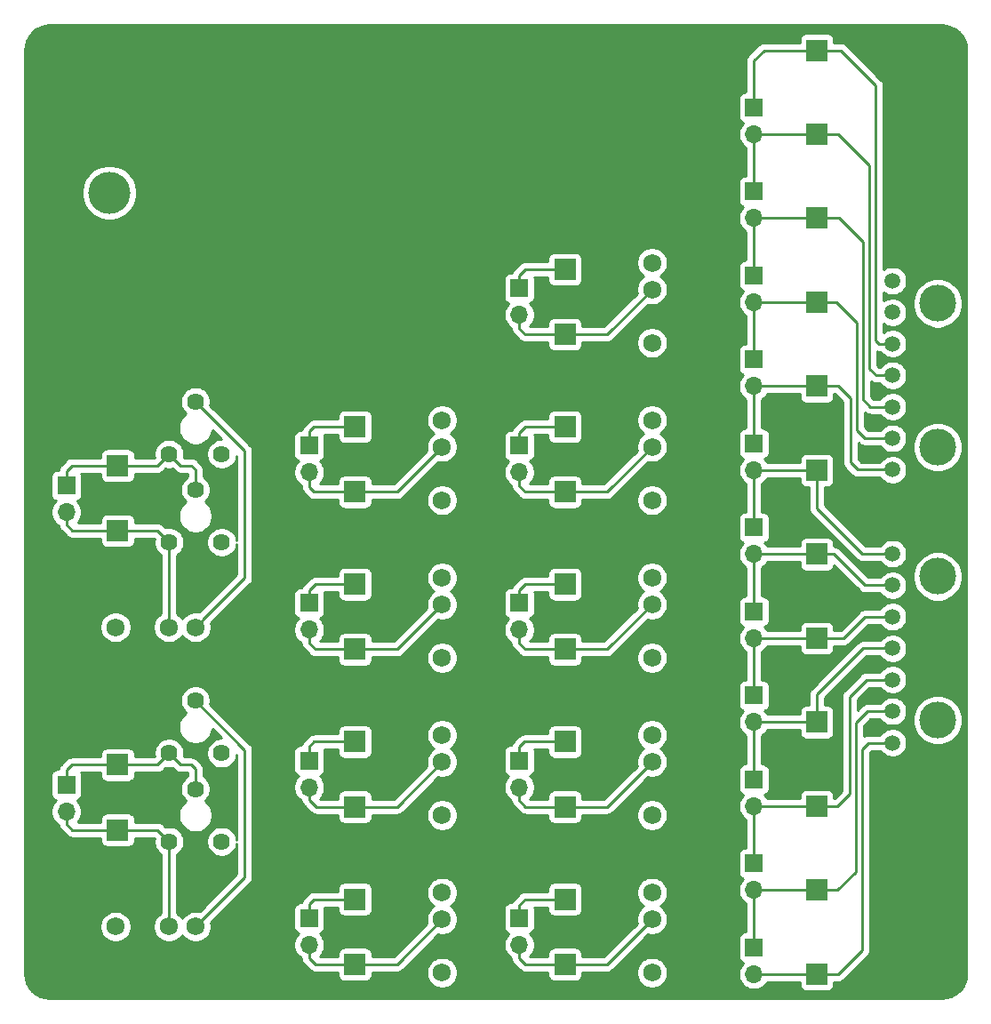
<source format=gbr>
%TF.GenerationSoftware,KiCad,Pcbnew,(5.1.5)-3*%
%TF.CreationDate,2021-01-11T01:20:26-06:00*%
%TF.ProjectId,BPS-Test,4250532d-5465-4737-942e-6b696361645f,rev?*%
%TF.SameCoordinates,Original*%
%TF.FileFunction,Copper,L1,Top*%
%TF.FilePolarity,Positive*%
%FSLAX46Y46*%
G04 Gerber Fmt 4.6, Leading zero omitted, Abs format (unit mm)*
G04 Created by KiCad (PCBNEW (5.1.5)-3) date 2021-01-11 01:20:26*
%MOMM*%
%LPD*%
G04 APERTURE LIST*
%TA.AperFunction,ComponentPad*%
%ADD10C,1.620000*%
%TD*%
%TA.AperFunction,ComponentPad*%
%ADD11C,1.725000*%
%TD*%
%TA.AperFunction,ComponentPad*%
%ADD12C,3.500000*%
%TD*%
%TA.AperFunction,ComponentPad*%
%ADD13C,1.500000*%
%TD*%
%TA.AperFunction,SMDPad,CuDef*%
%ADD14R,2.000000X2.000000*%
%TD*%
%TA.AperFunction,ComponentPad*%
%ADD15C,4.000000*%
%TD*%
%TA.AperFunction,ComponentPad*%
%ADD16O,1.700000X1.700000*%
%TD*%
%TA.AperFunction,ComponentPad*%
%ADD17R,1.700000X1.700000*%
%TD*%
%TA.AperFunction,ViaPad*%
%ADD18C,0.800000*%
%TD*%
%TA.AperFunction,Conductor*%
%ADD19C,0.250000*%
%TD*%
%TA.AperFunction,Conductor*%
%ADD20C,0.254000*%
%TD*%
G04 APERTURE END LIST*
D10*
%TO.P,RV4,1*%
%TO.N,Net-(RV4-Pad1)*%
X122400000Y-122400000D03*
%TO.P,RV4,2*%
%TO.N,Net-(J13-Pad1)*%
X119900000Y-117400000D03*
%TO.P,RV4,3*%
%TO.N,Net-(J13-Pad2)*%
X117400000Y-122400000D03*
%TD*%
%TO.P,RV3,1*%
%TO.N,Net-(RV3-Pad1)*%
X122400000Y-114000000D03*
%TO.P,RV3,2*%
%TO.N,Net-(PS10-Pad4)*%
X119900000Y-109000000D03*
%TO.P,RV3,3*%
%TO.N,Net-(J13-Pad1)*%
X117400000Y-114000000D03*
%TD*%
%TO.P,RV2,1*%
%TO.N,Net-(RV2-Pad1)*%
X122400000Y-93900000D03*
%TO.P,RV2,2*%
%TO.N,Net-(J12-Pad1)*%
X119900000Y-88900000D03*
%TO.P,RV2,3*%
%TO.N,Net-(J12-Pad2)*%
X117400000Y-93900000D03*
%TD*%
%TO.P,RV1,1*%
%TO.N,Net-(RV1-Pad1)*%
X122400000Y-85500000D03*
%TO.P,RV1,2*%
%TO.N,Net-(PS11-Pad4)*%
X119900000Y-80500000D03*
%TO.P,RV1,3*%
%TO.N,Net-(J12-Pad1)*%
X117400000Y-85500000D03*
%TD*%
D11*
%TO.P,PS10,4*%
%TO.N,Net-(PS10-Pad4)*%
X119920000Y-130500000D03*
%TO.P,PS10,3*%
%TO.N,Net-(J13-Pad2)*%
X117380000Y-130500000D03*
%TO.P,PS10,2*%
%TO.N,+5V*%
X114840000Y-130500000D03*
%TO.P,PS10,1*%
%TO.N,GND*%
X112300000Y-130500000D03*
%TD*%
%TO.P,PS11,4*%
%TO.N,Net-(PS11-Pad4)*%
X119920000Y-102000000D03*
%TO.P,PS11,3*%
%TO.N,Net-(J12-Pad2)*%
X117380000Y-102000000D03*
%TO.P,PS11,2*%
%TO.N,+5V*%
X114840000Y-102000000D03*
%TO.P,PS11,1*%
%TO.N,GND*%
X112300000Y-102000000D03*
%TD*%
%TO.P,PS9,4*%
%TO.N,Net-(PS9-Pad4)*%
X143400000Y-82280000D03*
%TO.P,PS9,3*%
%TO.N,Net-(J14-Pad2)*%
X143400000Y-84820000D03*
%TO.P,PS9,2*%
%TO.N,+5V*%
X143400000Y-87360000D03*
%TO.P,PS9,1*%
%TO.N,GND*%
X143400000Y-89900000D03*
%TD*%
%TO.P,PS8,4*%
%TO.N,Net-(PS8-Pad4)*%
X143400000Y-97280000D03*
%TO.P,PS8,3*%
%TO.N,Net-(J15-Pad2)*%
X143400000Y-99820000D03*
%TO.P,PS8,2*%
%TO.N,+5V*%
X143400000Y-102360000D03*
%TO.P,PS8,1*%
%TO.N,GND*%
X143400000Y-104900000D03*
%TD*%
%TO.P,PS7,4*%
%TO.N,Net-(PS7-Pad4)*%
X143400000Y-112280000D03*
%TO.P,PS7,3*%
%TO.N,Net-(J16-Pad2)*%
X143400000Y-114820000D03*
%TO.P,PS7,2*%
%TO.N,+5V*%
X143400000Y-117360000D03*
%TO.P,PS7,1*%
%TO.N,GND*%
X143400000Y-119900000D03*
%TD*%
%TO.P,PS6,4*%
%TO.N,Net-(PS6-Pad4)*%
X143400000Y-127280000D03*
%TO.P,PS6,3*%
%TO.N,Net-(J17-Pad2)*%
X143400000Y-129820000D03*
%TO.P,PS6,2*%
%TO.N,+5V*%
X143400000Y-132360000D03*
%TO.P,PS6,1*%
%TO.N,GND*%
X143400000Y-134900000D03*
%TD*%
%TO.P,PS5,4*%
%TO.N,Net-(PS5-Pad4)*%
X163400000Y-67280000D03*
%TO.P,PS5,3*%
%TO.N,Net-(J18-Pad2)*%
X163400000Y-69820000D03*
%TO.P,PS5,2*%
%TO.N,+5V*%
X163400000Y-72360000D03*
%TO.P,PS5,1*%
%TO.N,GND*%
X163400000Y-74900000D03*
%TD*%
%TO.P,PS4,4*%
%TO.N,Net-(PS4-Pad4)*%
X163400000Y-82280000D03*
%TO.P,PS4,3*%
%TO.N,Net-(J19-Pad2)*%
X163400000Y-84820000D03*
%TO.P,PS4,2*%
%TO.N,+5V*%
X163400000Y-87360000D03*
%TO.P,PS4,1*%
%TO.N,GND*%
X163400000Y-89900000D03*
%TD*%
%TO.P,PS3,4*%
%TO.N,Net-(PS3-Pad4)*%
X163400000Y-97280000D03*
%TO.P,PS3,3*%
%TO.N,Net-(J20-Pad2)*%
X163400000Y-99820000D03*
%TO.P,PS3,2*%
%TO.N,+5V*%
X163400000Y-102360000D03*
%TO.P,PS3,1*%
%TO.N,GND*%
X163400000Y-104900000D03*
%TD*%
%TO.P,PS2,4*%
%TO.N,Net-(PS2-Pad4)*%
X163400000Y-112280000D03*
%TO.P,PS2,3*%
%TO.N,Net-(J21-Pad2)*%
X163400000Y-114820000D03*
%TO.P,PS2,2*%
%TO.N,+5V*%
X163400000Y-117360000D03*
%TO.P,PS2,1*%
%TO.N,GND*%
X163400000Y-119900000D03*
%TD*%
%TO.P,PS1,4*%
%TO.N,Net-(PS1-Pad4)*%
X163400000Y-127280000D03*
%TO.P,PS1,3*%
%TO.N,Net-(J22-Pad2)*%
X163400000Y-129820000D03*
%TO.P,PS1,2*%
%TO.N,+5V*%
X163400000Y-132360000D03*
%TO.P,PS1,1*%
%TO.N,GND*%
X163400000Y-134900000D03*
%TD*%
D12*
%TO.P,J24,*%
%TO.N,*%
X190618000Y-71159000D03*
X190618000Y-84841000D03*
D13*
%TO.P,J24,7*%
%TO.N,Net-(J24-Pad7)*%
X186300000Y-87000000D03*
%TO.P,J24,6*%
%TO.N,Net-(J24-Pad6)*%
X186300000Y-84000000D03*
%TO.P,J24,5*%
%TO.N,Net-(J10-Pad2)*%
X186300000Y-81000000D03*
%TO.P,J24,4*%
%TO.N,Net-(J10-Pad1)*%
X186300000Y-78000000D03*
%TO.P,J24,3*%
%TO.N,Net-(J11-Pad1)*%
X186300000Y-75000000D03*
%TO.P,J24,2*%
%TO.N,Net-(J24-Pad2)*%
X186300000Y-72000000D03*
%TO.P,J24,1*%
%TO.N,Net-(J24-Pad1)*%
X186300000Y-69000000D03*
%TD*%
D12*
%TO.P,J23,*%
%TO.N,*%
X190618000Y-97159000D03*
X190618000Y-110841000D03*
D13*
%TO.P,J23,7*%
%TO.N,Net-(J1-Pad2)*%
X186300000Y-113000000D03*
%TO.P,J23,6*%
%TO.N,Net-(J1-Pad1)*%
X186300000Y-110000000D03*
%TO.P,J23,5*%
%TO.N,Net-(J2-Pad1)*%
X186300000Y-107000000D03*
%TO.P,J23,4*%
%TO.N,Net-(J23-Pad4)*%
X186300000Y-104000000D03*
%TO.P,J23,3*%
%TO.N,Net-(J23-Pad3)*%
X186300000Y-101000000D03*
%TO.P,J23,2*%
%TO.N,Net-(J23-Pad2)*%
X186300000Y-98000000D03*
%TO.P,J23,1*%
%TO.N,Net-(J23-Pad1)*%
X186300000Y-95000000D03*
%TD*%
D14*
%TO.P,TP21,1*%
%TO.N,Net-(J22-Pad2)*%
X155100000Y-134100000D03*
%TD*%
%TO.P,TP38,1*%
%TO.N,Net-(J21-Pad1)*%
X155100000Y-112900000D03*
%TD*%
%TO.P,TP37,1*%
%TO.N,Net-(J21-Pad2)*%
X155100000Y-119100000D03*
%TD*%
%TO.P,TP36,1*%
%TO.N,Net-(J20-Pad1)*%
X155100000Y-97900000D03*
%TD*%
%TO.P,TP35,1*%
%TO.N,Net-(J20-Pad2)*%
X155100000Y-104100000D03*
%TD*%
%TO.P,TP34,1*%
%TO.N,Net-(J19-Pad1)*%
X155100000Y-82900000D03*
%TD*%
%TO.P,TP33,1*%
%TO.N,Net-(J19-Pad2)*%
X155100000Y-89100000D03*
%TD*%
%TO.P,TP32,1*%
%TO.N,Net-(J18-Pad1)*%
X155100000Y-67900000D03*
%TD*%
%TO.P,TP31,1*%
%TO.N,Net-(J18-Pad2)*%
X155100000Y-74100000D03*
%TD*%
%TO.P,TP30,1*%
%TO.N,Net-(J17-Pad1)*%
X135100000Y-127900000D03*
%TD*%
%TO.P,TP29,1*%
%TO.N,Net-(J17-Pad2)*%
X135100000Y-134100000D03*
%TD*%
%TO.P,TP28,1*%
%TO.N,Net-(J16-Pad1)*%
X135100000Y-112900000D03*
%TD*%
%TO.P,TP27,1*%
%TO.N,Net-(J16-Pad2)*%
X135100000Y-119100000D03*
%TD*%
%TO.P,TP26,1*%
%TO.N,Net-(J15-Pad1)*%
X135100000Y-97900000D03*
%TD*%
%TO.P,TP25,1*%
%TO.N,Net-(J15-Pad2)*%
X135100000Y-104100000D03*
%TD*%
%TO.P,TP24,1*%
%TO.N,Net-(J14-Pad1)*%
X135100000Y-82900000D03*
%TD*%
%TO.P,TP23,1*%
%TO.N,Net-(J14-Pad2)*%
X135100000Y-89100000D03*
%TD*%
%TO.P,TP22,1*%
%TO.N,Net-(J22-Pad1)*%
X155100000Y-127900000D03*
%TD*%
%TO.P,TP20,1*%
%TO.N,Net-(J13-Pad1)*%
X112500000Y-115100000D03*
%TD*%
%TO.P,TP19,1*%
%TO.N,Net-(J13-Pad2)*%
X112500000Y-121300000D03*
%TD*%
%TO.P,TP18,1*%
%TO.N,Net-(J12-Pad1)*%
X112500000Y-86600000D03*
%TD*%
%TO.P,TP17,1*%
%TO.N,Net-(J12-Pad2)*%
X112500000Y-92800000D03*
%TD*%
%TO.P,TP12,1*%
%TO.N,Net-(J11-Pad1)*%
X179100000Y-47040000D03*
%TD*%
%TO.P,TP11,1*%
%TO.N,Net-(J10-Pad1)*%
X179100000Y-55040000D03*
%TD*%
%TO.P,TP10,1*%
%TO.N,Net-(J10-Pad2)*%
X179100000Y-63040000D03*
%TD*%
%TO.P,TP9,1*%
%TO.N,Net-(J24-Pad6)*%
X179100000Y-71040000D03*
%TD*%
%TO.P,TP8,1*%
%TO.N,Net-(J24-Pad7)*%
X179100000Y-79040000D03*
%TD*%
%TO.P,TP7,1*%
%TO.N,Net-(J23-Pad1)*%
X179100000Y-87040000D03*
%TD*%
%TO.P,TP6,1*%
%TO.N,Net-(J23-Pad2)*%
X179100000Y-95040000D03*
%TD*%
%TO.P,TP5,1*%
%TO.N,Net-(J23-Pad3)*%
X179100000Y-103040000D03*
%TD*%
%TO.P,TP4,1*%
%TO.N,Net-(J23-Pad4)*%
X179100000Y-111040000D03*
%TD*%
%TO.P,TP3,1*%
%TO.N,Net-(J2-Pad1)*%
X179100000Y-119040000D03*
%TD*%
%TO.P,TP2,1*%
%TO.N,Net-(J1-Pad1)*%
X179100000Y-127040000D03*
%TD*%
%TO.P,TP1,1*%
%TO.N,Net-(J1-Pad2)*%
X179100000Y-135040000D03*
%TD*%
D15*
%TO.P,J26,1*%
%TO.N,+5V*%
X130300000Y-60500000D03*
%TD*%
%TO.P,J25,1*%
%TO.N,GND*%
X111700000Y-60600000D03*
%TD*%
D16*
%TO.P,J22,2*%
%TO.N,Net-(J22-Pad2)*%
X150740000Y-132240000D03*
D17*
%TO.P,J22,1*%
%TO.N,Net-(J22-Pad1)*%
X150740000Y-129700000D03*
%TD*%
D16*
%TO.P,J21,2*%
%TO.N,Net-(J21-Pad2)*%
X150740000Y-117240000D03*
D17*
%TO.P,J21,1*%
%TO.N,Net-(J21-Pad1)*%
X150740000Y-114700000D03*
%TD*%
D16*
%TO.P,J20,2*%
%TO.N,Net-(J20-Pad2)*%
X150740000Y-102240000D03*
D17*
%TO.P,J20,1*%
%TO.N,Net-(J20-Pad1)*%
X150740000Y-99700000D03*
%TD*%
D16*
%TO.P,J19,2*%
%TO.N,Net-(J19-Pad2)*%
X150740000Y-87240000D03*
D17*
%TO.P,J19,1*%
%TO.N,Net-(J19-Pad1)*%
X150740000Y-84700000D03*
%TD*%
D16*
%TO.P,J18,2*%
%TO.N,Net-(J18-Pad2)*%
X150740000Y-72240000D03*
D17*
%TO.P,J18,1*%
%TO.N,Net-(J18-Pad1)*%
X150740000Y-69700000D03*
%TD*%
D16*
%TO.P,J17,2*%
%TO.N,Net-(J17-Pad2)*%
X130740000Y-132240000D03*
D17*
%TO.P,J17,1*%
%TO.N,Net-(J17-Pad1)*%
X130740000Y-129700000D03*
%TD*%
D16*
%TO.P,J16,2*%
%TO.N,Net-(J16-Pad2)*%
X130740000Y-117240000D03*
D17*
%TO.P,J16,1*%
%TO.N,Net-(J16-Pad1)*%
X130740000Y-114700000D03*
%TD*%
D16*
%TO.P,J15,2*%
%TO.N,Net-(J15-Pad2)*%
X130740000Y-102240000D03*
D17*
%TO.P,J15,1*%
%TO.N,Net-(J15-Pad1)*%
X130740000Y-99700000D03*
%TD*%
D16*
%TO.P,J14,2*%
%TO.N,Net-(J14-Pad2)*%
X130740000Y-87240000D03*
D17*
%TO.P,J14,1*%
%TO.N,Net-(J14-Pad1)*%
X130740000Y-84700000D03*
%TD*%
D16*
%TO.P,J13,2*%
%TO.N,Net-(J13-Pad2)*%
X107600000Y-119540000D03*
D17*
%TO.P,J13,1*%
%TO.N,Net-(J13-Pad1)*%
X107600000Y-117000000D03*
%TD*%
D16*
%TO.P,J12,2*%
%TO.N,Net-(J12-Pad2)*%
X107600000Y-91040000D03*
D17*
%TO.P,J12,1*%
%TO.N,Net-(J12-Pad1)*%
X107600000Y-88500000D03*
%TD*%
D16*
%TO.P,J11,2*%
%TO.N,Net-(J10-Pad1)*%
X173100000Y-55040000D03*
D17*
%TO.P,J11,1*%
%TO.N,Net-(J11-Pad1)*%
X173100000Y-52500000D03*
%TD*%
D16*
%TO.P,J10,2*%
%TO.N,Net-(J10-Pad2)*%
X173100000Y-63040000D03*
D17*
%TO.P,J10,1*%
%TO.N,Net-(J10-Pad1)*%
X173100000Y-60500000D03*
%TD*%
D16*
%TO.P,J9,2*%
%TO.N,Net-(J24-Pad6)*%
X173100000Y-71040000D03*
D17*
%TO.P,J9,1*%
%TO.N,Net-(J10-Pad2)*%
X173100000Y-68500000D03*
%TD*%
D16*
%TO.P,J8,2*%
%TO.N,Net-(J24-Pad7)*%
X173100000Y-79040000D03*
D17*
%TO.P,J8,1*%
%TO.N,Net-(J24-Pad6)*%
X173100000Y-76500000D03*
%TD*%
D16*
%TO.P,J7,2*%
%TO.N,Net-(J23-Pad1)*%
X173100000Y-87040000D03*
D17*
%TO.P,J7,1*%
%TO.N,Net-(J24-Pad7)*%
X173100000Y-84500000D03*
%TD*%
D16*
%TO.P,J6,2*%
%TO.N,Net-(J23-Pad2)*%
X173100000Y-95040000D03*
D17*
%TO.P,J6,1*%
%TO.N,Net-(J23-Pad1)*%
X173100000Y-92500000D03*
%TD*%
D16*
%TO.P,J5,2*%
%TO.N,Net-(J23-Pad3)*%
X173100000Y-103040000D03*
D17*
%TO.P,J5,1*%
%TO.N,Net-(J23-Pad2)*%
X173100000Y-100500000D03*
%TD*%
D16*
%TO.P,J4,2*%
%TO.N,Net-(J23-Pad4)*%
X173100000Y-111040000D03*
D17*
%TO.P,J4,1*%
%TO.N,Net-(J23-Pad3)*%
X173100000Y-108500000D03*
%TD*%
D16*
%TO.P,J3,2*%
%TO.N,Net-(J2-Pad1)*%
X173100000Y-119040000D03*
D17*
%TO.P,J3,1*%
%TO.N,Net-(J23-Pad4)*%
X173100000Y-116500000D03*
%TD*%
D16*
%TO.P,J2,2*%
%TO.N,Net-(J1-Pad1)*%
X173100000Y-127040000D03*
D17*
%TO.P,J2,1*%
%TO.N,Net-(J2-Pad1)*%
X173100000Y-124500000D03*
%TD*%
D16*
%TO.P,J1,2*%
%TO.N,Net-(J1-Pad2)*%
X173100000Y-135040000D03*
D17*
%TO.P,J1,1*%
%TO.N,Net-(J1-Pad1)*%
X173100000Y-132500000D03*
%TD*%
D18*
%TO.N,Net-(J22-Pad1)*%
X155100000Y-127900000D03*
%TO.N,Net-(J14-Pad1)*%
X135100000Y-82900000D03*
%TO.N,Net-(J15-Pad1)*%
X135100000Y-97900000D03*
%TO.N,Net-(J16-Pad1)*%
X135100000Y-112900000D03*
%TO.N,Net-(J17-Pad1)*%
X135100000Y-127900000D03*
%TO.N,Net-(J18-Pad1)*%
X155100000Y-67900000D03*
%TO.N,Net-(J19-Pad1)*%
X155100000Y-82900000D03*
%TO.N,Net-(J20-Pad1)*%
X155100000Y-97900000D03*
%TO.N,Net-(J21-Pad1)*%
X155100000Y-112900000D03*
%TD*%
D19*
%TO.N,Net-(J1-Pad2)*%
X173100000Y-135040000D02*
X179100000Y-135040000D01*
X183400000Y-132800000D02*
X181160000Y-135040000D01*
X183400000Y-113600000D02*
X183400000Y-132800000D01*
X186300000Y-113000000D02*
X184000000Y-113000000D01*
X181160000Y-135040000D02*
X179100000Y-135040000D01*
X184000000Y-113000000D02*
X183400000Y-113600000D01*
%TO.N,Net-(J1-Pad1)*%
X173100000Y-132500000D02*
X173100000Y-127040000D01*
X173100000Y-127040000D02*
X179100000Y-127040000D01*
X181060000Y-127040000D02*
X179100000Y-127040000D01*
X182800000Y-111100000D02*
X182800000Y-125300000D01*
X186300000Y-110000000D02*
X183900000Y-110000000D01*
X182800000Y-125300000D02*
X181060000Y-127040000D01*
X183900000Y-110000000D02*
X182800000Y-111100000D01*
%TO.N,Net-(J23-Pad4)*%
X173100000Y-115400000D02*
X173100000Y-111040000D01*
X173100000Y-116500000D02*
X173100000Y-115400000D01*
X173100000Y-111040000D02*
X179100000Y-111040000D01*
X186000000Y-104000000D02*
X183500000Y-104000000D01*
X179100000Y-108400000D02*
X179100000Y-111040000D01*
X183500000Y-104000000D02*
X179100000Y-108400000D01*
%TO.N,Net-(J23-Pad3)*%
X173100000Y-107400000D02*
X173100000Y-103040000D01*
X173100000Y-108500000D02*
X173100000Y-107400000D01*
X173100000Y-103040000D02*
X179100000Y-103040000D01*
X181660000Y-103040000D02*
X179100000Y-103040000D01*
X186000000Y-101000000D02*
X183700000Y-101000000D01*
X183700000Y-101000000D02*
X181660000Y-103040000D01*
%TO.N,Net-(J23-Pad2)*%
X173100000Y-99400000D02*
X173100000Y-95040000D01*
X173100000Y-100500000D02*
X173100000Y-99400000D01*
X174302081Y-95040000D02*
X179100000Y-95040000D01*
X173100000Y-95040000D02*
X174302081Y-95040000D01*
X186000000Y-98000000D02*
X183700000Y-98000000D01*
X180740000Y-95040000D02*
X179100000Y-95040000D01*
X183700000Y-98000000D02*
X180740000Y-95040000D01*
%TO.N,Net-(J23-Pad1)*%
X173100000Y-91400000D02*
X173100000Y-87040000D01*
X173100000Y-92500000D02*
X173100000Y-91400000D01*
X173100000Y-87040000D02*
X179100000Y-87040000D01*
X179100000Y-90700000D02*
X179100000Y-87040000D01*
X186000000Y-95000000D02*
X183400000Y-95000000D01*
X183400000Y-95000000D02*
X179100000Y-90700000D01*
%TO.N,Net-(J24-Pad7)*%
X173100000Y-83400000D02*
X173100000Y-79040000D01*
X173100000Y-84500000D02*
X173100000Y-83400000D01*
X173100000Y-79040000D02*
X179100000Y-79040000D01*
X181140000Y-79040000D02*
X179100000Y-79040000D01*
X182300000Y-86300000D02*
X182300000Y-80200000D01*
X182300000Y-80200000D02*
X181140000Y-79040000D01*
X183000000Y-87000000D02*
X182300000Y-86300000D01*
X186300000Y-87000000D02*
X185600000Y-87000000D01*
X186000000Y-87000000D02*
X185600000Y-87000000D01*
X185600000Y-87000000D02*
X183000000Y-87000000D01*
%TO.N,Net-(J24-Pad6)*%
X173100000Y-75400000D02*
X173100000Y-71040000D01*
X173100000Y-76500000D02*
X173100000Y-75400000D01*
X174302081Y-71040000D02*
X179100000Y-71040000D01*
X173100000Y-71040000D02*
X174302081Y-71040000D01*
X180940000Y-71040000D02*
X179100000Y-71040000D01*
X182900000Y-73000000D02*
X180940000Y-71040000D01*
X182900000Y-83200000D02*
X182900000Y-73000000D01*
X183700000Y-84000000D02*
X182900000Y-83200000D01*
X186300000Y-84000000D02*
X185800000Y-84000000D01*
X186000000Y-84000000D02*
X185800000Y-84000000D01*
X185800000Y-84000000D02*
X183700000Y-84000000D01*
%TO.N,Net-(J10-Pad1)*%
X173100000Y-59400000D02*
X173100000Y-55040000D01*
X173100000Y-60500000D02*
X173100000Y-59400000D01*
X173100000Y-55040000D02*
X179100000Y-55040000D01*
X184100000Y-77360000D02*
X184100000Y-58000000D01*
X186300000Y-78000000D02*
X184740000Y-78000000D01*
X181140000Y-55040000D02*
X179100000Y-55040000D01*
X184100000Y-58000000D02*
X181140000Y-55040000D01*
X184740000Y-78000000D02*
X184100000Y-77360000D01*
%TO.N,Net-(J10-Pad2)*%
X173100000Y-68500000D02*
X173100000Y-63040000D01*
X174302081Y-63040000D02*
X179100000Y-63040000D01*
X173100000Y-63040000D02*
X174302081Y-63040000D01*
X181240000Y-63040000D02*
X179100000Y-63040000D01*
X183500000Y-65300000D02*
X181240000Y-63040000D01*
X183500000Y-80300000D02*
X183500000Y-65300000D01*
X184200000Y-81000000D02*
X183500000Y-80300000D01*
X186000000Y-81000000D02*
X185900000Y-81000000D01*
X186300000Y-81000000D02*
X185900000Y-81000000D01*
X185900000Y-81000000D02*
X184200000Y-81000000D01*
%TO.N,Net-(J12-Pad1)*%
X107600000Y-87100000D02*
X107600000Y-88500000D01*
X112500000Y-86600000D02*
X108100000Y-86600000D01*
X108100000Y-86600000D02*
X107600000Y-87100000D01*
X116300000Y-86600000D02*
X117400000Y-85500000D01*
X112500000Y-86600000D02*
X116300000Y-86600000D01*
X119500000Y-86600000D02*
X119900000Y-87000000D01*
X117400000Y-85500000D02*
X118500000Y-86600000D01*
X119900000Y-87000000D02*
X119900000Y-88900000D01*
X118500000Y-86600000D02*
X119500000Y-86600000D01*
%TO.N,Net-(J13-Pad1)*%
X116300000Y-115100000D02*
X117400000Y-114000000D01*
X112500000Y-115100000D02*
X116300000Y-115100000D01*
X119900000Y-115500000D02*
X119900000Y-117400000D01*
X119500000Y-115100000D02*
X119900000Y-115500000D01*
X117400000Y-114000000D02*
X118500000Y-115100000D01*
X118500000Y-115100000D02*
X119500000Y-115100000D01*
X107600000Y-117000000D02*
X107600000Y-115600000D01*
X108100000Y-115100000D02*
X112500000Y-115100000D01*
X107600000Y-115600000D02*
X108100000Y-115100000D01*
%TO.N,Net-(J22-Pad2)*%
X150740000Y-133540000D02*
X150740000Y-132240000D01*
X155100000Y-134100000D02*
X151300000Y-134100000D01*
X151300000Y-134100000D02*
X150740000Y-133540000D01*
X159120000Y-134100000D02*
X163400000Y-129820000D01*
X155100000Y-134100000D02*
X159120000Y-134100000D01*
%TO.N,Net-(J22-Pad1)*%
X150740000Y-128460000D02*
X150740000Y-129700000D01*
X155100000Y-127900000D02*
X151300000Y-127900000D01*
X151300000Y-127900000D02*
X150740000Y-128460000D01*
%TO.N,Net-(J14-Pad2)*%
X130740000Y-88640000D02*
X130740000Y-87240000D01*
X135100000Y-89100000D02*
X131200000Y-89100000D01*
X131200000Y-89100000D02*
X130740000Y-88640000D01*
X139120000Y-89100000D02*
X143400000Y-84820000D01*
X135100000Y-89100000D02*
X139120000Y-89100000D01*
%TO.N,Net-(J14-Pad1)*%
X135100000Y-82900000D02*
X131200000Y-82900000D01*
X130740000Y-83360000D02*
X130740000Y-84700000D01*
X131200000Y-82900000D02*
X130740000Y-83360000D01*
%TO.N,Net-(J15-Pad2)*%
X130740000Y-103540000D02*
X130740000Y-102240000D01*
X135100000Y-104100000D02*
X131300000Y-104100000D01*
X131300000Y-104100000D02*
X130740000Y-103540000D01*
X139120000Y-104100000D02*
X143400000Y-99820000D01*
X135100000Y-104100000D02*
X139120000Y-104100000D01*
%TO.N,Net-(J15-Pad1)*%
X130740000Y-98460000D02*
X130740000Y-99700000D01*
X135100000Y-97900000D02*
X131300000Y-97900000D01*
X131300000Y-97900000D02*
X130740000Y-98460000D01*
%TO.N,Net-(J16-Pad2)*%
X139120000Y-119100000D02*
X143400000Y-114820000D01*
X135100000Y-119100000D02*
X139120000Y-119100000D01*
X130740000Y-118442081D02*
X130740000Y-117240000D01*
X130797919Y-118500000D02*
X130740000Y-118442081D01*
X130800000Y-118500000D02*
X130797919Y-118500000D01*
X131400000Y-119100000D02*
X130800000Y-118500000D01*
X135100000Y-119100000D02*
X131400000Y-119100000D01*
%TO.N,Net-(J16-Pad1)*%
X130740000Y-113360000D02*
X130740000Y-114700000D01*
X135100000Y-112900000D02*
X131200000Y-112900000D01*
X131200000Y-112900000D02*
X130740000Y-113360000D01*
%TO.N,Net-(J17-Pad2)*%
X130740000Y-133540000D02*
X130740000Y-132240000D01*
X135100000Y-134100000D02*
X131300000Y-134100000D01*
X131300000Y-134100000D02*
X130740000Y-133540000D01*
X139120000Y-134100000D02*
X143400000Y-129820000D01*
X135100000Y-134100000D02*
X139120000Y-134100000D01*
%TO.N,Net-(J17-Pad1)*%
X130740000Y-128360000D02*
X130740000Y-129700000D01*
X135100000Y-127900000D02*
X131200000Y-127900000D01*
X131200000Y-127900000D02*
X130740000Y-128360000D01*
%TO.N,Net-(J18-Pad2)*%
X150740000Y-73540000D02*
X150740000Y-73442081D01*
X150740000Y-73442081D02*
X150740000Y-72240000D01*
X151300000Y-74100000D02*
X150740000Y-73540000D01*
X155100000Y-74100000D02*
X151300000Y-74100000D01*
X159120000Y-74100000D02*
X163400000Y-69820000D01*
X155100000Y-74100000D02*
X159120000Y-74100000D01*
%TO.N,Net-(J18-Pad1)*%
X150740000Y-68460000D02*
X150740000Y-69700000D01*
X155100000Y-67900000D02*
X151300000Y-67900000D01*
X151300000Y-67900000D02*
X150740000Y-68460000D01*
%TO.N,Net-(J19-Pad2)*%
X155100000Y-89100000D02*
X151300000Y-89100000D01*
X150740000Y-88540000D02*
X150740000Y-87240000D01*
X151300000Y-89100000D02*
X150740000Y-88540000D01*
X159120000Y-89100000D02*
X163400000Y-84820000D01*
X155100000Y-89100000D02*
X159120000Y-89100000D01*
%TO.N,Net-(J19-Pad1)*%
X150740000Y-83460000D02*
X150740000Y-84700000D01*
X155100000Y-82900000D02*
X151300000Y-82900000D01*
X151300000Y-82900000D02*
X150740000Y-83460000D01*
%TO.N,Net-(J20-Pad2)*%
X150740000Y-103540000D02*
X150740000Y-102240000D01*
X155100000Y-104100000D02*
X151300000Y-104100000D01*
X151300000Y-104100000D02*
X150740000Y-103540000D01*
X159120000Y-104100000D02*
X163400000Y-99820000D01*
X155100000Y-104100000D02*
X159120000Y-104100000D01*
%TO.N,Net-(J20-Pad1)*%
X150740000Y-98460000D02*
X150740000Y-99700000D01*
X155100000Y-97900000D02*
X151300000Y-97900000D01*
X151300000Y-97900000D02*
X150740000Y-98460000D01*
%TO.N,Net-(J21-Pad2)*%
X150740000Y-118490000D02*
X150740000Y-117240000D01*
X155100000Y-119100000D02*
X151350000Y-119100000D01*
X151350000Y-119100000D02*
X150740000Y-118490000D01*
X159120000Y-119100000D02*
X163400000Y-114820000D01*
X155100000Y-119100000D02*
X159120000Y-119100000D01*
%TO.N,Net-(J21-Pad1)*%
X155100000Y-112900000D02*
X151250000Y-112900000D01*
X150740000Y-113410000D02*
X150740000Y-114700000D01*
X151250000Y-112900000D02*
X150740000Y-113410000D01*
%TO.N,Net-(J12-Pad2)*%
X107600000Y-92242081D02*
X107600000Y-91040000D01*
X108157919Y-92800000D02*
X107600000Y-92242081D01*
X112500000Y-92800000D02*
X108157919Y-92800000D01*
%TO.N,Net-(J2-Pad1)*%
X173100000Y-124500000D02*
X173100000Y-119040000D01*
X173100000Y-119040000D02*
X179100000Y-119040000D01*
X186300000Y-107000000D02*
X183800000Y-107000000D01*
X183800000Y-107000000D02*
X182200000Y-108600000D01*
X182200000Y-108600000D02*
X182200000Y-117900000D01*
X181060000Y-119040000D02*
X179100000Y-119040000D01*
X182200000Y-117900000D02*
X181060000Y-119040000D01*
%TO.N,Net-(J11-Pad1)*%
X173100000Y-52500000D02*
X173100000Y-48000000D01*
X174060000Y-47040000D02*
X179100000Y-47040000D01*
X173100000Y-48000000D02*
X174060000Y-47040000D01*
X184700000Y-50400000D02*
X181340000Y-47040000D01*
X184700000Y-74660000D02*
X184700000Y-50400000D01*
X186300000Y-75000000D02*
X185040000Y-75000000D01*
X181340000Y-47040000D02*
X179100000Y-47040000D01*
X185040000Y-75000000D02*
X184700000Y-74660000D01*
%TO.N,Net-(J12-Pad2)*%
X116300000Y-92800000D02*
X117400000Y-93900000D01*
X112500000Y-92800000D02*
X116300000Y-92800000D01*
X117380000Y-93920000D02*
X117400000Y-93900000D01*
X117380000Y-102000000D02*
X117380000Y-93920000D01*
%TO.N,Net-(J13-Pad2)*%
X117380000Y-122420000D02*
X117400000Y-122400000D01*
X117380000Y-130500000D02*
X117380000Y-122420000D01*
X116300000Y-121300000D02*
X117400000Y-122400000D01*
X112500000Y-121300000D02*
X116300000Y-121300000D01*
X108157919Y-121300000D02*
X112500000Y-121300000D01*
X107600000Y-119540000D02*
X107600000Y-120742081D01*
X107600000Y-120742081D02*
X108157919Y-121300000D01*
%TO.N,Net-(PS10-Pad4)*%
X119920000Y-130500000D02*
X124600000Y-125820000D01*
X124600000Y-113700000D02*
X119900000Y-109000000D01*
X124600000Y-125820000D02*
X124600000Y-113700000D01*
%TO.N,Net-(PS11-Pad4)*%
X120782499Y-101137501D02*
X120782499Y-101117501D01*
X119920000Y-102000000D02*
X120782499Y-101137501D01*
X120782499Y-101117501D02*
X124600000Y-97300000D01*
X124600000Y-85200000D02*
X119900000Y-80500000D01*
X124600000Y-97300000D02*
X124600000Y-85200000D01*
%TD*%
D20*
%TO.N,+5V*%
G36*
X191453893Y-44707670D02*
G01*
X191890498Y-44839489D01*
X192293185Y-45053600D01*
X192646612Y-45341848D01*
X192937327Y-45693261D01*
X193154242Y-46094439D01*
X193289106Y-46530113D01*
X193340001Y-47014353D01*
X193340000Y-134967721D01*
X193292330Y-135453894D01*
X193160512Y-135890497D01*
X192946399Y-136293186D01*
X192658150Y-136646613D01*
X192306739Y-136937327D01*
X191905564Y-137154240D01*
X191469886Y-137289106D01*
X190985664Y-137340000D01*
X106032279Y-137340000D01*
X105546106Y-137292330D01*
X105109503Y-137160512D01*
X104706814Y-136946399D01*
X104353387Y-136658150D01*
X104062673Y-136306739D01*
X103845760Y-135905564D01*
X103710894Y-135469886D01*
X103660000Y-134985664D01*
X103660000Y-130352509D01*
X110802500Y-130352509D01*
X110802500Y-130647491D01*
X110860048Y-130936805D01*
X110972933Y-131209332D01*
X111136816Y-131454601D01*
X111345399Y-131663184D01*
X111590668Y-131827067D01*
X111863195Y-131939952D01*
X112152509Y-131997500D01*
X112447491Y-131997500D01*
X112736805Y-131939952D01*
X113009332Y-131827067D01*
X113254601Y-131663184D01*
X113463184Y-131454601D01*
X113627067Y-131209332D01*
X113739952Y-130936805D01*
X113797500Y-130647491D01*
X113797500Y-130352509D01*
X113739952Y-130063195D01*
X113627067Y-129790668D01*
X113463184Y-129545399D01*
X113254601Y-129336816D01*
X113009332Y-129172933D01*
X112736805Y-129060048D01*
X112447491Y-129002500D01*
X112152509Y-129002500D01*
X111863195Y-129060048D01*
X111590668Y-129172933D01*
X111345399Y-129336816D01*
X111136816Y-129545399D01*
X110972933Y-129790668D01*
X110860048Y-130063195D01*
X110802500Y-130352509D01*
X103660000Y-130352509D01*
X103660000Y-116150000D01*
X106111928Y-116150000D01*
X106111928Y-117850000D01*
X106124188Y-117974482D01*
X106160498Y-118094180D01*
X106219463Y-118204494D01*
X106298815Y-118301185D01*
X106395506Y-118380537D01*
X106505820Y-118439502D01*
X106578380Y-118461513D01*
X106446525Y-118593368D01*
X106284010Y-118836589D01*
X106172068Y-119106842D01*
X106115000Y-119393740D01*
X106115000Y-119686260D01*
X106172068Y-119973158D01*
X106284010Y-120243411D01*
X106446525Y-120486632D01*
X106653368Y-120693475D01*
X106844088Y-120820910D01*
X106850998Y-120891066D01*
X106894454Y-121034327D01*
X106965026Y-121166357D01*
X107014850Y-121227067D01*
X107060000Y-121282082D01*
X107088998Y-121305880D01*
X107594119Y-121811002D01*
X107617918Y-121840001D01*
X107646916Y-121863799D01*
X107733643Y-121934974D01*
X107865672Y-122005546D01*
X108008933Y-122049003D01*
X108157919Y-122063677D01*
X108195252Y-122060000D01*
X110861928Y-122060000D01*
X110861928Y-122300000D01*
X110874188Y-122424482D01*
X110910498Y-122544180D01*
X110969463Y-122654494D01*
X111048815Y-122751185D01*
X111145506Y-122830537D01*
X111255820Y-122889502D01*
X111375518Y-122925812D01*
X111500000Y-122938072D01*
X113500000Y-122938072D01*
X113624482Y-122925812D01*
X113744180Y-122889502D01*
X113854494Y-122830537D01*
X113951185Y-122751185D01*
X114030537Y-122654494D01*
X114089502Y-122544180D01*
X114125812Y-122424482D01*
X114138072Y-122300000D01*
X114138072Y-122060000D01*
X115985199Y-122060000D01*
X115992807Y-122067608D01*
X115955000Y-122257680D01*
X115955000Y-122542320D01*
X116010530Y-122821491D01*
X116119457Y-123084464D01*
X116277595Y-123321134D01*
X116478866Y-123522405D01*
X116620001Y-123616708D01*
X116620000Y-129206788D01*
X116425399Y-129336816D01*
X116216816Y-129545399D01*
X116052933Y-129790668D01*
X115940048Y-130063195D01*
X115882500Y-130352509D01*
X115882500Y-130647491D01*
X115940048Y-130936805D01*
X116052933Y-131209332D01*
X116216816Y-131454601D01*
X116425399Y-131663184D01*
X116670668Y-131827067D01*
X116943195Y-131939952D01*
X117232509Y-131997500D01*
X117527491Y-131997500D01*
X117816805Y-131939952D01*
X118089332Y-131827067D01*
X118334601Y-131663184D01*
X118543184Y-131454601D01*
X118650000Y-131294739D01*
X118756816Y-131454601D01*
X118965399Y-131663184D01*
X119210668Y-131827067D01*
X119483195Y-131939952D01*
X119772509Y-131997500D01*
X120067491Y-131997500D01*
X120356805Y-131939952D01*
X120629332Y-131827067D01*
X120874601Y-131663184D01*
X121083184Y-131454601D01*
X121247067Y-131209332D01*
X121359952Y-130936805D01*
X121417500Y-130647491D01*
X121417500Y-130352509D01*
X121371840Y-130122961D01*
X122644801Y-128850000D01*
X129251928Y-128850000D01*
X129251928Y-130550000D01*
X129264188Y-130674482D01*
X129300498Y-130794180D01*
X129359463Y-130904494D01*
X129438815Y-131001185D01*
X129535506Y-131080537D01*
X129645820Y-131139502D01*
X129718380Y-131161513D01*
X129586525Y-131293368D01*
X129424010Y-131536589D01*
X129312068Y-131806842D01*
X129255000Y-132093740D01*
X129255000Y-132386260D01*
X129312068Y-132673158D01*
X129424010Y-132943411D01*
X129586525Y-133186632D01*
X129793368Y-133393475D01*
X129978568Y-133517221D01*
X129976324Y-133540000D01*
X129980000Y-133577322D01*
X129980000Y-133577332D01*
X129990997Y-133688985D01*
X130025032Y-133801185D01*
X130034454Y-133832246D01*
X130105026Y-133964276D01*
X130144871Y-134012826D01*
X130199999Y-134080001D01*
X130229002Y-134103803D01*
X130736200Y-134611002D01*
X130759999Y-134640001D01*
X130788997Y-134663799D01*
X130875724Y-134734974D01*
X131007753Y-134805546D01*
X131151014Y-134849003D01*
X131300000Y-134863677D01*
X131337333Y-134860000D01*
X133461928Y-134860000D01*
X133461928Y-135100000D01*
X133474188Y-135224482D01*
X133510498Y-135344180D01*
X133569463Y-135454494D01*
X133648815Y-135551185D01*
X133745506Y-135630537D01*
X133855820Y-135689502D01*
X133975518Y-135725812D01*
X134100000Y-135738072D01*
X136100000Y-135738072D01*
X136224482Y-135725812D01*
X136344180Y-135689502D01*
X136454494Y-135630537D01*
X136551185Y-135551185D01*
X136630537Y-135454494D01*
X136689502Y-135344180D01*
X136725812Y-135224482D01*
X136738072Y-135100000D01*
X136738072Y-134860000D01*
X139082678Y-134860000D01*
X139120000Y-134863676D01*
X139157322Y-134860000D01*
X139157333Y-134860000D01*
X139268986Y-134849003D01*
X139412247Y-134805546D01*
X139511470Y-134752509D01*
X141902500Y-134752509D01*
X141902500Y-135047491D01*
X141960048Y-135336805D01*
X142072933Y-135609332D01*
X142236816Y-135854601D01*
X142445399Y-136063184D01*
X142690668Y-136227067D01*
X142963195Y-136339952D01*
X143252509Y-136397500D01*
X143547491Y-136397500D01*
X143836805Y-136339952D01*
X144109332Y-136227067D01*
X144354601Y-136063184D01*
X144563184Y-135854601D01*
X144727067Y-135609332D01*
X144839952Y-135336805D01*
X144897500Y-135047491D01*
X144897500Y-134752509D01*
X144839952Y-134463195D01*
X144727067Y-134190668D01*
X144563184Y-133945399D01*
X144354601Y-133736816D01*
X144109332Y-133572933D01*
X143836805Y-133460048D01*
X143547491Y-133402500D01*
X143252509Y-133402500D01*
X142963195Y-133460048D01*
X142690668Y-133572933D01*
X142445399Y-133736816D01*
X142236816Y-133945399D01*
X142072933Y-134190668D01*
X141960048Y-134463195D01*
X141902500Y-134752509D01*
X139511470Y-134752509D01*
X139544276Y-134734974D01*
X139660001Y-134640001D01*
X139683804Y-134610997D01*
X143022962Y-131271840D01*
X143252509Y-131317500D01*
X143547491Y-131317500D01*
X143836805Y-131259952D01*
X144109332Y-131147067D01*
X144354601Y-130983184D01*
X144563184Y-130774601D01*
X144727067Y-130529332D01*
X144839952Y-130256805D01*
X144897500Y-129967491D01*
X144897500Y-129672509D01*
X144839952Y-129383195D01*
X144727067Y-129110668D01*
X144563184Y-128865399D01*
X144547785Y-128850000D01*
X149251928Y-128850000D01*
X149251928Y-130550000D01*
X149264188Y-130674482D01*
X149300498Y-130794180D01*
X149359463Y-130904494D01*
X149438815Y-131001185D01*
X149535506Y-131080537D01*
X149645820Y-131139502D01*
X149718380Y-131161513D01*
X149586525Y-131293368D01*
X149424010Y-131536589D01*
X149312068Y-131806842D01*
X149255000Y-132093740D01*
X149255000Y-132386260D01*
X149312068Y-132673158D01*
X149424010Y-132943411D01*
X149586525Y-133186632D01*
X149793368Y-133393475D01*
X149978568Y-133517221D01*
X149976324Y-133540000D01*
X149980000Y-133577322D01*
X149980000Y-133577332D01*
X149990997Y-133688985D01*
X150025032Y-133801185D01*
X150034454Y-133832246D01*
X150105026Y-133964276D01*
X150144871Y-134012826D01*
X150199999Y-134080001D01*
X150229002Y-134103803D01*
X150736200Y-134611002D01*
X150759999Y-134640001D01*
X150788997Y-134663799D01*
X150875724Y-134734974D01*
X151007753Y-134805546D01*
X151151014Y-134849003D01*
X151300000Y-134863677D01*
X151337333Y-134860000D01*
X153461928Y-134860000D01*
X153461928Y-135100000D01*
X153474188Y-135224482D01*
X153510498Y-135344180D01*
X153569463Y-135454494D01*
X153648815Y-135551185D01*
X153745506Y-135630537D01*
X153855820Y-135689502D01*
X153975518Y-135725812D01*
X154100000Y-135738072D01*
X156100000Y-135738072D01*
X156224482Y-135725812D01*
X156344180Y-135689502D01*
X156454494Y-135630537D01*
X156551185Y-135551185D01*
X156630537Y-135454494D01*
X156689502Y-135344180D01*
X156725812Y-135224482D01*
X156738072Y-135100000D01*
X156738072Y-134860000D01*
X159082678Y-134860000D01*
X159120000Y-134863676D01*
X159157322Y-134860000D01*
X159157333Y-134860000D01*
X159268986Y-134849003D01*
X159412247Y-134805546D01*
X159511470Y-134752509D01*
X161902500Y-134752509D01*
X161902500Y-135047491D01*
X161960048Y-135336805D01*
X162072933Y-135609332D01*
X162236816Y-135854601D01*
X162445399Y-136063184D01*
X162690668Y-136227067D01*
X162963195Y-136339952D01*
X163252509Y-136397500D01*
X163547491Y-136397500D01*
X163836805Y-136339952D01*
X164109332Y-136227067D01*
X164354601Y-136063184D01*
X164563184Y-135854601D01*
X164727067Y-135609332D01*
X164839952Y-135336805D01*
X164897500Y-135047491D01*
X164897500Y-134752509D01*
X164839952Y-134463195D01*
X164727067Y-134190668D01*
X164563184Y-133945399D01*
X164354601Y-133736816D01*
X164109332Y-133572933D01*
X163836805Y-133460048D01*
X163547491Y-133402500D01*
X163252509Y-133402500D01*
X162963195Y-133460048D01*
X162690668Y-133572933D01*
X162445399Y-133736816D01*
X162236816Y-133945399D01*
X162072933Y-134190668D01*
X161960048Y-134463195D01*
X161902500Y-134752509D01*
X159511470Y-134752509D01*
X159544276Y-134734974D01*
X159660001Y-134640001D01*
X159683804Y-134610997D01*
X163022962Y-131271840D01*
X163252509Y-131317500D01*
X163547491Y-131317500D01*
X163836805Y-131259952D01*
X164109332Y-131147067D01*
X164354601Y-130983184D01*
X164563184Y-130774601D01*
X164727067Y-130529332D01*
X164839952Y-130256805D01*
X164897500Y-129967491D01*
X164897500Y-129672509D01*
X164839952Y-129383195D01*
X164727067Y-129110668D01*
X164563184Y-128865399D01*
X164354601Y-128656816D01*
X164194739Y-128550000D01*
X164354601Y-128443184D01*
X164563184Y-128234601D01*
X164727067Y-127989332D01*
X164839952Y-127716805D01*
X164897500Y-127427491D01*
X164897500Y-127132509D01*
X164839952Y-126843195D01*
X164727067Y-126570668D01*
X164563184Y-126325399D01*
X164354601Y-126116816D01*
X164109332Y-125952933D01*
X163836805Y-125840048D01*
X163547491Y-125782500D01*
X163252509Y-125782500D01*
X162963195Y-125840048D01*
X162690668Y-125952933D01*
X162445399Y-126116816D01*
X162236816Y-126325399D01*
X162072933Y-126570668D01*
X161960048Y-126843195D01*
X161902500Y-127132509D01*
X161902500Y-127427491D01*
X161960048Y-127716805D01*
X162072933Y-127989332D01*
X162236816Y-128234601D01*
X162445399Y-128443184D01*
X162605261Y-128550000D01*
X162445399Y-128656816D01*
X162236816Y-128865399D01*
X162072933Y-129110668D01*
X161960048Y-129383195D01*
X161902500Y-129672509D01*
X161902500Y-129967491D01*
X161948160Y-130197038D01*
X158805199Y-133340000D01*
X156738072Y-133340000D01*
X156738072Y-133100000D01*
X156725812Y-132975518D01*
X156689502Y-132855820D01*
X156630537Y-132745506D01*
X156551185Y-132648815D01*
X156454494Y-132569463D01*
X156344180Y-132510498D01*
X156224482Y-132474188D01*
X156100000Y-132461928D01*
X154100000Y-132461928D01*
X153975518Y-132474188D01*
X153855820Y-132510498D01*
X153745506Y-132569463D01*
X153648815Y-132648815D01*
X153569463Y-132745506D01*
X153510498Y-132855820D01*
X153474188Y-132975518D01*
X153461928Y-133100000D01*
X153461928Y-133340000D01*
X151740107Y-133340000D01*
X151893475Y-133186632D01*
X152055990Y-132943411D01*
X152167932Y-132673158D01*
X152225000Y-132386260D01*
X152225000Y-132093740D01*
X152167932Y-131806842D01*
X152055990Y-131536589D01*
X151893475Y-131293368D01*
X151761620Y-131161513D01*
X151834180Y-131139502D01*
X151944494Y-131080537D01*
X152041185Y-131001185D01*
X152120537Y-130904494D01*
X152179502Y-130794180D01*
X152215812Y-130674482D01*
X152228072Y-130550000D01*
X152228072Y-128850000D01*
X152215812Y-128725518D01*
X152195937Y-128660000D01*
X153461928Y-128660000D01*
X153461928Y-128900000D01*
X153474188Y-129024482D01*
X153510498Y-129144180D01*
X153569463Y-129254494D01*
X153648815Y-129351185D01*
X153745506Y-129430537D01*
X153855820Y-129489502D01*
X153975518Y-129525812D01*
X154100000Y-129538072D01*
X156100000Y-129538072D01*
X156224482Y-129525812D01*
X156344180Y-129489502D01*
X156454494Y-129430537D01*
X156551185Y-129351185D01*
X156630537Y-129254494D01*
X156689502Y-129144180D01*
X156725812Y-129024482D01*
X156738072Y-128900000D01*
X156738072Y-126900000D01*
X156725812Y-126775518D01*
X156689502Y-126655820D01*
X156630537Y-126545506D01*
X156551185Y-126448815D01*
X156454494Y-126369463D01*
X156344180Y-126310498D01*
X156224482Y-126274188D01*
X156100000Y-126261928D01*
X154100000Y-126261928D01*
X153975518Y-126274188D01*
X153855820Y-126310498D01*
X153745506Y-126369463D01*
X153648815Y-126448815D01*
X153569463Y-126545506D01*
X153510498Y-126655820D01*
X153474188Y-126775518D01*
X153461928Y-126900000D01*
X153461928Y-127140000D01*
X151337333Y-127140000D01*
X151300000Y-127136323D01*
X151262667Y-127140000D01*
X151151014Y-127150997D01*
X151007753Y-127194454D01*
X150875724Y-127265026D01*
X150759999Y-127359999D01*
X150736200Y-127388998D01*
X150229002Y-127896197D01*
X150199999Y-127919999D01*
X150145315Y-127986632D01*
X150105026Y-128035724D01*
X150036203Y-128164482D01*
X150034454Y-128167754D01*
X150021054Y-128211928D01*
X149890000Y-128211928D01*
X149765518Y-128224188D01*
X149645820Y-128260498D01*
X149535506Y-128319463D01*
X149438815Y-128398815D01*
X149359463Y-128495506D01*
X149300498Y-128605820D01*
X149264188Y-128725518D01*
X149251928Y-128850000D01*
X144547785Y-128850000D01*
X144354601Y-128656816D01*
X144194739Y-128550000D01*
X144354601Y-128443184D01*
X144563184Y-128234601D01*
X144727067Y-127989332D01*
X144839952Y-127716805D01*
X144897500Y-127427491D01*
X144897500Y-127132509D01*
X144839952Y-126843195D01*
X144727067Y-126570668D01*
X144563184Y-126325399D01*
X144354601Y-126116816D01*
X144109332Y-125952933D01*
X143836805Y-125840048D01*
X143547491Y-125782500D01*
X143252509Y-125782500D01*
X142963195Y-125840048D01*
X142690668Y-125952933D01*
X142445399Y-126116816D01*
X142236816Y-126325399D01*
X142072933Y-126570668D01*
X141960048Y-126843195D01*
X141902500Y-127132509D01*
X141902500Y-127427491D01*
X141960048Y-127716805D01*
X142072933Y-127989332D01*
X142236816Y-128234601D01*
X142445399Y-128443184D01*
X142605261Y-128550000D01*
X142445399Y-128656816D01*
X142236816Y-128865399D01*
X142072933Y-129110668D01*
X141960048Y-129383195D01*
X141902500Y-129672509D01*
X141902500Y-129967491D01*
X141948160Y-130197038D01*
X138805199Y-133340000D01*
X136738072Y-133340000D01*
X136738072Y-133100000D01*
X136725812Y-132975518D01*
X136689502Y-132855820D01*
X136630537Y-132745506D01*
X136551185Y-132648815D01*
X136454494Y-132569463D01*
X136344180Y-132510498D01*
X136224482Y-132474188D01*
X136100000Y-132461928D01*
X134100000Y-132461928D01*
X133975518Y-132474188D01*
X133855820Y-132510498D01*
X133745506Y-132569463D01*
X133648815Y-132648815D01*
X133569463Y-132745506D01*
X133510498Y-132855820D01*
X133474188Y-132975518D01*
X133461928Y-133100000D01*
X133461928Y-133340000D01*
X131740107Y-133340000D01*
X131893475Y-133186632D01*
X132055990Y-132943411D01*
X132167932Y-132673158D01*
X132225000Y-132386260D01*
X132225000Y-132093740D01*
X132167932Y-131806842D01*
X132055990Y-131536589D01*
X131893475Y-131293368D01*
X131761620Y-131161513D01*
X131834180Y-131139502D01*
X131944494Y-131080537D01*
X132041185Y-131001185D01*
X132120537Y-130904494D01*
X132179502Y-130794180D01*
X132215812Y-130674482D01*
X132228072Y-130550000D01*
X132228072Y-128850000D01*
X132215812Y-128725518D01*
X132195937Y-128660000D01*
X133461928Y-128660000D01*
X133461928Y-128900000D01*
X133474188Y-129024482D01*
X133510498Y-129144180D01*
X133569463Y-129254494D01*
X133648815Y-129351185D01*
X133745506Y-129430537D01*
X133855820Y-129489502D01*
X133975518Y-129525812D01*
X134100000Y-129538072D01*
X136100000Y-129538072D01*
X136224482Y-129525812D01*
X136344180Y-129489502D01*
X136454494Y-129430537D01*
X136551185Y-129351185D01*
X136630537Y-129254494D01*
X136689502Y-129144180D01*
X136725812Y-129024482D01*
X136738072Y-128900000D01*
X136738072Y-126900000D01*
X136725812Y-126775518D01*
X136689502Y-126655820D01*
X136630537Y-126545506D01*
X136551185Y-126448815D01*
X136454494Y-126369463D01*
X136344180Y-126310498D01*
X136224482Y-126274188D01*
X136100000Y-126261928D01*
X134100000Y-126261928D01*
X133975518Y-126274188D01*
X133855820Y-126310498D01*
X133745506Y-126369463D01*
X133648815Y-126448815D01*
X133569463Y-126545506D01*
X133510498Y-126655820D01*
X133474188Y-126775518D01*
X133461928Y-126900000D01*
X133461928Y-127140000D01*
X131237322Y-127140000D01*
X131199999Y-127136324D01*
X131162676Y-127140000D01*
X131162667Y-127140000D01*
X131051014Y-127150997D01*
X130907753Y-127194454D01*
X130775724Y-127265026D01*
X130659999Y-127359999D01*
X130636196Y-127389003D01*
X130229003Y-127796196D01*
X130199999Y-127819999D01*
X130144871Y-127887174D01*
X130105026Y-127935724D01*
X130097931Y-127948998D01*
X130034454Y-128067754D01*
X129990997Y-128211015D01*
X129990907Y-128211928D01*
X129890000Y-128211928D01*
X129765518Y-128224188D01*
X129645820Y-128260498D01*
X129535506Y-128319463D01*
X129438815Y-128398815D01*
X129359463Y-128495506D01*
X129300498Y-128605820D01*
X129264188Y-128725518D01*
X129251928Y-128850000D01*
X122644801Y-128850000D01*
X125111009Y-126383794D01*
X125140001Y-126360001D01*
X125163795Y-126331008D01*
X125163799Y-126331004D01*
X125234973Y-126244277D01*
X125234974Y-126244276D01*
X125305546Y-126112247D01*
X125349003Y-125968986D01*
X125360000Y-125857333D01*
X125360000Y-125857324D01*
X125363676Y-125820001D01*
X125360000Y-125782678D01*
X125360000Y-113850000D01*
X129251928Y-113850000D01*
X129251928Y-115550000D01*
X129264188Y-115674482D01*
X129300498Y-115794180D01*
X129359463Y-115904494D01*
X129438815Y-116001185D01*
X129535506Y-116080537D01*
X129645820Y-116139502D01*
X129718380Y-116161513D01*
X129586525Y-116293368D01*
X129424010Y-116536589D01*
X129312068Y-116806842D01*
X129255000Y-117093740D01*
X129255000Y-117386260D01*
X129312068Y-117673158D01*
X129424010Y-117943411D01*
X129586525Y-118186632D01*
X129793368Y-118393475D01*
X129984087Y-118520909D01*
X129990997Y-118591066D01*
X130018139Y-118680543D01*
X130034454Y-118734327D01*
X130105026Y-118866357D01*
X130125262Y-118891014D01*
X130199999Y-118982082D01*
X130229003Y-119005885D01*
X130234115Y-119010997D01*
X130257918Y-119040001D01*
X130298526Y-119073327D01*
X130836200Y-119611002D01*
X130859999Y-119640001D01*
X130888997Y-119663799D01*
X130975723Y-119734974D01*
X131097377Y-119800000D01*
X131107753Y-119805546D01*
X131251014Y-119849003D01*
X131362667Y-119860000D01*
X131362676Y-119860000D01*
X131399999Y-119863676D01*
X131437322Y-119860000D01*
X133461928Y-119860000D01*
X133461928Y-120100000D01*
X133474188Y-120224482D01*
X133510498Y-120344180D01*
X133569463Y-120454494D01*
X133648815Y-120551185D01*
X133745506Y-120630537D01*
X133855820Y-120689502D01*
X133975518Y-120725812D01*
X134100000Y-120738072D01*
X136100000Y-120738072D01*
X136224482Y-120725812D01*
X136344180Y-120689502D01*
X136454494Y-120630537D01*
X136551185Y-120551185D01*
X136630537Y-120454494D01*
X136689502Y-120344180D01*
X136725812Y-120224482D01*
X136738072Y-120100000D01*
X136738072Y-119860000D01*
X139082678Y-119860000D01*
X139120000Y-119863676D01*
X139157322Y-119860000D01*
X139157333Y-119860000D01*
X139268986Y-119849003D01*
X139412247Y-119805546D01*
X139511470Y-119752509D01*
X141902500Y-119752509D01*
X141902500Y-120047491D01*
X141960048Y-120336805D01*
X142072933Y-120609332D01*
X142236816Y-120854601D01*
X142445399Y-121063184D01*
X142690668Y-121227067D01*
X142963195Y-121339952D01*
X143252509Y-121397500D01*
X143547491Y-121397500D01*
X143836805Y-121339952D01*
X144109332Y-121227067D01*
X144354601Y-121063184D01*
X144563184Y-120854601D01*
X144727067Y-120609332D01*
X144839952Y-120336805D01*
X144897500Y-120047491D01*
X144897500Y-119752509D01*
X144839952Y-119463195D01*
X144727067Y-119190668D01*
X144563184Y-118945399D01*
X144354601Y-118736816D01*
X144109332Y-118572933D01*
X143836805Y-118460048D01*
X143547491Y-118402500D01*
X143252509Y-118402500D01*
X142963195Y-118460048D01*
X142690668Y-118572933D01*
X142445399Y-118736816D01*
X142236816Y-118945399D01*
X142072933Y-119190668D01*
X141960048Y-119463195D01*
X141902500Y-119752509D01*
X139511470Y-119752509D01*
X139544276Y-119734974D01*
X139660001Y-119640001D01*
X139683804Y-119610997D01*
X143022962Y-116271840D01*
X143252509Y-116317500D01*
X143547491Y-116317500D01*
X143836805Y-116259952D01*
X144109332Y-116147067D01*
X144354601Y-115983184D01*
X144563184Y-115774601D01*
X144727067Y-115529332D01*
X144839952Y-115256805D01*
X144897500Y-114967491D01*
X144897500Y-114672509D01*
X144839952Y-114383195D01*
X144727067Y-114110668D01*
X144563184Y-113865399D01*
X144547785Y-113850000D01*
X149251928Y-113850000D01*
X149251928Y-115550000D01*
X149264188Y-115674482D01*
X149300498Y-115794180D01*
X149359463Y-115904494D01*
X149438815Y-116001185D01*
X149535506Y-116080537D01*
X149645820Y-116139502D01*
X149718380Y-116161513D01*
X149586525Y-116293368D01*
X149424010Y-116536589D01*
X149312068Y-116806842D01*
X149255000Y-117093740D01*
X149255000Y-117386260D01*
X149312068Y-117673158D01*
X149424010Y-117943411D01*
X149586525Y-118186632D01*
X149793368Y-118393475D01*
X149979036Y-118517534D01*
X149980000Y-118527322D01*
X149980000Y-118527332D01*
X149990997Y-118638985D01*
X150023991Y-118747753D01*
X150034454Y-118782246D01*
X150105026Y-118914276D01*
X150144871Y-118962826D01*
X150199999Y-119030001D01*
X150229002Y-119053803D01*
X150786200Y-119611002D01*
X150809999Y-119640001D01*
X150925724Y-119734974D01*
X151057753Y-119805546D01*
X151201014Y-119849003D01*
X151312667Y-119860000D01*
X151312676Y-119860000D01*
X151349999Y-119863676D01*
X151387322Y-119860000D01*
X153461928Y-119860000D01*
X153461928Y-120100000D01*
X153474188Y-120224482D01*
X153510498Y-120344180D01*
X153569463Y-120454494D01*
X153648815Y-120551185D01*
X153745506Y-120630537D01*
X153855820Y-120689502D01*
X153975518Y-120725812D01*
X154100000Y-120738072D01*
X156100000Y-120738072D01*
X156224482Y-120725812D01*
X156344180Y-120689502D01*
X156454494Y-120630537D01*
X156551185Y-120551185D01*
X156630537Y-120454494D01*
X156689502Y-120344180D01*
X156725812Y-120224482D01*
X156738072Y-120100000D01*
X156738072Y-119860000D01*
X159082678Y-119860000D01*
X159120000Y-119863676D01*
X159157322Y-119860000D01*
X159157333Y-119860000D01*
X159268986Y-119849003D01*
X159412247Y-119805546D01*
X159511470Y-119752509D01*
X161902500Y-119752509D01*
X161902500Y-120047491D01*
X161960048Y-120336805D01*
X162072933Y-120609332D01*
X162236816Y-120854601D01*
X162445399Y-121063184D01*
X162690668Y-121227067D01*
X162963195Y-121339952D01*
X163252509Y-121397500D01*
X163547491Y-121397500D01*
X163836805Y-121339952D01*
X164109332Y-121227067D01*
X164354601Y-121063184D01*
X164563184Y-120854601D01*
X164727067Y-120609332D01*
X164839952Y-120336805D01*
X164897500Y-120047491D01*
X164897500Y-119752509D01*
X164839952Y-119463195D01*
X164727067Y-119190668D01*
X164563184Y-118945399D01*
X164354601Y-118736816D01*
X164109332Y-118572933D01*
X163836805Y-118460048D01*
X163547491Y-118402500D01*
X163252509Y-118402500D01*
X162963195Y-118460048D01*
X162690668Y-118572933D01*
X162445399Y-118736816D01*
X162236816Y-118945399D01*
X162072933Y-119190668D01*
X161960048Y-119463195D01*
X161902500Y-119752509D01*
X159511470Y-119752509D01*
X159544276Y-119734974D01*
X159660001Y-119640001D01*
X159683804Y-119610997D01*
X163022962Y-116271840D01*
X163252509Y-116317500D01*
X163547491Y-116317500D01*
X163836805Y-116259952D01*
X164109332Y-116147067D01*
X164354601Y-115983184D01*
X164563184Y-115774601D01*
X164727067Y-115529332D01*
X164839952Y-115256805D01*
X164897500Y-114967491D01*
X164897500Y-114672509D01*
X164839952Y-114383195D01*
X164727067Y-114110668D01*
X164563184Y-113865399D01*
X164354601Y-113656816D01*
X164194739Y-113550000D01*
X164354601Y-113443184D01*
X164563184Y-113234601D01*
X164727067Y-112989332D01*
X164839952Y-112716805D01*
X164897500Y-112427491D01*
X164897500Y-112132509D01*
X164839952Y-111843195D01*
X164727067Y-111570668D01*
X164563184Y-111325399D01*
X164354601Y-111116816D01*
X164109332Y-110952933D01*
X163836805Y-110840048D01*
X163547491Y-110782500D01*
X163252509Y-110782500D01*
X162963195Y-110840048D01*
X162690668Y-110952933D01*
X162445399Y-111116816D01*
X162236816Y-111325399D01*
X162072933Y-111570668D01*
X161960048Y-111843195D01*
X161902500Y-112132509D01*
X161902500Y-112427491D01*
X161960048Y-112716805D01*
X162072933Y-112989332D01*
X162236816Y-113234601D01*
X162445399Y-113443184D01*
X162605261Y-113550000D01*
X162445399Y-113656816D01*
X162236816Y-113865399D01*
X162072933Y-114110668D01*
X161960048Y-114383195D01*
X161902500Y-114672509D01*
X161902500Y-114967491D01*
X161948160Y-115197038D01*
X158805199Y-118340000D01*
X156738072Y-118340000D01*
X156738072Y-118100000D01*
X156725812Y-117975518D01*
X156689502Y-117855820D01*
X156630537Y-117745506D01*
X156551185Y-117648815D01*
X156454494Y-117569463D01*
X156344180Y-117510498D01*
X156224482Y-117474188D01*
X156100000Y-117461928D01*
X154100000Y-117461928D01*
X153975518Y-117474188D01*
X153855820Y-117510498D01*
X153745506Y-117569463D01*
X153648815Y-117648815D01*
X153569463Y-117745506D01*
X153510498Y-117855820D01*
X153474188Y-117975518D01*
X153461928Y-118100000D01*
X153461928Y-118340000D01*
X151740107Y-118340000D01*
X151893475Y-118186632D01*
X152055990Y-117943411D01*
X152167932Y-117673158D01*
X152225000Y-117386260D01*
X152225000Y-117093740D01*
X152167932Y-116806842D01*
X152055990Y-116536589D01*
X151893475Y-116293368D01*
X151761620Y-116161513D01*
X151834180Y-116139502D01*
X151944494Y-116080537D01*
X152041185Y-116001185D01*
X152120537Y-115904494D01*
X152179502Y-115794180D01*
X152215812Y-115674482D01*
X152228072Y-115550000D01*
X152228072Y-113850000D01*
X152215812Y-113725518D01*
X152195937Y-113660000D01*
X153461928Y-113660000D01*
X153461928Y-113900000D01*
X153474188Y-114024482D01*
X153510498Y-114144180D01*
X153569463Y-114254494D01*
X153648815Y-114351185D01*
X153745506Y-114430537D01*
X153855820Y-114489502D01*
X153975518Y-114525812D01*
X154100000Y-114538072D01*
X156100000Y-114538072D01*
X156224482Y-114525812D01*
X156344180Y-114489502D01*
X156454494Y-114430537D01*
X156551185Y-114351185D01*
X156630537Y-114254494D01*
X156689502Y-114144180D01*
X156725812Y-114024482D01*
X156738072Y-113900000D01*
X156738072Y-111900000D01*
X156725812Y-111775518D01*
X156689502Y-111655820D01*
X156630537Y-111545506D01*
X156551185Y-111448815D01*
X156454494Y-111369463D01*
X156344180Y-111310498D01*
X156224482Y-111274188D01*
X156100000Y-111261928D01*
X154100000Y-111261928D01*
X153975518Y-111274188D01*
X153855820Y-111310498D01*
X153745506Y-111369463D01*
X153648815Y-111448815D01*
X153569463Y-111545506D01*
X153510498Y-111655820D01*
X153474188Y-111775518D01*
X153461928Y-111900000D01*
X153461928Y-112140000D01*
X151287323Y-112140000D01*
X151250000Y-112136324D01*
X151212677Y-112140000D01*
X151212667Y-112140000D01*
X151101014Y-112150997D01*
X150960980Y-112193475D01*
X150957753Y-112194454D01*
X150825723Y-112265026D01*
X150789866Y-112294454D01*
X150709999Y-112359999D01*
X150686196Y-112389003D01*
X150229003Y-112846196D01*
X150199999Y-112869999D01*
X150146060Y-112935724D01*
X150105026Y-112985724D01*
X150055240Y-113078866D01*
X150034454Y-113117754D01*
X150005887Y-113211928D01*
X149890000Y-113211928D01*
X149765518Y-113224188D01*
X149645820Y-113260498D01*
X149535506Y-113319463D01*
X149438815Y-113398815D01*
X149359463Y-113495506D01*
X149300498Y-113605820D01*
X149264188Y-113725518D01*
X149251928Y-113850000D01*
X144547785Y-113850000D01*
X144354601Y-113656816D01*
X144194739Y-113550000D01*
X144354601Y-113443184D01*
X144563184Y-113234601D01*
X144727067Y-112989332D01*
X144839952Y-112716805D01*
X144897500Y-112427491D01*
X144897500Y-112132509D01*
X144839952Y-111843195D01*
X144727067Y-111570668D01*
X144563184Y-111325399D01*
X144354601Y-111116816D01*
X144109332Y-110952933D01*
X143836805Y-110840048D01*
X143547491Y-110782500D01*
X143252509Y-110782500D01*
X142963195Y-110840048D01*
X142690668Y-110952933D01*
X142445399Y-111116816D01*
X142236816Y-111325399D01*
X142072933Y-111570668D01*
X141960048Y-111843195D01*
X141902500Y-112132509D01*
X141902500Y-112427491D01*
X141960048Y-112716805D01*
X142072933Y-112989332D01*
X142236816Y-113234601D01*
X142445399Y-113443184D01*
X142605261Y-113550000D01*
X142445399Y-113656816D01*
X142236816Y-113865399D01*
X142072933Y-114110668D01*
X141960048Y-114383195D01*
X141902500Y-114672509D01*
X141902500Y-114967491D01*
X141948160Y-115197038D01*
X138805199Y-118340000D01*
X136738072Y-118340000D01*
X136738072Y-118100000D01*
X136725812Y-117975518D01*
X136689502Y-117855820D01*
X136630537Y-117745506D01*
X136551185Y-117648815D01*
X136454494Y-117569463D01*
X136344180Y-117510498D01*
X136224482Y-117474188D01*
X136100000Y-117461928D01*
X134100000Y-117461928D01*
X133975518Y-117474188D01*
X133855820Y-117510498D01*
X133745506Y-117569463D01*
X133648815Y-117648815D01*
X133569463Y-117745506D01*
X133510498Y-117855820D01*
X133474188Y-117975518D01*
X133461928Y-118100000D01*
X133461928Y-118340000D01*
X131740107Y-118340000D01*
X131893475Y-118186632D01*
X132055990Y-117943411D01*
X132167932Y-117673158D01*
X132225000Y-117386260D01*
X132225000Y-117093740D01*
X132167932Y-116806842D01*
X132055990Y-116536589D01*
X131893475Y-116293368D01*
X131761620Y-116161513D01*
X131834180Y-116139502D01*
X131944494Y-116080537D01*
X132041185Y-116001185D01*
X132120537Y-115904494D01*
X132179502Y-115794180D01*
X132215812Y-115674482D01*
X132228072Y-115550000D01*
X132228072Y-113850000D01*
X132215812Y-113725518D01*
X132195937Y-113660000D01*
X133461928Y-113660000D01*
X133461928Y-113900000D01*
X133474188Y-114024482D01*
X133510498Y-114144180D01*
X133569463Y-114254494D01*
X133648815Y-114351185D01*
X133745506Y-114430537D01*
X133855820Y-114489502D01*
X133975518Y-114525812D01*
X134100000Y-114538072D01*
X136100000Y-114538072D01*
X136224482Y-114525812D01*
X136344180Y-114489502D01*
X136454494Y-114430537D01*
X136551185Y-114351185D01*
X136630537Y-114254494D01*
X136689502Y-114144180D01*
X136725812Y-114024482D01*
X136738072Y-113900000D01*
X136738072Y-111900000D01*
X136725812Y-111775518D01*
X136689502Y-111655820D01*
X136630537Y-111545506D01*
X136551185Y-111448815D01*
X136454494Y-111369463D01*
X136344180Y-111310498D01*
X136224482Y-111274188D01*
X136100000Y-111261928D01*
X134100000Y-111261928D01*
X133975518Y-111274188D01*
X133855820Y-111310498D01*
X133745506Y-111369463D01*
X133648815Y-111448815D01*
X133569463Y-111545506D01*
X133510498Y-111655820D01*
X133474188Y-111775518D01*
X133461928Y-111900000D01*
X133461928Y-112140000D01*
X131237322Y-112140000D01*
X131199999Y-112136324D01*
X131162676Y-112140000D01*
X131162667Y-112140000D01*
X131051014Y-112150997D01*
X130907753Y-112194454D01*
X130775724Y-112265026D01*
X130659999Y-112359999D01*
X130636196Y-112389003D01*
X130229003Y-112796196D01*
X130199999Y-112819999D01*
X130152732Y-112877595D01*
X130105026Y-112935724D01*
X130078300Y-112985725D01*
X130034454Y-113067754D01*
X129990997Y-113211015D01*
X129990907Y-113211928D01*
X129890000Y-113211928D01*
X129765518Y-113224188D01*
X129645820Y-113260498D01*
X129535506Y-113319463D01*
X129438815Y-113398815D01*
X129359463Y-113495506D01*
X129300498Y-113605820D01*
X129264188Y-113725518D01*
X129251928Y-113850000D01*
X125360000Y-113850000D01*
X125360000Y-113737325D01*
X125363676Y-113700000D01*
X125360000Y-113662675D01*
X125360000Y-113662667D01*
X125349003Y-113551014D01*
X125305546Y-113407753D01*
X125234974Y-113275724D01*
X125140001Y-113159999D01*
X125111003Y-113136201D01*
X121307193Y-109332392D01*
X121345000Y-109142320D01*
X121345000Y-108857680D01*
X121289470Y-108578509D01*
X121180543Y-108315536D01*
X121022405Y-108078866D01*
X120821134Y-107877595D01*
X120584464Y-107719457D01*
X120321491Y-107610530D01*
X120042320Y-107555000D01*
X119757680Y-107555000D01*
X119478509Y-107610530D01*
X119215536Y-107719457D01*
X118978866Y-107877595D01*
X118777595Y-108078866D01*
X118619457Y-108315536D01*
X118510530Y-108578509D01*
X118455000Y-108857680D01*
X118455000Y-109142320D01*
X118510530Y-109421491D01*
X118619457Y-109684464D01*
X118777595Y-109921134D01*
X118978866Y-110122405D01*
X118998830Y-110135745D01*
X118857748Y-110230013D01*
X118630013Y-110457748D01*
X118451082Y-110725537D01*
X118327832Y-111023088D01*
X118265000Y-111338967D01*
X118265000Y-111661033D01*
X118327832Y-111976912D01*
X118451082Y-112274463D01*
X118630013Y-112542252D01*
X118857748Y-112769987D01*
X119125537Y-112948918D01*
X119423088Y-113072168D01*
X119738967Y-113135000D01*
X120061033Y-113135000D01*
X120376912Y-113072168D01*
X120674463Y-112948918D01*
X120942252Y-112769987D01*
X121169987Y-112542252D01*
X121348918Y-112274463D01*
X121472168Y-111976912D01*
X121526909Y-111701710D01*
X122380198Y-112555000D01*
X122257680Y-112555000D01*
X121978509Y-112610530D01*
X121715536Y-112719457D01*
X121478866Y-112877595D01*
X121277595Y-113078866D01*
X121119457Y-113315536D01*
X121010530Y-113578509D01*
X120955000Y-113857680D01*
X120955000Y-114142320D01*
X121010530Y-114421491D01*
X121119457Y-114684464D01*
X121277595Y-114921134D01*
X121478866Y-115122405D01*
X121715536Y-115280543D01*
X121978509Y-115389470D01*
X122257680Y-115445000D01*
X122542320Y-115445000D01*
X122821491Y-115389470D01*
X123084464Y-115280543D01*
X123321134Y-115122405D01*
X123522405Y-114921134D01*
X123680543Y-114684464D01*
X123789470Y-114421491D01*
X123840001Y-114167452D01*
X123840000Y-122232545D01*
X123789470Y-121978509D01*
X123680543Y-121715536D01*
X123522405Y-121478866D01*
X123321134Y-121277595D01*
X123084464Y-121119457D01*
X122821491Y-121010530D01*
X122542320Y-120955000D01*
X122257680Y-120955000D01*
X121978509Y-121010530D01*
X121715536Y-121119457D01*
X121478866Y-121277595D01*
X121277595Y-121478866D01*
X121119457Y-121715536D01*
X121010530Y-121978509D01*
X120955000Y-122257680D01*
X120955000Y-122542320D01*
X121010530Y-122821491D01*
X121119457Y-123084464D01*
X121277595Y-123321134D01*
X121478866Y-123522405D01*
X121715536Y-123680543D01*
X121978509Y-123789470D01*
X122257680Y-123845000D01*
X122542320Y-123845000D01*
X122821491Y-123789470D01*
X123084464Y-123680543D01*
X123321134Y-123522405D01*
X123522405Y-123321134D01*
X123680543Y-123084464D01*
X123789470Y-122821491D01*
X123840000Y-122567456D01*
X123840000Y-125505197D01*
X120297039Y-129048160D01*
X120067491Y-129002500D01*
X119772509Y-129002500D01*
X119483195Y-129060048D01*
X119210668Y-129172933D01*
X118965399Y-129336816D01*
X118756816Y-129545399D01*
X118650000Y-129705261D01*
X118543184Y-129545399D01*
X118334601Y-129336816D01*
X118140000Y-129206788D01*
X118140000Y-123643435D01*
X118321134Y-123522405D01*
X118522405Y-123321134D01*
X118680543Y-123084464D01*
X118789470Y-122821491D01*
X118845000Y-122542320D01*
X118845000Y-122257680D01*
X118789470Y-121978509D01*
X118680543Y-121715536D01*
X118522405Y-121478866D01*
X118321134Y-121277595D01*
X118084464Y-121119457D01*
X117821491Y-121010530D01*
X117542320Y-120955000D01*
X117257680Y-120955000D01*
X117067608Y-120992807D01*
X116863804Y-120789002D01*
X116840001Y-120759999D01*
X116724276Y-120665026D01*
X116592247Y-120594454D01*
X116448986Y-120550997D01*
X116337333Y-120540000D01*
X116337322Y-120540000D01*
X116300000Y-120536324D01*
X116262678Y-120540000D01*
X114138072Y-120540000D01*
X114138072Y-120300000D01*
X114125812Y-120175518D01*
X114089502Y-120055820D01*
X114030537Y-119945506D01*
X113951185Y-119848815D01*
X113854494Y-119769463D01*
X113744180Y-119710498D01*
X113624482Y-119674188D01*
X113500000Y-119661928D01*
X111500000Y-119661928D01*
X111375518Y-119674188D01*
X111255820Y-119710498D01*
X111145506Y-119769463D01*
X111048815Y-119848815D01*
X110969463Y-119945506D01*
X110910498Y-120055820D01*
X110874188Y-120175518D01*
X110861928Y-120300000D01*
X110861928Y-120540000D01*
X108700107Y-120540000D01*
X108753475Y-120486632D01*
X108915990Y-120243411D01*
X109027932Y-119973158D01*
X109085000Y-119686260D01*
X109085000Y-119393740D01*
X109027932Y-119106842D01*
X108915990Y-118836589D01*
X108753475Y-118593368D01*
X108621620Y-118461513D01*
X108694180Y-118439502D01*
X108804494Y-118380537D01*
X108901185Y-118301185D01*
X108980537Y-118204494D01*
X109039502Y-118094180D01*
X109075812Y-117974482D01*
X109088072Y-117850000D01*
X109088072Y-116150000D01*
X109075812Y-116025518D01*
X109039502Y-115905820D01*
X109015010Y-115860000D01*
X110861928Y-115860000D01*
X110861928Y-116100000D01*
X110874188Y-116224482D01*
X110910498Y-116344180D01*
X110969463Y-116454494D01*
X111048815Y-116551185D01*
X111145506Y-116630537D01*
X111255820Y-116689502D01*
X111375518Y-116725812D01*
X111500000Y-116738072D01*
X113500000Y-116738072D01*
X113624482Y-116725812D01*
X113744180Y-116689502D01*
X113854494Y-116630537D01*
X113951185Y-116551185D01*
X114030537Y-116454494D01*
X114089502Y-116344180D01*
X114125812Y-116224482D01*
X114138072Y-116100000D01*
X114138072Y-115860000D01*
X116262678Y-115860000D01*
X116300000Y-115863676D01*
X116337322Y-115860000D01*
X116337333Y-115860000D01*
X116448986Y-115849003D01*
X116592247Y-115805546D01*
X116724276Y-115734974D01*
X116840001Y-115640001D01*
X116863804Y-115610998D01*
X117067608Y-115407193D01*
X117257680Y-115445000D01*
X117542320Y-115445000D01*
X117732391Y-115407193D01*
X117936200Y-115611002D01*
X117959999Y-115640001D01*
X117988997Y-115663799D01*
X118075723Y-115734974D01*
X118182871Y-115792246D01*
X118207753Y-115805546D01*
X118351014Y-115849003D01*
X118462667Y-115860000D01*
X118462677Y-115860000D01*
X118500000Y-115863676D01*
X118537323Y-115860000D01*
X119140000Y-115860000D01*
X119140000Y-116169928D01*
X118978866Y-116277595D01*
X118777595Y-116478866D01*
X118619457Y-116715536D01*
X118510530Y-116978509D01*
X118455000Y-117257680D01*
X118455000Y-117542320D01*
X118510530Y-117821491D01*
X118619457Y-118084464D01*
X118777595Y-118321134D01*
X118978866Y-118522405D01*
X118998830Y-118535745D01*
X118857748Y-118630013D01*
X118630013Y-118857748D01*
X118451082Y-119125537D01*
X118327832Y-119423088D01*
X118265000Y-119738967D01*
X118265000Y-120061033D01*
X118327832Y-120376912D01*
X118451082Y-120674463D01*
X118630013Y-120942252D01*
X118857748Y-121169987D01*
X119125537Y-121348918D01*
X119423088Y-121472168D01*
X119738967Y-121535000D01*
X120061033Y-121535000D01*
X120376912Y-121472168D01*
X120674463Y-121348918D01*
X120942252Y-121169987D01*
X121169987Y-120942252D01*
X121348918Y-120674463D01*
X121472168Y-120376912D01*
X121535000Y-120061033D01*
X121535000Y-119738967D01*
X121472168Y-119423088D01*
X121348918Y-119125537D01*
X121169987Y-118857748D01*
X120942252Y-118630013D01*
X120801170Y-118535745D01*
X120821134Y-118522405D01*
X121022405Y-118321134D01*
X121180543Y-118084464D01*
X121289470Y-117821491D01*
X121345000Y-117542320D01*
X121345000Y-117257680D01*
X121289470Y-116978509D01*
X121180543Y-116715536D01*
X121022405Y-116478866D01*
X120821134Y-116277595D01*
X120660000Y-116169929D01*
X120660000Y-115537322D01*
X120663676Y-115499999D01*
X120660000Y-115462676D01*
X120660000Y-115462667D01*
X120649003Y-115351014D01*
X120605546Y-115207753D01*
X120534974Y-115075724D01*
X120440001Y-114959999D01*
X120411003Y-114936201D01*
X120063803Y-114589002D01*
X120040001Y-114559999D01*
X119924276Y-114465026D01*
X119792247Y-114394454D01*
X119648986Y-114350997D01*
X119537333Y-114340000D01*
X119537322Y-114340000D01*
X119500000Y-114336324D01*
X119462678Y-114340000D01*
X118814802Y-114340000D01*
X118807193Y-114332391D01*
X118845000Y-114142320D01*
X118845000Y-113857680D01*
X118789470Y-113578509D01*
X118680543Y-113315536D01*
X118522405Y-113078866D01*
X118321134Y-112877595D01*
X118084464Y-112719457D01*
X117821491Y-112610530D01*
X117542320Y-112555000D01*
X117257680Y-112555000D01*
X116978509Y-112610530D01*
X116715536Y-112719457D01*
X116478866Y-112877595D01*
X116277595Y-113078866D01*
X116119457Y-113315536D01*
X116010530Y-113578509D01*
X115955000Y-113857680D01*
X115955000Y-114142320D01*
X115992807Y-114332392D01*
X115985199Y-114340000D01*
X114138072Y-114340000D01*
X114138072Y-114100000D01*
X114125812Y-113975518D01*
X114089502Y-113855820D01*
X114030537Y-113745506D01*
X113951185Y-113648815D01*
X113854494Y-113569463D01*
X113744180Y-113510498D01*
X113624482Y-113474188D01*
X113500000Y-113461928D01*
X111500000Y-113461928D01*
X111375518Y-113474188D01*
X111255820Y-113510498D01*
X111145506Y-113569463D01*
X111048815Y-113648815D01*
X110969463Y-113745506D01*
X110910498Y-113855820D01*
X110874188Y-113975518D01*
X110861928Y-114100000D01*
X110861928Y-114340000D01*
X108137325Y-114340000D01*
X108100000Y-114336324D01*
X108062675Y-114340000D01*
X108062667Y-114340000D01*
X107951014Y-114350997D01*
X107807753Y-114394454D01*
X107675724Y-114465026D01*
X107559999Y-114559999D01*
X107536196Y-114589003D01*
X107088998Y-115036201D01*
X107060000Y-115059999D01*
X107036202Y-115088997D01*
X107036201Y-115088998D01*
X106965026Y-115175724D01*
X106894454Y-115307754D01*
X106877797Y-115362667D01*
X106850998Y-115451014D01*
X106844998Y-115511928D01*
X106750000Y-115511928D01*
X106625518Y-115524188D01*
X106505820Y-115560498D01*
X106395506Y-115619463D01*
X106298815Y-115698815D01*
X106219463Y-115795506D01*
X106160498Y-115905820D01*
X106124188Y-116025518D01*
X106111928Y-116150000D01*
X103660000Y-116150000D01*
X103660000Y-101852509D01*
X110802500Y-101852509D01*
X110802500Y-102147491D01*
X110860048Y-102436805D01*
X110972933Y-102709332D01*
X111136816Y-102954601D01*
X111345399Y-103163184D01*
X111590668Y-103327067D01*
X111863195Y-103439952D01*
X112152509Y-103497500D01*
X112447491Y-103497500D01*
X112736805Y-103439952D01*
X113009332Y-103327067D01*
X113254601Y-103163184D01*
X113463184Y-102954601D01*
X113627067Y-102709332D01*
X113739952Y-102436805D01*
X113797500Y-102147491D01*
X113797500Y-101852509D01*
X113739952Y-101563195D01*
X113627067Y-101290668D01*
X113463184Y-101045399D01*
X113254601Y-100836816D01*
X113009332Y-100672933D01*
X112736805Y-100560048D01*
X112447491Y-100502500D01*
X112152509Y-100502500D01*
X111863195Y-100560048D01*
X111590668Y-100672933D01*
X111345399Y-100836816D01*
X111136816Y-101045399D01*
X110972933Y-101290668D01*
X110860048Y-101563195D01*
X110802500Y-101852509D01*
X103660000Y-101852509D01*
X103660000Y-87650000D01*
X106111928Y-87650000D01*
X106111928Y-89350000D01*
X106124188Y-89474482D01*
X106160498Y-89594180D01*
X106219463Y-89704494D01*
X106298815Y-89801185D01*
X106395506Y-89880537D01*
X106505820Y-89939502D01*
X106578380Y-89961513D01*
X106446525Y-90093368D01*
X106284010Y-90336589D01*
X106172068Y-90606842D01*
X106115000Y-90893740D01*
X106115000Y-91186260D01*
X106172068Y-91473158D01*
X106284010Y-91743411D01*
X106446525Y-91986632D01*
X106653368Y-92193475D01*
X106844087Y-92320909D01*
X106850997Y-92391066D01*
X106891625Y-92525000D01*
X106894454Y-92534327D01*
X106965026Y-92666357D01*
X107004871Y-92714907D01*
X107059999Y-92782082D01*
X107089002Y-92805884D01*
X107594119Y-93311002D01*
X107617918Y-93340001D01*
X107646916Y-93363799D01*
X107733643Y-93434974D01*
X107865672Y-93505546D01*
X108008933Y-93549003D01*
X108157919Y-93563677D01*
X108195252Y-93560000D01*
X110861928Y-93560000D01*
X110861928Y-93800000D01*
X110874188Y-93924482D01*
X110910498Y-94044180D01*
X110969463Y-94154494D01*
X111048815Y-94251185D01*
X111145506Y-94330537D01*
X111255820Y-94389502D01*
X111375518Y-94425812D01*
X111500000Y-94438072D01*
X113500000Y-94438072D01*
X113624482Y-94425812D01*
X113744180Y-94389502D01*
X113854494Y-94330537D01*
X113951185Y-94251185D01*
X114030537Y-94154494D01*
X114089502Y-94044180D01*
X114125812Y-93924482D01*
X114138072Y-93800000D01*
X114138072Y-93560000D01*
X115985199Y-93560000D01*
X115992807Y-93567608D01*
X115955000Y-93757680D01*
X115955000Y-94042320D01*
X116010530Y-94321491D01*
X116119457Y-94584464D01*
X116277595Y-94821134D01*
X116478866Y-95022405D01*
X116620001Y-95116708D01*
X116620000Y-100706788D01*
X116425399Y-100836816D01*
X116216816Y-101045399D01*
X116052933Y-101290668D01*
X115940048Y-101563195D01*
X115882500Y-101852509D01*
X115882500Y-102147491D01*
X115940048Y-102436805D01*
X116052933Y-102709332D01*
X116216816Y-102954601D01*
X116425399Y-103163184D01*
X116670668Y-103327067D01*
X116943195Y-103439952D01*
X117232509Y-103497500D01*
X117527491Y-103497500D01*
X117816805Y-103439952D01*
X118089332Y-103327067D01*
X118334601Y-103163184D01*
X118543184Y-102954601D01*
X118650000Y-102794739D01*
X118756816Y-102954601D01*
X118965399Y-103163184D01*
X119210668Y-103327067D01*
X119483195Y-103439952D01*
X119772509Y-103497500D01*
X120067491Y-103497500D01*
X120356805Y-103439952D01*
X120629332Y-103327067D01*
X120874601Y-103163184D01*
X121083184Y-102954601D01*
X121247067Y-102709332D01*
X121359952Y-102436805D01*
X121417500Y-102147491D01*
X121417500Y-101852509D01*
X121370947Y-101618469D01*
X121417473Y-101561777D01*
X121422582Y-101552219D01*
X124124801Y-98850000D01*
X129251928Y-98850000D01*
X129251928Y-100550000D01*
X129264188Y-100674482D01*
X129300498Y-100794180D01*
X129359463Y-100904494D01*
X129438815Y-101001185D01*
X129535506Y-101080537D01*
X129645820Y-101139502D01*
X129718380Y-101161513D01*
X129586525Y-101293368D01*
X129424010Y-101536589D01*
X129312068Y-101806842D01*
X129255000Y-102093740D01*
X129255000Y-102386260D01*
X129312068Y-102673158D01*
X129424010Y-102943411D01*
X129586525Y-103186632D01*
X129793368Y-103393475D01*
X129978568Y-103517221D01*
X129976324Y-103540000D01*
X129980000Y-103577322D01*
X129980000Y-103577332D01*
X129990997Y-103688985D01*
X130025788Y-103803676D01*
X130034454Y-103832246D01*
X130105026Y-103964276D01*
X130134344Y-104000000D01*
X130199999Y-104080001D01*
X130229002Y-104103803D01*
X130736200Y-104611002D01*
X130759999Y-104640001D01*
X130788997Y-104663799D01*
X130875724Y-104734974D01*
X131007753Y-104805546D01*
X131151014Y-104849003D01*
X131300000Y-104863677D01*
X131337333Y-104860000D01*
X133461928Y-104860000D01*
X133461928Y-105100000D01*
X133474188Y-105224482D01*
X133510498Y-105344180D01*
X133569463Y-105454494D01*
X133648815Y-105551185D01*
X133745506Y-105630537D01*
X133855820Y-105689502D01*
X133975518Y-105725812D01*
X134100000Y-105738072D01*
X136100000Y-105738072D01*
X136224482Y-105725812D01*
X136344180Y-105689502D01*
X136454494Y-105630537D01*
X136551185Y-105551185D01*
X136630537Y-105454494D01*
X136689502Y-105344180D01*
X136725812Y-105224482D01*
X136738072Y-105100000D01*
X136738072Y-104860000D01*
X139082678Y-104860000D01*
X139120000Y-104863676D01*
X139157322Y-104860000D01*
X139157333Y-104860000D01*
X139268986Y-104849003D01*
X139412247Y-104805546D01*
X139511470Y-104752509D01*
X141902500Y-104752509D01*
X141902500Y-105047491D01*
X141960048Y-105336805D01*
X142072933Y-105609332D01*
X142236816Y-105854601D01*
X142445399Y-106063184D01*
X142690668Y-106227067D01*
X142963195Y-106339952D01*
X143252509Y-106397500D01*
X143547491Y-106397500D01*
X143836805Y-106339952D01*
X144109332Y-106227067D01*
X144354601Y-106063184D01*
X144563184Y-105854601D01*
X144727067Y-105609332D01*
X144839952Y-105336805D01*
X144897500Y-105047491D01*
X144897500Y-104752509D01*
X144839952Y-104463195D01*
X144727067Y-104190668D01*
X144563184Y-103945399D01*
X144354601Y-103736816D01*
X144109332Y-103572933D01*
X143836805Y-103460048D01*
X143547491Y-103402500D01*
X143252509Y-103402500D01*
X142963195Y-103460048D01*
X142690668Y-103572933D01*
X142445399Y-103736816D01*
X142236816Y-103945399D01*
X142072933Y-104190668D01*
X141960048Y-104463195D01*
X141902500Y-104752509D01*
X139511470Y-104752509D01*
X139544276Y-104734974D01*
X139660001Y-104640001D01*
X139683804Y-104610997D01*
X143022962Y-101271840D01*
X143252509Y-101317500D01*
X143547491Y-101317500D01*
X143836805Y-101259952D01*
X144109332Y-101147067D01*
X144354601Y-100983184D01*
X144563184Y-100774601D01*
X144727067Y-100529332D01*
X144839952Y-100256805D01*
X144897500Y-99967491D01*
X144897500Y-99672509D01*
X144839952Y-99383195D01*
X144727067Y-99110668D01*
X144563184Y-98865399D01*
X144547785Y-98850000D01*
X149251928Y-98850000D01*
X149251928Y-100550000D01*
X149264188Y-100674482D01*
X149300498Y-100794180D01*
X149359463Y-100904494D01*
X149438815Y-101001185D01*
X149535506Y-101080537D01*
X149645820Y-101139502D01*
X149718380Y-101161513D01*
X149586525Y-101293368D01*
X149424010Y-101536589D01*
X149312068Y-101806842D01*
X149255000Y-102093740D01*
X149255000Y-102386260D01*
X149312068Y-102673158D01*
X149424010Y-102943411D01*
X149586525Y-103186632D01*
X149793368Y-103393475D01*
X149978568Y-103517221D01*
X149976324Y-103540000D01*
X149980000Y-103577322D01*
X149980000Y-103577332D01*
X149990997Y-103688985D01*
X150025788Y-103803676D01*
X150034454Y-103832246D01*
X150105026Y-103964276D01*
X150134344Y-104000000D01*
X150199999Y-104080001D01*
X150229002Y-104103803D01*
X150736200Y-104611002D01*
X150759999Y-104640001D01*
X150788997Y-104663799D01*
X150875724Y-104734974D01*
X151007753Y-104805546D01*
X151151014Y-104849003D01*
X151300000Y-104863677D01*
X151337333Y-104860000D01*
X153461928Y-104860000D01*
X153461928Y-105100000D01*
X153474188Y-105224482D01*
X153510498Y-105344180D01*
X153569463Y-105454494D01*
X153648815Y-105551185D01*
X153745506Y-105630537D01*
X153855820Y-105689502D01*
X153975518Y-105725812D01*
X154100000Y-105738072D01*
X156100000Y-105738072D01*
X156224482Y-105725812D01*
X156344180Y-105689502D01*
X156454494Y-105630537D01*
X156551185Y-105551185D01*
X156630537Y-105454494D01*
X156689502Y-105344180D01*
X156725812Y-105224482D01*
X156738072Y-105100000D01*
X156738072Y-104860000D01*
X159082678Y-104860000D01*
X159120000Y-104863676D01*
X159157322Y-104860000D01*
X159157333Y-104860000D01*
X159268986Y-104849003D01*
X159412247Y-104805546D01*
X159511470Y-104752509D01*
X161902500Y-104752509D01*
X161902500Y-105047491D01*
X161960048Y-105336805D01*
X162072933Y-105609332D01*
X162236816Y-105854601D01*
X162445399Y-106063184D01*
X162690668Y-106227067D01*
X162963195Y-106339952D01*
X163252509Y-106397500D01*
X163547491Y-106397500D01*
X163836805Y-106339952D01*
X164109332Y-106227067D01*
X164354601Y-106063184D01*
X164563184Y-105854601D01*
X164727067Y-105609332D01*
X164839952Y-105336805D01*
X164897500Y-105047491D01*
X164897500Y-104752509D01*
X164839952Y-104463195D01*
X164727067Y-104190668D01*
X164563184Y-103945399D01*
X164354601Y-103736816D01*
X164109332Y-103572933D01*
X163836805Y-103460048D01*
X163547491Y-103402500D01*
X163252509Y-103402500D01*
X162963195Y-103460048D01*
X162690668Y-103572933D01*
X162445399Y-103736816D01*
X162236816Y-103945399D01*
X162072933Y-104190668D01*
X161960048Y-104463195D01*
X161902500Y-104752509D01*
X159511470Y-104752509D01*
X159544276Y-104734974D01*
X159660001Y-104640001D01*
X159683804Y-104610997D01*
X163022962Y-101271840D01*
X163252509Y-101317500D01*
X163547491Y-101317500D01*
X163836805Y-101259952D01*
X164109332Y-101147067D01*
X164354601Y-100983184D01*
X164563184Y-100774601D01*
X164727067Y-100529332D01*
X164839952Y-100256805D01*
X164897500Y-99967491D01*
X164897500Y-99672509D01*
X164839952Y-99383195D01*
X164727067Y-99110668D01*
X164563184Y-98865399D01*
X164354601Y-98656816D01*
X164194739Y-98550000D01*
X164354601Y-98443184D01*
X164563184Y-98234601D01*
X164727067Y-97989332D01*
X164839952Y-97716805D01*
X164897500Y-97427491D01*
X164897500Y-97132509D01*
X164839952Y-96843195D01*
X164727067Y-96570668D01*
X164563184Y-96325399D01*
X164354601Y-96116816D01*
X164109332Y-95952933D01*
X163836805Y-95840048D01*
X163547491Y-95782500D01*
X163252509Y-95782500D01*
X162963195Y-95840048D01*
X162690668Y-95952933D01*
X162445399Y-96116816D01*
X162236816Y-96325399D01*
X162072933Y-96570668D01*
X161960048Y-96843195D01*
X161902500Y-97132509D01*
X161902500Y-97427491D01*
X161960048Y-97716805D01*
X162072933Y-97989332D01*
X162236816Y-98234601D01*
X162445399Y-98443184D01*
X162605261Y-98550000D01*
X162445399Y-98656816D01*
X162236816Y-98865399D01*
X162072933Y-99110668D01*
X161960048Y-99383195D01*
X161902500Y-99672509D01*
X161902500Y-99967491D01*
X161948160Y-100197038D01*
X158805199Y-103340000D01*
X156738072Y-103340000D01*
X156738072Y-103100000D01*
X156725812Y-102975518D01*
X156689502Y-102855820D01*
X156630537Y-102745506D01*
X156551185Y-102648815D01*
X156454494Y-102569463D01*
X156344180Y-102510498D01*
X156224482Y-102474188D01*
X156100000Y-102461928D01*
X154100000Y-102461928D01*
X153975518Y-102474188D01*
X153855820Y-102510498D01*
X153745506Y-102569463D01*
X153648815Y-102648815D01*
X153569463Y-102745506D01*
X153510498Y-102855820D01*
X153474188Y-102975518D01*
X153461928Y-103100000D01*
X153461928Y-103340000D01*
X151740107Y-103340000D01*
X151893475Y-103186632D01*
X152055990Y-102943411D01*
X152167932Y-102673158D01*
X152225000Y-102386260D01*
X152225000Y-102093740D01*
X152167932Y-101806842D01*
X152055990Y-101536589D01*
X151893475Y-101293368D01*
X151761620Y-101161513D01*
X151834180Y-101139502D01*
X151944494Y-101080537D01*
X152041185Y-101001185D01*
X152120537Y-100904494D01*
X152179502Y-100794180D01*
X152215812Y-100674482D01*
X152228072Y-100550000D01*
X152228072Y-98850000D01*
X152215812Y-98725518D01*
X152195937Y-98660000D01*
X153461928Y-98660000D01*
X153461928Y-98900000D01*
X153474188Y-99024482D01*
X153510498Y-99144180D01*
X153569463Y-99254494D01*
X153648815Y-99351185D01*
X153745506Y-99430537D01*
X153855820Y-99489502D01*
X153975518Y-99525812D01*
X154100000Y-99538072D01*
X156100000Y-99538072D01*
X156224482Y-99525812D01*
X156344180Y-99489502D01*
X156454494Y-99430537D01*
X156551185Y-99351185D01*
X156630537Y-99254494D01*
X156689502Y-99144180D01*
X156725812Y-99024482D01*
X156738072Y-98900000D01*
X156738072Y-96900000D01*
X156725812Y-96775518D01*
X156689502Y-96655820D01*
X156630537Y-96545506D01*
X156551185Y-96448815D01*
X156454494Y-96369463D01*
X156344180Y-96310498D01*
X156224482Y-96274188D01*
X156100000Y-96261928D01*
X154100000Y-96261928D01*
X153975518Y-96274188D01*
X153855820Y-96310498D01*
X153745506Y-96369463D01*
X153648815Y-96448815D01*
X153569463Y-96545506D01*
X153510498Y-96655820D01*
X153474188Y-96775518D01*
X153461928Y-96900000D01*
X153461928Y-97140000D01*
X151337333Y-97140000D01*
X151300000Y-97136323D01*
X151262667Y-97140000D01*
X151151014Y-97150997D01*
X151007753Y-97194454D01*
X150875724Y-97265026D01*
X150759999Y-97359999D01*
X150736200Y-97388998D01*
X150229002Y-97896197D01*
X150199999Y-97919999D01*
X150144871Y-97987174D01*
X150105026Y-98035724D01*
X150090085Y-98063677D01*
X150034454Y-98167754D01*
X150021054Y-98211928D01*
X149890000Y-98211928D01*
X149765518Y-98224188D01*
X149645820Y-98260498D01*
X149535506Y-98319463D01*
X149438815Y-98398815D01*
X149359463Y-98495506D01*
X149300498Y-98605820D01*
X149264188Y-98725518D01*
X149251928Y-98850000D01*
X144547785Y-98850000D01*
X144354601Y-98656816D01*
X144194739Y-98550000D01*
X144354601Y-98443184D01*
X144563184Y-98234601D01*
X144727067Y-97989332D01*
X144839952Y-97716805D01*
X144897500Y-97427491D01*
X144897500Y-97132509D01*
X144839952Y-96843195D01*
X144727067Y-96570668D01*
X144563184Y-96325399D01*
X144354601Y-96116816D01*
X144109332Y-95952933D01*
X143836805Y-95840048D01*
X143547491Y-95782500D01*
X143252509Y-95782500D01*
X142963195Y-95840048D01*
X142690668Y-95952933D01*
X142445399Y-96116816D01*
X142236816Y-96325399D01*
X142072933Y-96570668D01*
X141960048Y-96843195D01*
X141902500Y-97132509D01*
X141902500Y-97427491D01*
X141960048Y-97716805D01*
X142072933Y-97989332D01*
X142236816Y-98234601D01*
X142445399Y-98443184D01*
X142605261Y-98550000D01*
X142445399Y-98656816D01*
X142236816Y-98865399D01*
X142072933Y-99110668D01*
X141960048Y-99383195D01*
X141902500Y-99672509D01*
X141902500Y-99967491D01*
X141948160Y-100197038D01*
X138805199Y-103340000D01*
X136738072Y-103340000D01*
X136738072Y-103100000D01*
X136725812Y-102975518D01*
X136689502Y-102855820D01*
X136630537Y-102745506D01*
X136551185Y-102648815D01*
X136454494Y-102569463D01*
X136344180Y-102510498D01*
X136224482Y-102474188D01*
X136100000Y-102461928D01*
X134100000Y-102461928D01*
X133975518Y-102474188D01*
X133855820Y-102510498D01*
X133745506Y-102569463D01*
X133648815Y-102648815D01*
X133569463Y-102745506D01*
X133510498Y-102855820D01*
X133474188Y-102975518D01*
X133461928Y-103100000D01*
X133461928Y-103340000D01*
X131740107Y-103340000D01*
X131893475Y-103186632D01*
X132055990Y-102943411D01*
X132167932Y-102673158D01*
X132225000Y-102386260D01*
X132225000Y-102093740D01*
X132167932Y-101806842D01*
X132055990Y-101536589D01*
X131893475Y-101293368D01*
X131761620Y-101161513D01*
X131834180Y-101139502D01*
X131944494Y-101080537D01*
X132041185Y-101001185D01*
X132120537Y-100904494D01*
X132179502Y-100794180D01*
X132215812Y-100674482D01*
X132228072Y-100550000D01*
X132228072Y-98850000D01*
X132215812Y-98725518D01*
X132195937Y-98660000D01*
X133461928Y-98660000D01*
X133461928Y-98900000D01*
X133474188Y-99024482D01*
X133510498Y-99144180D01*
X133569463Y-99254494D01*
X133648815Y-99351185D01*
X133745506Y-99430537D01*
X133855820Y-99489502D01*
X133975518Y-99525812D01*
X134100000Y-99538072D01*
X136100000Y-99538072D01*
X136224482Y-99525812D01*
X136344180Y-99489502D01*
X136454494Y-99430537D01*
X136551185Y-99351185D01*
X136630537Y-99254494D01*
X136689502Y-99144180D01*
X136725812Y-99024482D01*
X136738072Y-98900000D01*
X136738072Y-96900000D01*
X136725812Y-96775518D01*
X136689502Y-96655820D01*
X136630537Y-96545506D01*
X136551185Y-96448815D01*
X136454494Y-96369463D01*
X136344180Y-96310498D01*
X136224482Y-96274188D01*
X136100000Y-96261928D01*
X134100000Y-96261928D01*
X133975518Y-96274188D01*
X133855820Y-96310498D01*
X133745506Y-96369463D01*
X133648815Y-96448815D01*
X133569463Y-96545506D01*
X133510498Y-96655820D01*
X133474188Y-96775518D01*
X133461928Y-96900000D01*
X133461928Y-97140000D01*
X131337333Y-97140000D01*
X131300000Y-97136323D01*
X131262667Y-97140000D01*
X131151014Y-97150997D01*
X131007753Y-97194454D01*
X130875724Y-97265026D01*
X130759999Y-97359999D01*
X130736200Y-97388998D01*
X130229002Y-97896197D01*
X130199999Y-97919999D01*
X130144871Y-97987174D01*
X130105026Y-98035724D01*
X130090085Y-98063677D01*
X130034454Y-98167754D01*
X130021054Y-98211928D01*
X129890000Y-98211928D01*
X129765518Y-98224188D01*
X129645820Y-98260498D01*
X129535506Y-98319463D01*
X129438815Y-98398815D01*
X129359463Y-98495506D01*
X129300498Y-98605820D01*
X129264188Y-98725518D01*
X129251928Y-98850000D01*
X124124801Y-98850000D01*
X125111004Y-97863798D01*
X125140001Y-97840001D01*
X125234974Y-97724276D01*
X125305546Y-97592247D01*
X125349003Y-97448986D01*
X125360000Y-97337333D01*
X125360000Y-97337325D01*
X125363676Y-97300000D01*
X125360000Y-97262675D01*
X125360000Y-85237325D01*
X125363676Y-85200000D01*
X125360000Y-85162675D01*
X125360000Y-85162667D01*
X125349003Y-85051014D01*
X125305546Y-84907753D01*
X125234974Y-84775724D01*
X125140001Y-84659999D01*
X125111003Y-84636201D01*
X124324802Y-83850000D01*
X129251928Y-83850000D01*
X129251928Y-85550000D01*
X129264188Y-85674482D01*
X129300498Y-85794180D01*
X129359463Y-85904494D01*
X129438815Y-86001185D01*
X129535506Y-86080537D01*
X129645820Y-86139502D01*
X129718380Y-86161513D01*
X129586525Y-86293368D01*
X129424010Y-86536589D01*
X129312068Y-86806842D01*
X129255000Y-87093740D01*
X129255000Y-87386260D01*
X129312068Y-87673158D01*
X129424010Y-87943411D01*
X129586525Y-88186632D01*
X129793368Y-88393475D01*
X129980000Y-88518179D01*
X129980000Y-88602677D01*
X129976324Y-88640000D01*
X129980000Y-88677322D01*
X129980000Y-88677332D01*
X129990997Y-88788985D01*
X130032036Y-88924276D01*
X130034454Y-88932246D01*
X130105026Y-89064276D01*
X130134344Y-89100000D01*
X130199999Y-89180001D01*
X130229003Y-89203804D01*
X130636196Y-89610997D01*
X130659999Y-89640001D01*
X130775724Y-89734974D01*
X130907753Y-89805546D01*
X131051014Y-89849003D01*
X131162667Y-89860000D01*
X131162676Y-89860000D01*
X131199999Y-89863676D01*
X131237322Y-89860000D01*
X133461928Y-89860000D01*
X133461928Y-90100000D01*
X133474188Y-90224482D01*
X133510498Y-90344180D01*
X133569463Y-90454494D01*
X133648815Y-90551185D01*
X133745506Y-90630537D01*
X133855820Y-90689502D01*
X133975518Y-90725812D01*
X134100000Y-90738072D01*
X136100000Y-90738072D01*
X136224482Y-90725812D01*
X136344180Y-90689502D01*
X136454494Y-90630537D01*
X136551185Y-90551185D01*
X136630537Y-90454494D01*
X136689502Y-90344180D01*
X136725812Y-90224482D01*
X136738072Y-90100000D01*
X136738072Y-89860000D01*
X139082678Y-89860000D01*
X139120000Y-89863676D01*
X139157322Y-89860000D01*
X139157333Y-89860000D01*
X139268986Y-89849003D01*
X139412247Y-89805546D01*
X139511470Y-89752509D01*
X141902500Y-89752509D01*
X141902500Y-90047491D01*
X141960048Y-90336805D01*
X142072933Y-90609332D01*
X142236816Y-90854601D01*
X142445399Y-91063184D01*
X142690668Y-91227067D01*
X142963195Y-91339952D01*
X143252509Y-91397500D01*
X143547491Y-91397500D01*
X143836805Y-91339952D01*
X144109332Y-91227067D01*
X144354601Y-91063184D01*
X144563184Y-90854601D01*
X144727067Y-90609332D01*
X144839952Y-90336805D01*
X144897500Y-90047491D01*
X144897500Y-89752509D01*
X144839952Y-89463195D01*
X144727067Y-89190668D01*
X144563184Y-88945399D01*
X144354601Y-88736816D01*
X144109332Y-88572933D01*
X143836805Y-88460048D01*
X143547491Y-88402500D01*
X143252509Y-88402500D01*
X142963195Y-88460048D01*
X142690668Y-88572933D01*
X142445399Y-88736816D01*
X142236816Y-88945399D01*
X142072933Y-89190668D01*
X141960048Y-89463195D01*
X141902500Y-89752509D01*
X139511470Y-89752509D01*
X139544276Y-89734974D01*
X139660001Y-89640001D01*
X139683804Y-89610997D01*
X143022962Y-86271840D01*
X143252509Y-86317500D01*
X143547491Y-86317500D01*
X143836805Y-86259952D01*
X144109332Y-86147067D01*
X144354601Y-85983184D01*
X144563184Y-85774601D01*
X144727067Y-85529332D01*
X144839952Y-85256805D01*
X144897500Y-84967491D01*
X144897500Y-84672509D01*
X144839952Y-84383195D01*
X144727067Y-84110668D01*
X144563184Y-83865399D01*
X144547785Y-83850000D01*
X149251928Y-83850000D01*
X149251928Y-85550000D01*
X149264188Y-85674482D01*
X149300498Y-85794180D01*
X149359463Y-85904494D01*
X149438815Y-86001185D01*
X149535506Y-86080537D01*
X149645820Y-86139502D01*
X149718380Y-86161513D01*
X149586525Y-86293368D01*
X149424010Y-86536589D01*
X149312068Y-86806842D01*
X149255000Y-87093740D01*
X149255000Y-87386260D01*
X149312068Y-87673158D01*
X149424010Y-87943411D01*
X149586525Y-88186632D01*
X149793368Y-88393475D01*
X149978568Y-88517221D01*
X149976324Y-88540000D01*
X149980000Y-88577322D01*
X149980000Y-88577332D01*
X149990997Y-88688985D01*
X150022321Y-88792247D01*
X150034454Y-88832246D01*
X150105026Y-88964276D01*
X150144871Y-89012826D01*
X150199999Y-89080001D01*
X150229002Y-89103803D01*
X150736200Y-89611002D01*
X150759999Y-89640001D01*
X150788997Y-89663799D01*
X150875724Y-89734974D01*
X151007753Y-89805546D01*
X151151014Y-89849003D01*
X151300000Y-89863677D01*
X151337333Y-89860000D01*
X153461928Y-89860000D01*
X153461928Y-90100000D01*
X153474188Y-90224482D01*
X153510498Y-90344180D01*
X153569463Y-90454494D01*
X153648815Y-90551185D01*
X153745506Y-90630537D01*
X153855820Y-90689502D01*
X153975518Y-90725812D01*
X154100000Y-90738072D01*
X156100000Y-90738072D01*
X156224482Y-90725812D01*
X156344180Y-90689502D01*
X156454494Y-90630537D01*
X156551185Y-90551185D01*
X156630537Y-90454494D01*
X156689502Y-90344180D01*
X156725812Y-90224482D01*
X156738072Y-90100000D01*
X156738072Y-89860000D01*
X159082678Y-89860000D01*
X159120000Y-89863676D01*
X159157322Y-89860000D01*
X159157333Y-89860000D01*
X159268986Y-89849003D01*
X159412247Y-89805546D01*
X159511470Y-89752509D01*
X161902500Y-89752509D01*
X161902500Y-90047491D01*
X161960048Y-90336805D01*
X162072933Y-90609332D01*
X162236816Y-90854601D01*
X162445399Y-91063184D01*
X162690668Y-91227067D01*
X162963195Y-91339952D01*
X163252509Y-91397500D01*
X163547491Y-91397500D01*
X163836805Y-91339952D01*
X164109332Y-91227067D01*
X164354601Y-91063184D01*
X164563184Y-90854601D01*
X164727067Y-90609332D01*
X164839952Y-90336805D01*
X164897500Y-90047491D01*
X164897500Y-89752509D01*
X164839952Y-89463195D01*
X164727067Y-89190668D01*
X164563184Y-88945399D01*
X164354601Y-88736816D01*
X164109332Y-88572933D01*
X163836805Y-88460048D01*
X163547491Y-88402500D01*
X163252509Y-88402500D01*
X162963195Y-88460048D01*
X162690668Y-88572933D01*
X162445399Y-88736816D01*
X162236816Y-88945399D01*
X162072933Y-89190668D01*
X161960048Y-89463195D01*
X161902500Y-89752509D01*
X159511470Y-89752509D01*
X159544276Y-89734974D01*
X159660001Y-89640001D01*
X159683804Y-89610997D01*
X163022962Y-86271840D01*
X163252509Y-86317500D01*
X163547491Y-86317500D01*
X163836805Y-86259952D01*
X164109332Y-86147067D01*
X164354601Y-85983184D01*
X164563184Y-85774601D01*
X164727067Y-85529332D01*
X164839952Y-85256805D01*
X164897500Y-84967491D01*
X164897500Y-84672509D01*
X164839952Y-84383195D01*
X164727067Y-84110668D01*
X164563184Y-83865399D01*
X164354601Y-83656816D01*
X164194739Y-83550000D01*
X164354601Y-83443184D01*
X164563184Y-83234601D01*
X164727067Y-82989332D01*
X164839952Y-82716805D01*
X164897500Y-82427491D01*
X164897500Y-82132509D01*
X164839952Y-81843195D01*
X164727067Y-81570668D01*
X164563184Y-81325399D01*
X164354601Y-81116816D01*
X164109332Y-80952933D01*
X163836805Y-80840048D01*
X163547491Y-80782500D01*
X163252509Y-80782500D01*
X162963195Y-80840048D01*
X162690668Y-80952933D01*
X162445399Y-81116816D01*
X162236816Y-81325399D01*
X162072933Y-81570668D01*
X161960048Y-81843195D01*
X161902500Y-82132509D01*
X161902500Y-82427491D01*
X161960048Y-82716805D01*
X162072933Y-82989332D01*
X162236816Y-83234601D01*
X162445399Y-83443184D01*
X162605261Y-83550000D01*
X162445399Y-83656816D01*
X162236816Y-83865399D01*
X162072933Y-84110668D01*
X161960048Y-84383195D01*
X161902500Y-84672509D01*
X161902500Y-84967491D01*
X161948160Y-85197038D01*
X158805199Y-88340000D01*
X156738072Y-88340000D01*
X156738072Y-88100000D01*
X156725812Y-87975518D01*
X156689502Y-87855820D01*
X156630537Y-87745506D01*
X156551185Y-87648815D01*
X156454494Y-87569463D01*
X156344180Y-87510498D01*
X156224482Y-87474188D01*
X156100000Y-87461928D01*
X154100000Y-87461928D01*
X153975518Y-87474188D01*
X153855820Y-87510498D01*
X153745506Y-87569463D01*
X153648815Y-87648815D01*
X153569463Y-87745506D01*
X153510498Y-87855820D01*
X153474188Y-87975518D01*
X153461928Y-88100000D01*
X153461928Y-88340000D01*
X151740107Y-88340000D01*
X151893475Y-88186632D01*
X152055990Y-87943411D01*
X152167932Y-87673158D01*
X152225000Y-87386260D01*
X152225000Y-87093740D01*
X152167932Y-86806842D01*
X152055990Y-86536589D01*
X151893475Y-86293368D01*
X151761620Y-86161513D01*
X151834180Y-86139502D01*
X151944494Y-86080537D01*
X152041185Y-86001185D01*
X152120537Y-85904494D01*
X152179502Y-85794180D01*
X152215812Y-85674482D01*
X152228072Y-85550000D01*
X152228072Y-83850000D01*
X152215812Y-83725518D01*
X152195937Y-83660000D01*
X153461928Y-83660000D01*
X153461928Y-83900000D01*
X153474188Y-84024482D01*
X153510498Y-84144180D01*
X153569463Y-84254494D01*
X153648815Y-84351185D01*
X153745506Y-84430537D01*
X153855820Y-84489502D01*
X153975518Y-84525812D01*
X154100000Y-84538072D01*
X156100000Y-84538072D01*
X156224482Y-84525812D01*
X156344180Y-84489502D01*
X156454494Y-84430537D01*
X156551185Y-84351185D01*
X156630537Y-84254494D01*
X156689502Y-84144180D01*
X156725812Y-84024482D01*
X156738072Y-83900000D01*
X156738072Y-81900000D01*
X156725812Y-81775518D01*
X156689502Y-81655820D01*
X156630537Y-81545506D01*
X156551185Y-81448815D01*
X156454494Y-81369463D01*
X156344180Y-81310498D01*
X156224482Y-81274188D01*
X156100000Y-81261928D01*
X154100000Y-81261928D01*
X153975518Y-81274188D01*
X153855820Y-81310498D01*
X153745506Y-81369463D01*
X153648815Y-81448815D01*
X153569463Y-81545506D01*
X153510498Y-81655820D01*
X153474188Y-81775518D01*
X153461928Y-81900000D01*
X153461928Y-82140000D01*
X151337333Y-82140000D01*
X151300000Y-82136323D01*
X151262667Y-82140000D01*
X151151014Y-82150997D01*
X151007753Y-82194454D01*
X150875724Y-82265026D01*
X150759999Y-82359999D01*
X150736200Y-82388998D01*
X150229002Y-82896197D01*
X150199999Y-82919999D01*
X150154267Y-82975724D01*
X150105026Y-83035724D01*
X150034455Y-83167753D01*
X150034454Y-83167754D01*
X150021054Y-83211928D01*
X149890000Y-83211928D01*
X149765518Y-83224188D01*
X149645820Y-83260498D01*
X149535506Y-83319463D01*
X149438815Y-83398815D01*
X149359463Y-83495506D01*
X149300498Y-83605820D01*
X149264188Y-83725518D01*
X149251928Y-83850000D01*
X144547785Y-83850000D01*
X144354601Y-83656816D01*
X144194739Y-83550000D01*
X144354601Y-83443184D01*
X144563184Y-83234601D01*
X144727067Y-82989332D01*
X144839952Y-82716805D01*
X144897500Y-82427491D01*
X144897500Y-82132509D01*
X144839952Y-81843195D01*
X144727067Y-81570668D01*
X144563184Y-81325399D01*
X144354601Y-81116816D01*
X144109332Y-80952933D01*
X143836805Y-80840048D01*
X143547491Y-80782500D01*
X143252509Y-80782500D01*
X142963195Y-80840048D01*
X142690668Y-80952933D01*
X142445399Y-81116816D01*
X142236816Y-81325399D01*
X142072933Y-81570668D01*
X141960048Y-81843195D01*
X141902500Y-82132509D01*
X141902500Y-82427491D01*
X141960048Y-82716805D01*
X142072933Y-82989332D01*
X142236816Y-83234601D01*
X142445399Y-83443184D01*
X142605261Y-83550000D01*
X142445399Y-83656816D01*
X142236816Y-83865399D01*
X142072933Y-84110668D01*
X141960048Y-84383195D01*
X141902500Y-84672509D01*
X141902500Y-84967491D01*
X141948160Y-85197038D01*
X138805199Y-88340000D01*
X136738072Y-88340000D01*
X136738072Y-88100000D01*
X136725812Y-87975518D01*
X136689502Y-87855820D01*
X136630537Y-87745506D01*
X136551185Y-87648815D01*
X136454494Y-87569463D01*
X136344180Y-87510498D01*
X136224482Y-87474188D01*
X136100000Y-87461928D01*
X134100000Y-87461928D01*
X133975518Y-87474188D01*
X133855820Y-87510498D01*
X133745506Y-87569463D01*
X133648815Y-87648815D01*
X133569463Y-87745506D01*
X133510498Y-87855820D01*
X133474188Y-87975518D01*
X133461928Y-88100000D01*
X133461928Y-88340000D01*
X131740107Y-88340000D01*
X131893475Y-88186632D01*
X132055990Y-87943411D01*
X132167932Y-87673158D01*
X132225000Y-87386260D01*
X132225000Y-87093740D01*
X132167932Y-86806842D01*
X132055990Y-86536589D01*
X131893475Y-86293368D01*
X131761620Y-86161513D01*
X131834180Y-86139502D01*
X131944494Y-86080537D01*
X132041185Y-86001185D01*
X132120537Y-85904494D01*
X132179502Y-85794180D01*
X132215812Y-85674482D01*
X132228072Y-85550000D01*
X132228072Y-83850000D01*
X132215812Y-83725518D01*
X132195937Y-83660000D01*
X133461928Y-83660000D01*
X133461928Y-83900000D01*
X133474188Y-84024482D01*
X133510498Y-84144180D01*
X133569463Y-84254494D01*
X133648815Y-84351185D01*
X133745506Y-84430537D01*
X133855820Y-84489502D01*
X133975518Y-84525812D01*
X134100000Y-84538072D01*
X136100000Y-84538072D01*
X136224482Y-84525812D01*
X136344180Y-84489502D01*
X136454494Y-84430537D01*
X136551185Y-84351185D01*
X136630537Y-84254494D01*
X136689502Y-84144180D01*
X136725812Y-84024482D01*
X136738072Y-83900000D01*
X136738072Y-81900000D01*
X136725812Y-81775518D01*
X136689502Y-81655820D01*
X136630537Y-81545506D01*
X136551185Y-81448815D01*
X136454494Y-81369463D01*
X136344180Y-81310498D01*
X136224482Y-81274188D01*
X136100000Y-81261928D01*
X134100000Y-81261928D01*
X133975518Y-81274188D01*
X133855820Y-81310498D01*
X133745506Y-81369463D01*
X133648815Y-81448815D01*
X133569463Y-81545506D01*
X133510498Y-81655820D01*
X133474188Y-81775518D01*
X133461928Y-81900000D01*
X133461928Y-82140000D01*
X131237322Y-82140000D01*
X131199999Y-82136324D01*
X131162676Y-82140000D01*
X131162667Y-82140000D01*
X131051014Y-82150997D01*
X130907753Y-82194454D01*
X130775724Y-82265026D01*
X130659999Y-82359999D01*
X130636196Y-82389003D01*
X130229003Y-82796196D01*
X130199999Y-82819999D01*
X130144871Y-82887174D01*
X130105026Y-82935724D01*
X130076843Y-82988450D01*
X130034454Y-83067754D01*
X129990997Y-83211015D01*
X129990907Y-83211928D01*
X129890000Y-83211928D01*
X129765518Y-83224188D01*
X129645820Y-83260498D01*
X129535506Y-83319463D01*
X129438815Y-83398815D01*
X129359463Y-83495506D01*
X129300498Y-83605820D01*
X129264188Y-83725518D01*
X129251928Y-83850000D01*
X124324802Y-83850000D01*
X121307193Y-80832392D01*
X121345000Y-80642320D01*
X121345000Y-80357680D01*
X121289470Y-80078509D01*
X121180543Y-79815536D01*
X121022405Y-79578866D01*
X120821134Y-79377595D01*
X120584464Y-79219457D01*
X120321491Y-79110530D01*
X120042320Y-79055000D01*
X119757680Y-79055000D01*
X119478509Y-79110530D01*
X119215536Y-79219457D01*
X118978866Y-79377595D01*
X118777595Y-79578866D01*
X118619457Y-79815536D01*
X118510530Y-80078509D01*
X118455000Y-80357680D01*
X118455000Y-80642320D01*
X118510530Y-80921491D01*
X118619457Y-81184464D01*
X118777595Y-81421134D01*
X118978866Y-81622405D01*
X118998830Y-81635745D01*
X118857748Y-81730013D01*
X118630013Y-81957748D01*
X118451082Y-82225537D01*
X118327832Y-82523088D01*
X118265000Y-82838967D01*
X118265000Y-83161033D01*
X118327832Y-83476912D01*
X118451082Y-83774463D01*
X118630013Y-84042252D01*
X118857748Y-84269987D01*
X119125537Y-84448918D01*
X119423088Y-84572168D01*
X119738967Y-84635000D01*
X120061033Y-84635000D01*
X120376912Y-84572168D01*
X120674463Y-84448918D01*
X120942252Y-84269987D01*
X121169987Y-84042252D01*
X121348918Y-83774463D01*
X121472168Y-83476912D01*
X121526909Y-83201710D01*
X122380198Y-84055000D01*
X122257680Y-84055000D01*
X121978509Y-84110530D01*
X121715536Y-84219457D01*
X121478866Y-84377595D01*
X121277595Y-84578866D01*
X121119457Y-84815536D01*
X121010530Y-85078509D01*
X120955000Y-85357680D01*
X120955000Y-85642320D01*
X121010530Y-85921491D01*
X121119457Y-86184464D01*
X121277595Y-86421134D01*
X121478866Y-86622405D01*
X121715536Y-86780543D01*
X121978509Y-86889470D01*
X122257680Y-86945000D01*
X122542320Y-86945000D01*
X122821491Y-86889470D01*
X123084464Y-86780543D01*
X123321134Y-86622405D01*
X123522405Y-86421134D01*
X123680543Y-86184464D01*
X123789470Y-85921491D01*
X123840001Y-85667452D01*
X123840000Y-93732545D01*
X123789470Y-93478509D01*
X123680543Y-93215536D01*
X123522405Y-92978866D01*
X123321134Y-92777595D01*
X123084464Y-92619457D01*
X122821491Y-92510530D01*
X122542320Y-92455000D01*
X122257680Y-92455000D01*
X121978509Y-92510530D01*
X121715536Y-92619457D01*
X121478866Y-92777595D01*
X121277595Y-92978866D01*
X121119457Y-93215536D01*
X121010530Y-93478509D01*
X120955000Y-93757680D01*
X120955000Y-94042320D01*
X121010530Y-94321491D01*
X121119457Y-94584464D01*
X121277595Y-94821134D01*
X121478866Y-95022405D01*
X121715536Y-95180543D01*
X121978509Y-95289470D01*
X122257680Y-95345000D01*
X122542320Y-95345000D01*
X122821491Y-95289470D01*
X123084464Y-95180543D01*
X123321134Y-95022405D01*
X123522405Y-94821134D01*
X123680543Y-94584464D01*
X123789470Y-94321491D01*
X123840000Y-94067456D01*
X123840000Y-96985198D01*
X120280357Y-100544842D01*
X120067491Y-100502500D01*
X119772509Y-100502500D01*
X119483195Y-100560048D01*
X119210668Y-100672933D01*
X118965399Y-100836816D01*
X118756816Y-101045399D01*
X118650000Y-101205261D01*
X118543184Y-101045399D01*
X118334601Y-100836816D01*
X118140000Y-100706788D01*
X118140000Y-95143435D01*
X118321134Y-95022405D01*
X118522405Y-94821134D01*
X118680543Y-94584464D01*
X118789470Y-94321491D01*
X118845000Y-94042320D01*
X118845000Y-93757680D01*
X118789470Y-93478509D01*
X118680543Y-93215536D01*
X118522405Y-92978866D01*
X118321134Y-92777595D01*
X118084464Y-92619457D01*
X117821491Y-92510530D01*
X117542320Y-92455000D01*
X117257680Y-92455000D01*
X117067608Y-92492807D01*
X116863804Y-92289002D01*
X116840001Y-92259999D01*
X116724276Y-92165026D01*
X116592247Y-92094454D01*
X116448986Y-92050997D01*
X116337333Y-92040000D01*
X116337322Y-92040000D01*
X116300000Y-92036324D01*
X116262678Y-92040000D01*
X114138072Y-92040000D01*
X114138072Y-91800000D01*
X114125812Y-91675518D01*
X114089502Y-91555820D01*
X114030537Y-91445506D01*
X113951185Y-91348815D01*
X113854494Y-91269463D01*
X113744180Y-91210498D01*
X113624482Y-91174188D01*
X113500000Y-91161928D01*
X111500000Y-91161928D01*
X111375518Y-91174188D01*
X111255820Y-91210498D01*
X111145506Y-91269463D01*
X111048815Y-91348815D01*
X110969463Y-91445506D01*
X110910498Y-91555820D01*
X110874188Y-91675518D01*
X110861928Y-91800000D01*
X110861928Y-92040000D01*
X108700107Y-92040000D01*
X108753475Y-91986632D01*
X108915990Y-91743411D01*
X109027932Y-91473158D01*
X109085000Y-91186260D01*
X109085000Y-90893740D01*
X109027932Y-90606842D01*
X108915990Y-90336589D01*
X108753475Y-90093368D01*
X108621620Y-89961513D01*
X108694180Y-89939502D01*
X108804494Y-89880537D01*
X108901185Y-89801185D01*
X108980537Y-89704494D01*
X109039502Y-89594180D01*
X109075812Y-89474482D01*
X109088072Y-89350000D01*
X109088072Y-87650000D01*
X109075812Y-87525518D01*
X109039502Y-87405820D01*
X109015010Y-87360000D01*
X110861928Y-87360000D01*
X110861928Y-87600000D01*
X110874188Y-87724482D01*
X110910498Y-87844180D01*
X110969463Y-87954494D01*
X111048815Y-88051185D01*
X111145506Y-88130537D01*
X111255820Y-88189502D01*
X111375518Y-88225812D01*
X111500000Y-88238072D01*
X113500000Y-88238072D01*
X113624482Y-88225812D01*
X113744180Y-88189502D01*
X113854494Y-88130537D01*
X113951185Y-88051185D01*
X114030537Y-87954494D01*
X114089502Y-87844180D01*
X114125812Y-87724482D01*
X114138072Y-87600000D01*
X114138072Y-87360000D01*
X116262678Y-87360000D01*
X116300000Y-87363676D01*
X116337322Y-87360000D01*
X116337333Y-87360000D01*
X116448986Y-87349003D01*
X116592247Y-87305546D01*
X116724276Y-87234974D01*
X116840001Y-87140001D01*
X116863804Y-87110998D01*
X117067608Y-86907193D01*
X117257680Y-86945000D01*
X117542320Y-86945000D01*
X117732391Y-86907193D01*
X117936200Y-87111002D01*
X117959999Y-87140001D01*
X117988997Y-87163799D01*
X118075723Y-87234974D01*
X118188970Y-87295506D01*
X118207753Y-87305546D01*
X118351014Y-87349003D01*
X118462667Y-87360000D01*
X118462677Y-87360000D01*
X118500000Y-87363676D01*
X118537323Y-87360000D01*
X119140000Y-87360000D01*
X119140000Y-87669928D01*
X118978866Y-87777595D01*
X118777595Y-87978866D01*
X118619457Y-88215536D01*
X118510530Y-88478509D01*
X118455000Y-88757680D01*
X118455000Y-89042320D01*
X118510530Y-89321491D01*
X118619457Y-89584464D01*
X118777595Y-89821134D01*
X118978866Y-90022405D01*
X118998830Y-90035745D01*
X118857748Y-90130013D01*
X118630013Y-90357748D01*
X118451082Y-90625537D01*
X118327832Y-90923088D01*
X118265000Y-91238967D01*
X118265000Y-91561033D01*
X118327832Y-91876912D01*
X118451082Y-92174463D01*
X118630013Y-92442252D01*
X118857748Y-92669987D01*
X119125537Y-92848918D01*
X119423088Y-92972168D01*
X119738967Y-93035000D01*
X120061033Y-93035000D01*
X120376912Y-92972168D01*
X120674463Y-92848918D01*
X120942252Y-92669987D01*
X121169987Y-92442252D01*
X121348918Y-92174463D01*
X121472168Y-91876912D01*
X121535000Y-91561033D01*
X121535000Y-91238967D01*
X121472168Y-90923088D01*
X121348918Y-90625537D01*
X121169987Y-90357748D01*
X120942252Y-90130013D01*
X120801170Y-90035745D01*
X120821134Y-90022405D01*
X121022405Y-89821134D01*
X121180543Y-89584464D01*
X121289470Y-89321491D01*
X121345000Y-89042320D01*
X121345000Y-88757680D01*
X121289470Y-88478509D01*
X121180543Y-88215536D01*
X121022405Y-87978866D01*
X120821134Y-87777595D01*
X120660000Y-87669929D01*
X120660000Y-87037322D01*
X120663676Y-86999999D01*
X120660000Y-86962676D01*
X120660000Y-86962667D01*
X120649003Y-86851014D01*
X120605546Y-86707753D01*
X120534974Y-86575724D01*
X120440001Y-86459999D01*
X120411003Y-86436201D01*
X120063803Y-86089002D01*
X120040001Y-86059999D01*
X119924276Y-85965026D01*
X119792247Y-85894454D01*
X119648986Y-85850997D01*
X119537333Y-85840000D01*
X119537322Y-85840000D01*
X119500000Y-85836324D01*
X119462678Y-85840000D01*
X118814802Y-85840000D01*
X118807193Y-85832391D01*
X118845000Y-85642320D01*
X118845000Y-85357680D01*
X118789470Y-85078509D01*
X118680543Y-84815536D01*
X118522405Y-84578866D01*
X118321134Y-84377595D01*
X118084464Y-84219457D01*
X117821491Y-84110530D01*
X117542320Y-84055000D01*
X117257680Y-84055000D01*
X116978509Y-84110530D01*
X116715536Y-84219457D01*
X116478866Y-84377595D01*
X116277595Y-84578866D01*
X116119457Y-84815536D01*
X116010530Y-85078509D01*
X115955000Y-85357680D01*
X115955000Y-85642320D01*
X115992807Y-85832392D01*
X115985199Y-85840000D01*
X114138072Y-85840000D01*
X114138072Y-85600000D01*
X114125812Y-85475518D01*
X114089502Y-85355820D01*
X114030537Y-85245506D01*
X113951185Y-85148815D01*
X113854494Y-85069463D01*
X113744180Y-85010498D01*
X113624482Y-84974188D01*
X113500000Y-84961928D01*
X111500000Y-84961928D01*
X111375518Y-84974188D01*
X111255820Y-85010498D01*
X111145506Y-85069463D01*
X111048815Y-85148815D01*
X110969463Y-85245506D01*
X110910498Y-85355820D01*
X110874188Y-85475518D01*
X110861928Y-85600000D01*
X110861928Y-85840000D01*
X108137325Y-85840000D01*
X108100000Y-85836324D01*
X108062675Y-85840000D01*
X108062667Y-85840000D01*
X107951014Y-85850997D01*
X107807753Y-85894454D01*
X107675724Y-85965026D01*
X107559999Y-86059999D01*
X107536196Y-86089003D01*
X107089003Y-86536196D01*
X107059999Y-86559999D01*
X107014267Y-86615724D01*
X106965026Y-86675724D01*
X106908999Y-86780543D01*
X106894454Y-86807754D01*
X106850997Y-86951015D01*
X106844998Y-87011928D01*
X106750000Y-87011928D01*
X106625518Y-87024188D01*
X106505820Y-87060498D01*
X106395506Y-87119463D01*
X106298815Y-87198815D01*
X106219463Y-87295506D01*
X106160498Y-87405820D01*
X106124188Y-87525518D01*
X106111928Y-87650000D01*
X103660000Y-87650000D01*
X103660000Y-68850000D01*
X149251928Y-68850000D01*
X149251928Y-70550000D01*
X149264188Y-70674482D01*
X149300498Y-70794180D01*
X149359463Y-70904494D01*
X149438815Y-71001185D01*
X149535506Y-71080537D01*
X149645820Y-71139502D01*
X149718380Y-71161513D01*
X149586525Y-71293368D01*
X149424010Y-71536589D01*
X149312068Y-71806842D01*
X149255000Y-72093740D01*
X149255000Y-72386260D01*
X149312068Y-72673158D01*
X149424010Y-72943411D01*
X149586525Y-73186632D01*
X149793368Y-73393475D01*
X149978568Y-73517221D01*
X149976324Y-73540000D01*
X149980000Y-73577322D01*
X149980000Y-73577332D01*
X149990997Y-73688985D01*
X150016370Y-73772629D01*
X150034454Y-73832246D01*
X150105026Y-73964276D01*
X150144871Y-74012826D01*
X150199999Y-74080001D01*
X150229002Y-74103803D01*
X150736200Y-74611002D01*
X150759999Y-74640001D01*
X150788997Y-74663799D01*
X150875724Y-74734974D01*
X151007753Y-74805546D01*
X151151014Y-74849003D01*
X151300000Y-74863677D01*
X151337333Y-74860000D01*
X153461928Y-74860000D01*
X153461928Y-75100000D01*
X153474188Y-75224482D01*
X153510498Y-75344180D01*
X153569463Y-75454494D01*
X153648815Y-75551185D01*
X153745506Y-75630537D01*
X153855820Y-75689502D01*
X153975518Y-75725812D01*
X154100000Y-75738072D01*
X156100000Y-75738072D01*
X156224482Y-75725812D01*
X156344180Y-75689502D01*
X156454494Y-75630537D01*
X156551185Y-75551185D01*
X156630537Y-75454494D01*
X156689502Y-75344180D01*
X156725812Y-75224482D01*
X156738072Y-75100000D01*
X156738072Y-74860000D01*
X159082678Y-74860000D01*
X159120000Y-74863676D01*
X159157322Y-74860000D01*
X159157333Y-74860000D01*
X159268986Y-74849003D01*
X159412247Y-74805546D01*
X159511470Y-74752509D01*
X161902500Y-74752509D01*
X161902500Y-75047491D01*
X161960048Y-75336805D01*
X162072933Y-75609332D01*
X162236816Y-75854601D01*
X162445399Y-76063184D01*
X162690668Y-76227067D01*
X162963195Y-76339952D01*
X163252509Y-76397500D01*
X163547491Y-76397500D01*
X163836805Y-76339952D01*
X164109332Y-76227067D01*
X164354601Y-76063184D01*
X164563184Y-75854601D01*
X164727067Y-75609332D01*
X164839952Y-75336805D01*
X164897500Y-75047491D01*
X164897500Y-74752509D01*
X164839952Y-74463195D01*
X164727067Y-74190668D01*
X164563184Y-73945399D01*
X164354601Y-73736816D01*
X164109332Y-73572933D01*
X163836805Y-73460048D01*
X163547491Y-73402500D01*
X163252509Y-73402500D01*
X162963195Y-73460048D01*
X162690668Y-73572933D01*
X162445399Y-73736816D01*
X162236816Y-73945399D01*
X162072933Y-74190668D01*
X161960048Y-74463195D01*
X161902500Y-74752509D01*
X159511470Y-74752509D01*
X159544276Y-74734974D01*
X159660001Y-74640001D01*
X159683804Y-74610997D01*
X163022962Y-71271840D01*
X163252509Y-71317500D01*
X163547491Y-71317500D01*
X163836805Y-71259952D01*
X164109332Y-71147067D01*
X164354601Y-70983184D01*
X164563184Y-70774601D01*
X164727067Y-70529332D01*
X164839952Y-70256805D01*
X164897500Y-69967491D01*
X164897500Y-69672509D01*
X164839952Y-69383195D01*
X164727067Y-69110668D01*
X164563184Y-68865399D01*
X164354601Y-68656816D01*
X164194739Y-68550000D01*
X164354601Y-68443184D01*
X164563184Y-68234601D01*
X164727067Y-67989332D01*
X164839952Y-67716805D01*
X164897500Y-67427491D01*
X164897500Y-67132509D01*
X164839952Y-66843195D01*
X164727067Y-66570668D01*
X164563184Y-66325399D01*
X164354601Y-66116816D01*
X164109332Y-65952933D01*
X163836805Y-65840048D01*
X163547491Y-65782500D01*
X163252509Y-65782500D01*
X162963195Y-65840048D01*
X162690668Y-65952933D01*
X162445399Y-66116816D01*
X162236816Y-66325399D01*
X162072933Y-66570668D01*
X161960048Y-66843195D01*
X161902500Y-67132509D01*
X161902500Y-67427491D01*
X161960048Y-67716805D01*
X162072933Y-67989332D01*
X162236816Y-68234601D01*
X162445399Y-68443184D01*
X162605261Y-68550000D01*
X162445399Y-68656816D01*
X162236816Y-68865399D01*
X162072933Y-69110668D01*
X161960048Y-69383195D01*
X161902500Y-69672509D01*
X161902500Y-69967491D01*
X161948160Y-70197038D01*
X158805199Y-73340000D01*
X156738072Y-73340000D01*
X156738072Y-73100000D01*
X156725812Y-72975518D01*
X156689502Y-72855820D01*
X156630537Y-72745506D01*
X156551185Y-72648815D01*
X156454494Y-72569463D01*
X156344180Y-72510498D01*
X156224482Y-72474188D01*
X156100000Y-72461928D01*
X154100000Y-72461928D01*
X153975518Y-72474188D01*
X153855820Y-72510498D01*
X153745506Y-72569463D01*
X153648815Y-72648815D01*
X153569463Y-72745506D01*
X153510498Y-72855820D01*
X153474188Y-72975518D01*
X153461928Y-73100000D01*
X153461928Y-73340000D01*
X151740107Y-73340000D01*
X151893475Y-73186632D01*
X152055990Y-72943411D01*
X152167932Y-72673158D01*
X152225000Y-72386260D01*
X152225000Y-72093740D01*
X152167932Y-71806842D01*
X152055990Y-71536589D01*
X151893475Y-71293368D01*
X151761620Y-71161513D01*
X151834180Y-71139502D01*
X151944494Y-71080537D01*
X152041185Y-71001185D01*
X152120537Y-70904494D01*
X152179502Y-70794180D01*
X152215812Y-70674482D01*
X152228072Y-70550000D01*
X152228072Y-68850000D01*
X152215812Y-68725518D01*
X152195937Y-68660000D01*
X153461928Y-68660000D01*
X153461928Y-68900000D01*
X153474188Y-69024482D01*
X153510498Y-69144180D01*
X153569463Y-69254494D01*
X153648815Y-69351185D01*
X153745506Y-69430537D01*
X153855820Y-69489502D01*
X153975518Y-69525812D01*
X154100000Y-69538072D01*
X156100000Y-69538072D01*
X156224482Y-69525812D01*
X156344180Y-69489502D01*
X156454494Y-69430537D01*
X156551185Y-69351185D01*
X156630537Y-69254494D01*
X156689502Y-69144180D01*
X156725812Y-69024482D01*
X156738072Y-68900000D01*
X156738072Y-66900000D01*
X156725812Y-66775518D01*
X156689502Y-66655820D01*
X156630537Y-66545506D01*
X156551185Y-66448815D01*
X156454494Y-66369463D01*
X156344180Y-66310498D01*
X156224482Y-66274188D01*
X156100000Y-66261928D01*
X154100000Y-66261928D01*
X153975518Y-66274188D01*
X153855820Y-66310498D01*
X153745506Y-66369463D01*
X153648815Y-66448815D01*
X153569463Y-66545506D01*
X153510498Y-66655820D01*
X153474188Y-66775518D01*
X153461928Y-66900000D01*
X153461928Y-67140000D01*
X151337333Y-67140000D01*
X151300000Y-67136323D01*
X151262667Y-67140000D01*
X151151014Y-67150997D01*
X151007753Y-67194454D01*
X150875724Y-67265026D01*
X150759999Y-67359999D01*
X150736200Y-67388998D01*
X150229002Y-67896197D01*
X150199999Y-67919999D01*
X150144871Y-67987174D01*
X150105026Y-68035724D01*
X150061522Y-68117114D01*
X150034454Y-68167754D01*
X150021054Y-68211928D01*
X149890000Y-68211928D01*
X149765518Y-68224188D01*
X149645820Y-68260498D01*
X149535506Y-68319463D01*
X149438815Y-68398815D01*
X149359463Y-68495506D01*
X149300498Y-68605820D01*
X149264188Y-68725518D01*
X149251928Y-68850000D01*
X103660000Y-68850000D01*
X103660000Y-60340475D01*
X109065000Y-60340475D01*
X109065000Y-60859525D01*
X109166261Y-61368601D01*
X109364893Y-61848141D01*
X109653262Y-62279715D01*
X110020285Y-62646738D01*
X110451859Y-62935107D01*
X110931399Y-63133739D01*
X111440475Y-63235000D01*
X111959525Y-63235000D01*
X112468601Y-63133739D01*
X112948141Y-62935107D01*
X113379715Y-62646738D01*
X113746738Y-62279715D01*
X114035107Y-61848141D01*
X114233739Y-61368601D01*
X114335000Y-60859525D01*
X114335000Y-60340475D01*
X114233739Y-59831399D01*
X114035107Y-59351859D01*
X113746738Y-58920285D01*
X113379715Y-58553262D01*
X112948141Y-58264893D01*
X112468601Y-58066261D01*
X111959525Y-57965000D01*
X111440475Y-57965000D01*
X110931399Y-58066261D01*
X110451859Y-58264893D01*
X110020285Y-58553262D01*
X109653262Y-58920285D01*
X109364893Y-59351859D01*
X109166261Y-59831399D01*
X109065000Y-60340475D01*
X103660000Y-60340475D01*
X103660000Y-51650000D01*
X171611928Y-51650000D01*
X171611928Y-53350000D01*
X171624188Y-53474482D01*
X171660498Y-53594180D01*
X171719463Y-53704494D01*
X171798815Y-53801185D01*
X171895506Y-53880537D01*
X172005820Y-53939502D01*
X172078380Y-53961513D01*
X171946525Y-54093368D01*
X171784010Y-54336589D01*
X171672068Y-54606842D01*
X171615000Y-54893740D01*
X171615000Y-55186260D01*
X171672068Y-55473158D01*
X171784010Y-55743411D01*
X171946525Y-55986632D01*
X172153368Y-56193475D01*
X172340001Y-56318179D01*
X172340000Y-59011928D01*
X172250000Y-59011928D01*
X172125518Y-59024188D01*
X172005820Y-59060498D01*
X171895506Y-59119463D01*
X171798815Y-59198815D01*
X171719463Y-59295506D01*
X171660498Y-59405820D01*
X171624188Y-59525518D01*
X171611928Y-59650000D01*
X171611928Y-61350000D01*
X171624188Y-61474482D01*
X171660498Y-61594180D01*
X171719463Y-61704494D01*
X171798815Y-61801185D01*
X171895506Y-61880537D01*
X172005820Y-61939502D01*
X172078380Y-61961513D01*
X171946525Y-62093368D01*
X171784010Y-62336589D01*
X171672068Y-62606842D01*
X171615000Y-62893740D01*
X171615000Y-63186260D01*
X171672068Y-63473158D01*
X171784010Y-63743411D01*
X171946525Y-63986632D01*
X172153368Y-64193475D01*
X172340001Y-64318179D01*
X172340000Y-67011928D01*
X172250000Y-67011928D01*
X172125518Y-67024188D01*
X172005820Y-67060498D01*
X171895506Y-67119463D01*
X171798815Y-67198815D01*
X171719463Y-67295506D01*
X171660498Y-67405820D01*
X171624188Y-67525518D01*
X171611928Y-67650000D01*
X171611928Y-69350000D01*
X171624188Y-69474482D01*
X171660498Y-69594180D01*
X171719463Y-69704494D01*
X171798815Y-69801185D01*
X171895506Y-69880537D01*
X172005820Y-69939502D01*
X172078380Y-69961513D01*
X171946525Y-70093368D01*
X171784010Y-70336589D01*
X171672068Y-70606842D01*
X171615000Y-70893740D01*
X171615000Y-71186260D01*
X171672068Y-71473158D01*
X171784010Y-71743411D01*
X171946525Y-71986632D01*
X172153368Y-72193475D01*
X172340001Y-72318179D01*
X172340000Y-75011928D01*
X172250000Y-75011928D01*
X172125518Y-75024188D01*
X172005820Y-75060498D01*
X171895506Y-75119463D01*
X171798815Y-75198815D01*
X171719463Y-75295506D01*
X171660498Y-75405820D01*
X171624188Y-75525518D01*
X171611928Y-75650000D01*
X171611928Y-77350000D01*
X171624188Y-77474482D01*
X171660498Y-77594180D01*
X171719463Y-77704494D01*
X171798815Y-77801185D01*
X171895506Y-77880537D01*
X172005820Y-77939502D01*
X172078380Y-77961513D01*
X171946525Y-78093368D01*
X171784010Y-78336589D01*
X171672068Y-78606842D01*
X171615000Y-78893740D01*
X171615000Y-79186260D01*
X171672068Y-79473158D01*
X171784010Y-79743411D01*
X171946525Y-79986632D01*
X172153368Y-80193475D01*
X172340001Y-80318179D01*
X172340000Y-83011928D01*
X172250000Y-83011928D01*
X172125518Y-83024188D01*
X172005820Y-83060498D01*
X171895506Y-83119463D01*
X171798815Y-83198815D01*
X171719463Y-83295506D01*
X171660498Y-83405820D01*
X171624188Y-83525518D01*
X171611928Y-83650000D01*
X171611928Y-85350000D01*
X171624188Y-85474482D01*
X171660498Y-85594180D01*
X171719463Y-85704494D01*
X171798815Y-85801185D01*
X171895506Y-85880537D01*
X172005820Y-85939502D01*
X172078380Y-85961513D01*
X171946525Y-86093368D01*
X171784010Y-86336589D01*
X171672068Y-86606842D01*
X171615000Y-86893740D01*
X171615000Y-87186260D01*
X171672068Y-87473158D01*
X171784010Y-87743411D01*
X171946525Y-87986632D01*
X172153368Y-88193475D01*
X172340001Y-88318179D01*
X172340000Y-91011928D01*
X172250000Y-91011928D01*
X172125518Y-91024188D01*
X172005820Y-91060498D01*
X171895506Y-91119463D01*
X171798815Y-91198815D01*
X171719463Y-91295506D01*
X171660498Y-91405820D01*
X171624188Y-91525518D01*
X171611928Y-91650000D01*
X171611928Y-93350000D01*
X171624188Y-93474482D01*
X171660498Y-93594180D01*
X171719463Y-93704494D01*
X171798815Y-93801185D01*
X171895506Y-93880537D01*
X172005820Y-93939502D01*
X172078380Y-93961513D01*
X171946525Y-94093368D01*
X171784010Y-94336589D01*
X171672068Y-94606842D01*
X171615000Y-94893740D01*
X171615000Y-95186260D01*
X171672068Y-95473158D01*
X171784010Y-95743411D01*
X171946525Y-95986632D01*
X172153368Y-96193475D01*
X172340001Y-96318179D01*
X172340000Y-99011928D01*
X172250000Y-99011928D01*
X172125518Y-99024188D01*
X172005820Y-99060498D01*
X171895506Y-99119463D01*
X171798815Y-99198815D01*
X171719463Y-99295506D01*
X171660498Y-99405820D01*
X171624188Y-99525518D01*
X171611928Y-99650000D01*
X171611928Y-101350000D01*
X171624188Y-101474482D01*
X171660498Y-101594180D01*
X171719463Y-101704494D01*
X171798815Y-101801185D01*
X171895506Y-101880537D01*
X172005820Y-101939502D01*
X172078380Y-101961513D01*
X171946525Y-102093368D01*
X171784010Y-102336589D01*
X171672068Y-102606842D01*
X171615000Y-102893740D01*
X171615000Y-103186260D01*
X171672068Y-103473158D01*
X171784010Y-103743411D01*
X171946525Y-103986632D01*
X172153368Y-104193475D01*
X172340001Y-104318179D01*
X172340000Y-107011928D01*
X172250000Y-107011928D01*
X172125518Y-107024188D01*
X172005820Y-107060498D01*
X171895506Y-107119463D01*
X171798815Y-107198815D01*
X171719463Y-107295506D01*
X171660498Y-107405820D01*
X171624188Y-107525518D01*
X171611928Y-107650000D01*
X171611928Y-109350000D01*
X171624188Y-109474482D01*
X171660498Y-109594180D01*
X171719463Y-109704494D01*
X171798815Y-109801185D01*
X171895506Y-109880537D01*
X172005820Y-109939502D01*
X172078380Y-109961513D01*
X171946525Y-110093368D01*
X171784010Y-110336589D01*
X171672068Y-110606842D01*
X171615000Y-110893740D01*
X171615000Y-111186260D01*
X171672068Y-111473158D01*
X171784010Y-111743411D01*
X171946525Y-111986632D01*
X172153368Y-112193475D01*
X172340001Y-112318179D01*
X172340000Y-115011928D01*
X172250000Y-115011928D01*
X172125518Y-115024188D01*
X172005820Y-115060498D01*
X171895506Y-115119463D01*
X171798815Y-115198815D01*
X171719463Y-115295506D01*
X171660498Y-115405820D01*
X171624188Y-115525518D01*
X171611928Y-115650000D01*
X171611928Y-117350000D01*
X171624188Y-117474482D01*
X171660498Y-117594180D01*
X171719463Y-117704494D01*
X171798815Y-117801185D01*
X171895506Y-117880537D01*
X172005820Y-117939502D01*
X172078380Y-117961513D01*
X171946525Y-118093368D01*
X171784010Y-118336589D01*
X171672068Y-118606842D01*
X171615000Y-118893740D01*
X171615000Y-119186260D01*
X171672068Y-119473158D01*
X171784010Y-119743411D01*
X171946525Y-119986632D01*
X172153368Y-120193475D01*
X172340001Y-120318179D01*
X172340000Y-123011928D01*
X172250000Y-123011928D01*
X172125518Y-123024188D01*
X172005820Y-123060498D01*
X171895506Y-123119463D01*
X171798815Y-123198815D01*
X171719463Y-123295506D01*
X171660498Y-123405820D01*
X171624188Y-123525518D01*
X171611928Y-123650000D01*
X171611928Y-125350000D01*
X171624188Y-125474482D01*
X171660498Y-125594180D01*
X171719463Y-125704494D01*
X171798815Y-125801185D01*
X171895506Y-125880537D01*
X172005820Y-125939502D01*
X172078380Y-125961513D01*
X171946525Y-126093368D01*
X171784010Y-126336589D01*
X171672068Y-126606842D01*
X171615000Y-126893740D01*
X171615000Y-127186260D01*
X171672068Y-127473158D01*
X171784010Y-127743411D01*
X171946525Y-127986632D01*
X172153368Y-128193475D01*
X172340001Y-128318179D01*
X172340000Y-131011928D01*
X172250000Y-131011928D01*
X172125518Y-131024188D01*
X172005820Y-131060498D01*
X171895506Y-131119463D01*
X171798815Y-131198815D01*
X171719463Y-131295506D01*
X171660498Y-131405820D01*
X171624188Y-131525518D01*
X171611928Y-131650000D01*
X171611928Y-133350000D01*
X171624188Y-133474482D01*
X171660498Y-133594180D01*
X171719463Y-133704494D01*
X171798815Y-133801185D01*
X171895506Y-133880537D01*
X172005820Y-133939502D01*
X172078380Y-133961513D01*
X171946525Y-134093368D01*
X171784010Y-134336589D01*
X171672068Y-134606842D01*
X171615000Y-134893740D01*
X171615000Y-135186260D01*
X171672068Y-135473158D01*
X171784010Y-135743411D01*
X171946525Y-135986632D01*
X172153368Y-136193475D01*
X172396589Y-136355990D01*
X172666842Y-136467932D01*
X172953740Y-136525000D01*
X173246260Y-136525000D01*
X173533158Y-136467932D01*
X173803411Y-136355990D01*
X174046632Y-136193475D01*
X174253475Y-135986632D01*
X174378178Y-135800000D01*
X177461928Y-135800000D01*
X177461928Y-136040000D01*
X177474188Y-136164482D01*
X177510498Y-136284180D01*
X177569463Y-136394494D01*
X177648815Y-136491185D01*
X177745506Y-136570537D01*
X177855820Y-136629502D01*
X177975518Y-136665812D01*
X178100000Y-136678072D01*
X180100000Y-136678072D01*
X180224482Y-136665812D01*
X180344180Y-136629502D01*
X180454494Y-136570537D01*
X180551185Y-136491185D01*
X180630537Y-136394494D01*
X180689502Y-136284180D01*
X180725812Y-136164482D01*
X180738072Y-136040000D01*
X180738072Y-135800000D01*
X181122678Y-135800000D01*
X181160000Y-135803676D01*
X181197322Y-135800000D01*
X181197333Y-135800000D01*
X181308986Y-135789003D01*
X181452247Y-135745546D01*
X181584276Y-135674974D01*
X181700001Y-135580001D01*
X181723804Y-135550998D01*
X183911008Y-133363795D01*
X183940001Y-133340001D01*
X183963795Y-133311008D01*
X183963799Y-133311004D01*
X184034973Y-133224277D01*
X184034974Y-133224276D01*
X184105546Y-133092247D01*
X184149003Y-132948986D01*
X184160000Y-132837333D01*
X184160000Y-132837324D01*
X184163676Y-132800001D01*
X184160000Y-132762678D01*
X184160000Y-113914801D01*
X184314802Y-113760000D01*
X185142091Y-113760000D01*
X185224201Y-113882886D01*
X185417114Y-114075799D01*
X185643957Y-114227371D01*
X185896011Y-114331775D01*
X186163589Y-114385000D01*
X186436411Y-114385000D01*
X186703989Y-114331775D01*
X186956043Y-114227371D01*
X187182886Y-114075799D01*
X187375799Y-113882886D01*
X187527371Y-113656043D01*
X187631775Y-113403989D01*
X187685000Y-113136411D01*
X187685000Y-112863589D01*
X187631775Y-112596011D01*
X187527371Y-112343957D01*
X187375799Y-112117114D01*
X187182886Y-111924201D01*
X186956043Y-111772629D01*
X186703989Y-111668225D01*
X186436411Y-111615000D01*
X186163589Y-111615000D01*
X185896011Y-111668225D01*
X185643957Y-111772629D01*
X185417114Y-111924201D01*
X185224201Y-112117114D01*
X185142091Y-112240000D01*
X184037322Y-112240000D01*
X183999999Y-112236324D01*
X183962676Y-112240000D01*
X183962667Y-112240000D01*
X183851014Y-112250997D01*
X183707753Y-112294454D01*
X183575723Y-112365026D01*
X183560000Y-112377930D01*
X183560000Y-111414801D01*
X184214802Y-110760000D01*
X185142091Y-110760000D01*
X185224201Y-110882886D01*
X185417114Y-111075799D01*
X185643957Y-111227371D01*
X185896011Y-111331775D01*
X186163589Y-111385000D01*
X186436411Y-111385000D01*
X186703989Y-111331775D01*
X186956043Y-111227371D01*
X187182886Y-111075799D01*
X187375799Y-110882886D01*
X187527371Y-110656043D01*
X187548058Y-110606098D01*
X188233000Y-110606098D01*
X188233000Y-111075902D01*
X188324654Y-111536679D01*
X188504440Y-111970721D01*
X188765450Y-112361349D01*
X189097651Y-112693550D01*
X189488279Y-112954560D01*
X189922321Y-113134346D01*
X190383098Y-113226000D01*
X190852902Y-113226000D01*
X191313679Y-113134346D01*
X191747721Y-112954560D01*
X192138349Y-112693550D01*
X192470550Y-112361349D01*
X192731560Y-111970721D01*
X192911346Y-111536679D01*
X193003000Y-111075902D01*
X193003000Y-110606098D01*
X192911346Y-110145321D01*
X192731560Y-109711279D01*
X192470550Y-109320651D01*
X192138349Y-108988450D01*
X191747721Y-108727440D01*
X191313679Y-108547654D01*
X190852902Y-108456000D01*
X190383098Y-108456000D01*
X189922321Y-108547654D01*
X189488279Y-108727440D01*
X189097651Y-108988450D01*
X188765450Y-109320651D01*
X188504440Y-109711279D01*
X188324654Y-110145321D01*
X188233000Y-110606098D01*
X187548058Y-110606098D01*
X187631775Y-110403989D01*
X187685000Y-110136411D01*
X187685000Y-109863589D01*
X187631775Y-109596011D01*
X187527371Y-109343957D01*
X187375799Y-109117114D01*
X187182886Y-108924201D01*
X186956043Y-108772629D01*
X186703989Y-108668225D01*
X186436411Y-108615000D01*
X186163589Y-108615000D01*
X185896011Y-108668225D01*
X185643957Y-108772629D01*
X185417114Y-108924201D01*
X185224201Y-109117114D01*
X185142091Y-109240000D01*
X183937323Y-109240000D01*
X183900000Y-109236324D01*
X183862677Y-109240000D01*
X183862667Y-109240000D01*
X183751014Y-109250997D01*
X183615032Y-109292246D01*
X183607753Y-109294454D01*
X183475723Y-109365026D01*
X183392083Y-109433668D01*
X183359999Y-109459999D01*
X183336201Y-109488997D01*
X182960000Y-109865198D01*
X182960000Y-108914801D01*
X184114802Y-107760000D01*
X185142091Y-107760000D01*
X185224201Y-107882886D01*
X185417114Y-108075799D01*
X185643957Y-108227371D01*
X185896011Y-108331775D01*
X186163589Y-108385000D01*
X186436411Y-108385000D01*
X186703989Y-108331775D01*
X186956043Y-108227371D01*
X187182886Y-108075799D01*
X187375799Y-107882886D01*
X187527371Y-107656043D01*
X187631775Y-107403989D01*
X187685000Y-107136411D01*
X187685000Y-106863589D01*
X187631775Y-106596011D01*
X187527371Y-106343957D01*
X187375799Y-106117114D01*
X187182886Y-105924201D01*
X186956043Y-105772629D01*
X186703989Y-105668225D01*
X186436411Y-105615000D01*
X186163589Y-105615000D01*
X185896011Y-105668225D01*
X185643957Y-105772629D01*
X185417114Y-105924201D01*
X185224201Y-106117114D01*
X185142091Y-106240000D01*
X183837325Y-106240000D01*
X183800000Y-106236324D01*
X183762675Y-106240000D01*
X183762667Y-106240000D01*
X183651014Y-106250997D01*
X183507753Y-106294454D01*
X183375724Y-106365026D01*
X183259999Y-106459999D01*
X183236201Y-106488997D01*
X181689003Y-108036196D01*
X181659999Y-108059999D01*
X181622620Y-108105546D01*
X181565026Y-108175724D01*
X181524782Y-108251015D01*
X181494454Y-108307754D01*
X181450997Y-108451015D01*
X181440000Y-108562668D01*
X181440000Y-108562678D01*
X181436324Y-108600000D01*
X181440000Y-108637322D01*
X181440001Y-117585196D01*
X180745199Y-118280000D01*
X180738072Y-118280000D01*
X180738072Y-118040000D01*
X180725812Y-117915518D01*
X180689502Y-117795820D01*
X180630537Y-117685506D01*
X180551185Y-117588815D01*
X180454494Y-117509463D01*
X180344180Y-117450498D01*
X180224482Y-117414188D01*
X180100000Y-117401928D01*
X178100000Y-117401928D01*
X177975518Y-117414188D01*
X177855820Y-117450498D01*
X177745506Y-117509463D01*
X177648815Y-117588815D01*
X177569463Y-117685506D01*
X177510498Y-117795820D01*
X177474188Y-117915518D01*
X177461928Y-118040000D01*
X177461928Y-118280000D01*
X174378178Y-118280000D01*
X174253475Y-118093368D01*
X174121620Y-117961513D01*
X174194180Y-117939502D01*
X174304494Y-117880537D01*
X174401185Y-117801185D01*
X174480537Y-117704494D01*
X174539502Y-117594180D01*
X174575812Y-117474482D01*
X174588072Y-117350000D01*
X174588072Y-115650000D01*
X174575812Y-115525518D01*
X174539502Y-115405820D01*
X174480537Y-115295506D01*
X174401185Y-115198815D01*
X174304494Y-115119463D01*
X174194180Y-115060498D01*
X174074482Y-115024188D01*
X173950000Y-115011928D01*
X173860000Y-115011928D01*
X173860000Y-112318178D01*
X174046632Y-112193475D01*
X174253475Y-111986632D01*
X174378178Y-111800000D01*
X177461928Y-111800000D01*
X177461928Y-112040000D01*
X177474188Y-112164482D01*
X177510498Y-112284180D01*
X177569463Y-112394494D01*
X177648815Y-112491185D01*
X177745506Y-112570537D01*
X177855820Y-112629502D01*
X177975518Y-112665812D01*
X178100000Y-112678072D01*
X180100000Y-112678072D01*
X180224482Y-112665812D01*
X180344180Y-112629502D01*
X180454494Y-112570537D01*
X180551185Y-112491185D01*
X180630537Y-112394494D01*
X180689502Y-112284180D01*
X180725812Y-112164482D01*
X180738072Y-112040000D01*
X180738072Y-110040000D01*
X180725812Y-109915518D01*
X180689502Y-109795820D01*
X180630537Y-109685506D01*
X180551185Y-109588815D01*
X180454494Y-109509463D01*
X180344180Y-109450498D01*
X180224482Y-109414188D01*
X180100000Y-109401928D01*
X179860000Y-109401928D01*
X179860000Y-108714801D01*
X183814802Y-104760000D01*
X185142091Y-104760000D01*
X185224201Y-104882886D01*
X185417114Y-105075799D01*
X185643957Y-105227371D01*
X185896011Y-105331775D01*
X186163589Y-105385000D01*
X186436411Y-105385000D01*
X186703989Y-105331775D01*
X186956043Y-105227371D01*
X187182886Y-105075799D01*
X187375799Y-104882886D01*
X187527371Y-104656043D01*
X187631775Y-104403989D01*
X187685000Y-104136411D01*
X187685000Y-103863589D01*
X187631775Y-103596011D01*
X187527371Y-103343957D01*
X187375799Y-103117114D01*
X187182886Y-102924201D01*
X186956043Y-102772629D01*
X186703989Y-102668225D01*
X186436411Y-102615000D01*
X186163589Y-102615000D01*
X185896011Y-102668225D01*
X185643957Y-102772629D01*
X185417114Y-102924201D01*
X185224201Y-103117114D01*
X185142091Y-103240000D01*
X183537325Y-103240000D01*
X183500000Y-103236324D01*
X183462675Y-103240000D01*
X183462667Y-103240000D01*
X183351014Y-103250997D01*
X183207753Y-103294454D01*
X183075724Y-103365026D01*
X182959999Y-103459999D01*
X182936201Y-103488997D01*
X178589003Y-107836196D01*
X178559999Y-107859999D01*
X178531723Y-107894454D01*
X178465026Y-107975724D01*
X178409895Y-108078866D01*
X178394454Y-108107754D01*
X178350997Y-108251015D01*
X178340000Y-108362668D01*
X178340000Y-108362678D01*
X178336324Y-108400000D01*
X178340000Y-108437323D01*
X178340000Y-109401928D01*
X178100000Y-109401928D01*
X177975518Y-109414188D01*
X177855820Y-109450498D01*
X177745506Y-109509463D01*
X177648815Y-109588815D01*
X177569463Y-109685506D01*
X177510498Y-109795820D01*
X177474188Y-109915518D01*
X177461928Y-110040000D01*
X177461928Y-110280000D01*
X174378178Y-110280000D01*
X174253475Y-110093368D01*
X174121620Y-109961513D01*
X174194180Y-109939502D01*
X174304494Y-109880537D01*
X174401185Y-109801185D01*
X174480537Y-109704494D01*
X174539502Y-109594180D01*
X174575812Y-109474482D01*
X174588072Y-109350000D01*
X174588072Y-107650000D01*
X174575812Y-107525518D01*
X174539502Y-107405820D01*
X174480537Y-107295506D01*
X174401185Y-107198815D01*
X174304494Y-107119463D01*
X174194180Y-107060498D01*
X174074482Y-107024188D01*
X173950000Y-107011928D01*
X173860000Y-107011928D01*
X173860000Y-104318178D01*
X174046632Y-104193475D01*
X174253475Y-103986632D01*
X174378178Y-103800000D01*
X177461928Y-103800000D01*
X177461928Y-104040000D01*
X177474188Y-104164482D01*
X177510498Y-104284180D01*
X177569463Y-104394494D01*
X177648815Y-104491185D01*
X177745506Y-104570537D01*
X177855820Y-104629502D01*
X177975518Y-104665812D01*
X178100000Y-104678072D01*
X180100000Y-104678072D01*
X180224482Y-104665812D01*
X180344180Y-104629502D01*
X180454494Y-104570537D01*
X180551185Y-104491185D01*
X180630537Y-104394494D01*
X180689502Y-104284180D01*
X180725812Y-104164482D01*
X180738072Y-104040000D01*
X180738072Y-103800000D01*
X181622678Y-103800000D01*
X181660000Y-103803676D01*
X181697322Y-103800000D01*
X181697333Y-103800000D01*
X181808986Y-103789003D01*
X181952247Y-103745546D01*
X182084276Y-103674974D01*
X182200001Y-103580001D01*
X182223804Y-103550997D01*
X184014802Y-101760000D01*
X185142091Y-101760000D01*
X185224201Y-101882886D01*
X185417114Y-102075799D01*
X185643957Y-102227371D01*
X185896011Y-102331775D01*
X186163589Y-102385000D01*
X186436411Y-102385000D01*
X186703989Y-102331775D01*
X186956043Y-102227371D01*
X187182886Y-102075799D01*
X187375799Y-101882886D01*
X187527371Y-101656043D01*
X187631775Y-101403989D01*
X187685000Y-101136411D01*
X187685000Y-100863589D01*
X187631775Y-100596011D01*
X187527371Y-100343957D01*
X187375799Y-100117114D01*
X187182886Y-99924201D01*
X186956043Y-99772629D01*
X186703989Y-99668225D01*
X186436411Y-99615000D01*
X186163589Y-99615000D01*
X185896011Y-99668225D01*
X185643957Y-99772629D01*
X185417114Y-99924201D01*
X185224201Y-100117114D01*
X185142091Y-100240000D01*
X183737325Y-100240000D01*
X183700000Y-100236324D01*
X183662675Y-100240000D01*
X183662667Y-100240000D01*
X183551014Y-100250997D01*
X183407753Y-100294454D01*
X183275724Y-100365026D01*
X183159999Y-100459999D01*
X183136201Y-100488997D01*
X181345199Y-102280000D01*
X180738072Y-102280000D01*
X180738072Y-102040000D01*
X180725812Y-101915518D01*
X180689502Y-101795820D01*
X180630537Y-101685506D01*
X180551185Y-101588815D01*
X180454494Y-101509463D01*
X180344180Y-101450498D01*
X180224482Y-101414188D01*
X180100000Y-101401928D01*
X178100000Y-101401928D01*
X177975518Y-101414188D01*
X177855820Y-101450498D01*
X177745506Y-101509463D01*
X177648815Y-101588815D01*
X177569463Y-101685506D01*
X177510498Y-101795820D01*
X177474188Y-101915518D01*
X177461928Y-102040000D01*
X177461928Y-102280000D01*
X174378178Y-102280000D01*
X174253475Y-102093368D01*
X174121620Y-101961513D01*
X174194180Y-101939502D01*
X174304494Y-101880537D01*
X174401185Y-101801185D01*
X174480537Y-101704494D01*
X174539502Y-101594180D01*
X174575812Y-101474482D01*
X174588072Y-101350000D01*
X174588072Y-99650000D01*
X174575812Y-99525518D01*
X174539502Y-99405820D01*
X174480537Y-99295506D01*
X174401185Y-99198815D01*
X174304494Y-99119463D01*
X174194180Y-99060498D01*
X174074482Y-99024188D01*
X173950000Y-99011928D01*
X173860000Y-99011928D01*
X173860000Y-96318178D01*
X174046632Y-96193475D01*
X174253475Y-95986632D01*
X174378178Y-95800000D01*
X177461928Y-95800000D01*
X177461928Y-96040000D01*
X177474188Y-96164482D01*
X177510498Y-96284180D01*
X177569463Y-96394494D01*
X177648815Y-96491185D01*
X177745506Y-96570537D01*
X177855820Y-96629502D01*
X177975518Y-96665812D01*
X178100000Y-96678072D01*
X180100000Y-96678072D01*
X180224482Y-96665812D01*
X180344180Y-96629502D01*
X180454494Y-96570537D01*
X180551185Y-96491185D01*
X180630537Y-96394494D01*
X180689502Y-96284180D01*
X180725812Y-96164482D01*
X180731538Y-96106340D01*
X183136201Y-98511003D01*
X183159999Y-98540001D01*
X183188997Y-98563799D01*
X183275723Y-98634974D01*
X183404743Y-98703937D01*
X183407753Y-98705546D01*
X183551014Y-98749003D01*
X183662667Y-98760000D01*
X183662676Y-98760000D01*
X183699999Y-98763676D01*
X183737322Y-98760000D01*
X185142091Y-98760000D01*
X185224201Y-98882886D01*
X185417114Y-99075799D01*
X185643957Y-99227371D01*
X185896011Y-99331775D01*
X186163589Y-99385000D01*
X186436411Y-99385000D01*
X186703989Y-99331775D01*
X186956043Y-99227371D01*
X187182886Y-99075799D01*
X187375799Y-98882886D01*
X187527371Y-98656043D01*
X187631775Y-98403989D01*
X187685000Y-98136411D01*
X187685000Y-97863589D01*
X187631775Y-97596011D01*
X187527371Y-97343957D01*
X187375799Y-97117114D01*
X187182886Y-96924201D01*
X187182732Y-96924098D01*
X188233000Y-96924098D01*
X188233000Y-97393902D01*
X188324654Y-97854679D01*
X188504440Y-98288721D01*
X188765450Y-98679349D01*
X189097651Y-99011550D01*
X189488279Y-99272560D01*
X189922321Y-99452346D01*
X190383098Y-99544000D01*
X190852902Y-99544000D01*
X191313679Y-99452346D01*
X191747721Y-99272560D01*
X192138349Y-99011550D01*
X192470550Y-98679349D01*
X192731560Y-98288721D01*
X192911346Y-97854679D01*
X193003000Y-97393902D01*
X193003000Y-96924098D01*
X192911346Y-96463321D01*
X192731560Y-96029279D01*
X192470550Y-95638651D01*
X192138349Y-95306450D01*
X191747721Y-95045440D01*
X191313679Y-94865654D01*
X190852902Y-94774000D01*
X190383098Y-94774000D01*
X189922321Y-94865654D01*
X189488279Y-95045440D01*
X189097651Y-95306450D01*
X188765450Y-95638651D01*
X188504440Y-96029279D01*
X188324654Y-96463321D01*
X188233000Y-96924098D01*
X187182732Y-96924098D01*
X186956043Y-96772629D01*
X186703989Y-96668225D01*
X186436411Y-96615000D01*
X186163589Y-96615000D01*
X185896011Y-96668225D01*
X185643957Y-96772629D01*
X185417114Y-96924201D01*
X185224201Y-97117114D01*
X185142091Y-97240000D01*
X184014802Y-97240000D01*
X181303804Y-94529003D01*
X181280001Y-94499999D01*
X181164276Y-94405026D01*
X181032247Y-94334454D01*
X180888986Y-94290997D01*
X180777333Y-94280000D01*
X180777322Y-94280000D01*
X180740000Y-94276324D01*
X180738072Y-94276514D01*
X180738072Y-94040000D01*
X180725812Y-93915518D01*
X180689502Y-93795820D01*
X180630537Y-93685506D01*
X180551185Y-93588815D01*
X180454494Y-93509463D01*
X180344180Y-93450498D01*
X180224482Y-93414188D01*
X180100000Y-93401928D01*
X178100000Y-93401928D01*
X177975518Y-93414188D01*
X177855820Y-93450498D01*
X177745506Y-93509463D01*
X177648815Y-93588815D01*
X177569463Y-93685506D01*
X177510498Y-93795820D01*
X177474188Y-93915518D01*
X177461928Y-94040000D01*
X177461928Y-94280000D01*
X174378178Y-94280000D01*
X174253475Y-94093368D01*
X174121620Y-93961513D01*
X174194180Y-93939502D01*
X174304494Y-93880537D01*
X174401185Y-93801185D01*
X174480537Y-93704494D01*
X174539502Y-93594180D01*
X174575812Y-93474482D01*
X174588072Y-93350000D01*
X174588072Y-91650000D01*
X174575812Y-91525518D01*
X174539502Y-91405820D01*
X174480537Y-91295506D01*
X174401185Y-91198815D01*
X174304494Y-91119463D01*
X174194180Y-91060498D01*
X174074482Y-91024188D01*
X173950000Y-91011928D01*
X173860000Y-91011928D01*
X173860000Y-88318178D01*
X174046632Y-88193475D01*
X174253475Y-87986632D01*
X174378178Y-87800000D01*
X177461928Y-87800000D01*
X177461928Y-88040000D01*
X177474188Y-88164482D01*
X177510498Y-88284180D01*
X177569463Y-88394494D01*
X177648815Y-88491185D01*
X177745506Y-88570537D01*
X177855820Y-88629502D01*
X177975518Y-88665812D01*
X178100000Y-88678072D01*
X178340001Y-88678072D01*
X178340000Y-90662677D01*
X178336324Y-90700000D01*
X178340000Y-90737322D01*
X178340000Y-90737332D01*
X178350997Y-90848985D01*
X178373476Y-90923088D01*
X178394454Y-90992246D01*
X178465026Y-91124276D01*
X178495927Y-91161928D01*
X178559999Y-91240001D01*
X178589003Y-91263804D01*
X182836201Y-95511003D01*
X182859999Y-95540001D01*
X182975724Y-95634974D01*
X183107753Y-95705546D01*
X183251014Y-95749003D01*
X183362667Y-95760000D01*
X183362676Y-95760000D01*
X183399999Y-95763676D01*
X183437322Y-95760000D01*
X185142091Y-95760000D01*
X185224201Y-95882886D01*
X185417114Y-96075799D01*
X185643957Y-96227371D01*
X185896011Y-96331775D01*
X186163589Y-96385000D01*
X186436411Y-96385000D01*
X186703989Y-96331775D01*
X186956043Y-96227371D01*
X187182886Y-96075799D01*
X187375799Y-95882886D01*
X187527371Y-95656043D01*
X187631775Y-95403989D01*
X187685000Y-95136411D01*
X187685000Y-94863589D01*
X187631775Y-94596011D01*
X187527371Y-94343957D01*
X187375799Y-94117114D01*
X187182886Y-93924201D01*
X186956043Y-93772629D01*
X186703989Y-93668225D01*
X186436411Y-93615000D01*
X186163589Y-93615000D01*
X185896011Y-93668225D01*
X185643957Y-93772629D01*
X185417114Y-93924201D01*
X185224201Y-94117114D01*
X185142091Y-94240000D01*
X183714802Y-94240000D01*
X179860000Y-90385199D01*
X179860000Y-88678072D01*
X180100000Y-88678072D01*
X180224482Y-88665812D01*
X180344180Y-88629502D01*
X180454494Y-88570537D01*
X180551185Y-88491185D01*
X180630537Y-88394494D01*
X180689502Y-88284180D01*
X180725812Y-88164482D01*
X180738072Y-88040000D01*
X180738072Y-86040000D01*
X180725812Y-85915518D01*
X180689502Y-85795820D01*
X180630537Y-85685506D01*
X180551185Y-85588815D01*
X180454494Y-85509463D01*
X180344180Y-85450498D01*
X180224482Y-85414188D01*
X180100000Y-85401928D01*
X178100000Y-85401928D01*
X177975518Y-85414188D01*
X177855820Y-85450498D01*
X177745506Y-85509463D01*
X177648815Y-85588815D01*
X177569463Y-85685506D01*
X177510498Y-85795820D01*
X177474188Y-85915518D01*
X177461928Y-86040000D01*
X177461928Y-86280000D01*
X174378178Y-86280000D01*
X174253475Y-86093368D01*
X174121620Y-85961513D01*
X174194180Y-85939502D01*
X174304494Y-85880537D01*
X174401185Y-85801185D01*
X174480537Y-85704494D01*
X174539502Y-85594180D01*
X174575812Y-85474482D01*
X174588072Y-85350000D01*
X174588072Y-83650000D01*
X174575812Y-83525518D01*
X174539502Y-83405820D01*
X174480537Y-83295506D01*
X174401185Y-83198815D01*
X174304494Y-83119463D01*
X174194180Y-83060498D01*
X174074482Y-83024188D01*
X173950000Y-83011928D01*
X173860000Y-83011928D01*
X173860000Y-80318178D01*
X174046632Y-80193475D01*
X174253475Y-79986632D01*
X174378178Y-79800000D01*
X177461928Y-79800000D01*
X177461928Y-80040000D01*
X177474188Y-80164482D01*
X177510498Y-80284180D01*
X177569463Y-80394494D01*
X177648815Y-80491185D01*
X177745506Y-80570537D01*
X177855820Y-80629502D01*
X177975518Y-80665812D01*
X178100000Y-80678072D01*
X180100000Y-80678072D01*
X180224482Y-80665812D01*
X180344180Y-80629502D01*
X180454494Y-80570537D01*
X180551185Y-80491185D01*
X180630537Y-80394494D01*
X180689502Y-80284180D01*
X180725812Y-80164482D01*
X180738072Y-80040000D01*
X180738072Y-79800000D01*
X180825199Y-79800000D01*
X181540001Y-80514803D01*
X181540000Y-86262677D01*
X181536324Y-86300000D01*
X181540000Y-86337322D01*
X181540000Y-86337332D01*
X181550997Y-86448985D01*
X181593469Y-86588998D01*
X181594454Y-86592246D01*
X181665026Y-86724276D01*
X181704871Y-86772826D01*
X181759999Y-86840001D01*
X181789002Y-86863803D01*
X182436205Y-87511008D01*
X182459999Y-87540001D01*
X182488992Y-87563795D01*
X182488996Y-87563799D01*
X182533108Y-87600000D01*
X182575724Y-87634974D01*
X182707753Y-87705546D01*
X182851014Y-87749003D01*
X182962667Y-87760000D01*
X182962676Y-87760000D01*
X182999999Y-87763676D01*
X183037322Y-87760000D01*
X185142091Y-87760000D01*
X185224201Y-87882886D01*
X185417114Y-88075799D01*
X185643957Y-88227371D01*
X185896011Y-88331775D01*
X186163589Y-88385000D01*
X186436411Y-88385000D01*
X186703989Y-88331775D01*
X186956043Y-88227371D01*
X187182886Y-88075799D01*
X187375799Y-87882886D01*
X187527371Y-87656043D01*
X187631775Y-87403989D01*
X187685000Y-87136411D01*
X187685000Y-86863589D01*
X187631775Y-86596011D01*
X187527371Y-86343957D01*
X187375799Y-86117114D01*
X187182886Y-85924201D01*
X186956043Y-85772629D01*
X186703989Y-85668225D01*
X186436411Y-85615000D01*
X186163589Y-85615000D01*
X185896011Y-85668225D01*
X185643957Y-85772629D01*
X185417114Y-85924201D01*
X185224201Y-86117114D01*
X185142091Y-86240000D01*
X183314802Y-86240000D01*
X183060000Y-85985198D01*
X183060000Y-84434802D01*
X183136201Y-84511002D01*
X183159999Y-84540001D01*
X183275724Y-84634974D01*
X183407753Y-84705546D01*
X183551014Y-84749003D01*
X183662667Y-84760000D01*
X183662677Y-84760000D01*
X183700000Y-84763676D01*
X183737323Y-84760000D01*
X185142091Y-84760000D01*
X185224201Y-84882886D01*
X185417114Y-85075799D01*
X185643957Y-85227371D01*
X185896011Y-85331775D01*
X186163589Y-85385000D01*
X186436411Y-85385000D01*
X186703989Y-85331775D01*
X186956043Y-85227371D01*
X187182886Y-85075799D01*
X187375799Y-84882886D01*
X187527371Y-84656043D01*
X187548058Y-84606098D01*
X188233000Y-84606098D01*
X188233000Y-85075902D01*
X188324654Y-85536679D01*
X188504440Y-85970721D01*
X188765450Y-86361349D01*
X189097651Y-86693550D01*
X189488279Y-86954560D01*
X189922321Y-87134346D01*
X190383098Y-87226000D01*
X190852902Y-87226000D01*
X191313679Y-87134346D01*
X191747721Y-86954560D01*
X192138349Y-86693550D01*
X192470550Y-86361349D01*
X192731560Y-85970721D01*
X192911346Y-85536679D01*
X193003000Y-85075902D01*
X193003000Y-84606098D01*
X192911346Y-84145321D01*
X192731560Y-83711279D01*
X192470550Y-83320651D01*
X192138349Y-82988450D01*
X191747721Y-82727440D01*
X191313679Y-82547654D01*
X190852902Y-82456000D01*
X190383098Y-82456000D01*
X189922321Y-82547654D01*
X189488279Y-82727440D01*
X189097651Y-82988450D01*
X188765450Y-83320651D01*
X188504440Y-83711279D01*
X188324654Y-84145321D01*
X188233000Y-84606098D01*
X187548058Y-84606098D01*
X187631775Y-84403989D01*
X187685000Y-84136411D01*
X187685000Y-83863589D01*
X187631775Y-83596011D01*
X187527371Y-83343957D01*
X187375799Y-83117114D01*
X187182886Y-82924201D01*
X186956043Y-82772629D01*
X186703989Y-82668225D01*
X186436411Y-82615000D01*
X186163589Y-82615000D01*
X185896011Y-82668225D01*
X185643957Y-82772629D01*
X185417114Y-82924201D01*
X185224201Y-83117114D01*
X185142091Y-83240000D01*
X184014802Y-83240000D01*
X183660000Y-82885199D01*
X183660000Y-81540002D01*
X183688992Y-81563795D01*
X183688996Y-81563799D01*
X183759685Y-81621811D01*
X183775724Y-81634974D01*
X183907753Y-81705546D01*
X184051014Y-81749003D01*
X184162667Y-81760000D01*
X184162676Y-81760000D01*
X184199999Y-81763676D01*
X184237322Y-81760000D01*
X185142091Y-81760000D01*
X185224201Y-81882886D01*
X185417114Y-82075799D01*
X185643957Y-82227371D01*
X185896011Y-82331775D01*
X186163589Y-82385000D01*
X186436411Y-82385000D01*
X186703989Y-82331775D01*
X186956043Y-82227371D01*
X187182886Y-82075799D01*
X187375799Y-81882886D01*
X187527371Y-81656043D01*
X187631775Y-81403989D01*
X187685000Y-81136411D01*
X187685000Y-80863589D01*
X187631775Y-80596011D01*
X187527371Y-80343957D01*
X187375799Y-80117114D01*
X187182886Y-79924201D01*
X186956043Y-79772629D01*
X186703989Y-79668225D01*
X186436411Y-79615000D01*
X186163589Y-79615000D01*
X185896011Y-79668225D01*
X185643957Y-79772629D01*
X185417114Y-79924201D01*
X185224201Y-80117114D01*
X185142091Y-80240000D01*
X184514802Y-80240000D01*
X184260000Y-79985198D01*
X184260000Y-78589243D01*
X184315724Y-78634974D01*
X184447753Y-78705546D01*
X184591014Y-78749003D01*
X184702667Y-78760000D01*
X184702675Y-78760000D01*
X184740000Y-78763676D01*
X184777325Y-78760000D01*
X185142091Y-78760000D01*
X185224201Y-78882886D01*
X185417114Y-79075799D01*
X185643957Y-79227371D01*
X185896011Y-79331775D01*
X186163589Y-79385000D01*
X186436411Y-79385000D01*
X186703989Y-79331775D01*
X186956043Y-79227371D01*
X187182886Y-79075799D01*
X187375799Y-78882886D01*
X187527371Y-78656043D01*
X187631775Y-78403989D01*
X187685000Y-78136411D01*
X187685000Y-77863589D01*
X187631775Y-77596011D01*
X187527371Y-77343957D01*
X187375799Y-77117114D01*
X187182886Y-76924201D01*
X186956043Y-76772629D01*
X186703989Y-76668225D01*
X186436411Y-76615000D01*
X186163589Y-76615000D01*
X185896011Y-76668225D01*
X185643957Y-76772629D01*
X185417114Y-76924201D01*
X185224201Y-77117114D01*
X185142091Y-77240000D01*
X185054802Y-77240000D01*
X184860000Y-77045199D01*
X184860000Y-75739595D01*
X184891014Y-75749003D01*
X185040000Y-75763677D01*
X185077333Y-75760000D01*
X185142091Y-75760000D01*
X185224201Y-75882886D01*
X185417114Y-76075799D01*
X185643957Y-76227371D01*
X185896011Y-76331775D01*
X186163589Y-76385000D01*
X186436411Y-76385000D01*
X186703989Y-76331775D01*
X186956043Y-76227371D01*
X187182886Y-76075799D01*
X187375799Y-75882886D01*
X187527371Y-75656043D01*
X187631775Y-75403989D01*
X187685000Y-75136411D01*
X187685000Y-74863589D01*
X187631775Y-74596011D01*
X187527371Y-74343957D01*
X187375799Y-74117114D01*
X187182886Y-73924201D01*
X186956043Y-73772629D01*
X186703989Y-73668225D01*
X186436411Y-73615000D01*
X186163589Y-73615000D01*
X185896011Y-73668225D01*
X185643957Y-73772629D01*
X185460000Y-73895545D01*
X185460000Y-73104455D01*
X185643957Y-73227371D01*
X185896011Y-73331775D01*
X186163589Y-73385000D01*
X186436411Y-73385000D01*
X186703989Y-73331775D01*
X186956043Y-73227371D01*
X187182886Y-73075799D01*
X187375799Y-72882886D01*
X187527371Y-72656043D01*
X187631775Y-72403989D01*
X187685000Y-72136411D01*
X187685000Y-71863589D01*
X187631775Y-71596011D01*
X187527371Y-71343957D01*
X187375799Y-71117114D01*
X187182886Y-70924201D01*
X187182732Y-70924098D01*
X188233000Y-70924098D01*
X188233000Y-71393902D01*
X188324654Y-71854679D01*
X188504440Y-72288721D01*
X188765450Y-72679349D01*
X189097651Y-73011550D01*
X189488279Y-73272560D01*
X189922321Y-73452346D01*
X190383098Y-73544000D01*
X190852902Y-73544000D01*
X191313679Y-73452346D01*
X191747721Y-73272560D01*
X192138349Y-73011550D01*
X192470550Y-72679349D01*
X192731560Y-72288721D01*
X192911346Y-71854679D01*
X193003000Y-71393902D01*
X193003000Y-70924098D01*
X192911346Y-70463321D01*
X192731560Y-70029279D01*
X192470550Y-69638651D01*
X192138349Y-69306450D01*
X191747721Y-69045440D01*
X191313679Y-68865654D01*
X190852902Y-68774000D01*
X190383098Y-68774000D01*
X189922321Y-68865654D01*
X189488279Y-69045440D01*
X189097651Y-69306450D01*
X188765450Y-69638651D01*
X188504440Y-70029279D01*
X188324654Y-70463321D01*
X188233000Y-70924098D01*
X187182732Y-70924098D01*
X186956043Y-70772629D01*
X186703989Y-70668225D01*
X186436411Y-70615000D01*
X186163589Y-70615000D01*
X185896011Y-70668225D01*
X185643957Y-70772629D01*
X185460000Y-70895545D01*
X185460000Y-70104455D01*
X185643957Y-70227371D01*
X185896011Y-70331775D01*
X186163589Y-70385000D01*
X186436411Y-70385000D01*
X186703989Y-70331775D01*
X186956043Y-70227371D01*
X187182886Y-70075799D01*
X187375799Y-69882886D01*
X187527371Y-69656043D01*
X187631775Y-69403989D01*
X187685000Y-69136411D01*
X187685000Y-68863589D01*
X187631775Y-68596011D01*
X187527371Y-68343957D01*
X187375799Y-68117114D01*
X187182886Y-67924201D01*
X186956043Y-67772629D01*
X186703989Y-67668225D01*
X186436411Y-67615000D01*
X186163589Y-67615000D01*
X185896011Y-67668225D01*
X185643957Y-67772629D01*
X185460000Y-67895545D01*
X185460000Y-50437333D01*
X185463677Y-50400000D01*
X185449003Y-50251014D01*
X185405546Y-50107753D01*
X185334974Y-49975724D01*
X185263799Y-49888997D01*
X185240001Y-49859999D01*
X185211003Y-49836201D01*
X181903804Y-46529003D01*
X181880001Y-46499999D01*
X181764276Y-46405026D01*
X181632247Y-46334454D01*
X181488986Y-46290997D01*
X181377333Y-46280000D01*
X181377322Y-46280000D01*
X181340000Y-46276324D01*
X181302678Y-46280000D01*
X180738072Y-46280000D01*
X180738072Y-46040000D01*
X180725812Y-45915518D01*
X180689502Y-45795820D01*
X180630537Y-45685506D01*
X180551185Y-45588815D01*
X180454494Y-45509463D01*
X180344180Y-45450498D01*
X180224482Y-45414188D01*
X180100000Y-45401928D01*
X178100000Y-45401928D01*
X177975518Y-45414188D01*
X177855820Y-45450498D01*
X177745506Y-45509463D01*
X177648815Y-45588815D01*
X177569463Y-45685506D01*
X177510498Y-45795820D01*
X177474188Y-45915518D01*
X177461928Y-46040000D01*
X177461928Y-46280000D01*
X174097322Y-46280000D01*
X174059999Y-46276324D01*
X174022677Y-46280000D01*
X174022667Y-46280000D01*
X173911014Y-46290997D01*
X173778543Y-46331181D01*
X173767753Y-46334454D01*
X173635723Y-46405026D01*
X173561725Y-46465755D01*
X173519999Y-46499999D01*
X173496201Y-46528997D01*
X172588998Y-47436201D01*
X172560000Y-47459999D01*
X172536202Y-47488997D01*
X172536201Y-47488998D01*
X172465026Y-47575724D01*
X172394454Y-47707754D01*
X172350998Y-47851015D01*
X172336324Y-48000000D01*
X172340001Y-48037332D01*
X172340000Y-51011928D01*
X172250000Y-51011928D01*
X172125518Y-51024188D01*
X172005820Y-51060498D01*
X171895506Y-51119463D01*
X171798815Y-51198815D01*
X171719463Y-51295506D01*
X171660498Y-51405820D01*
X171624188Y-51525518D01*
X171611928Y-51650000D01*
X103660000Y-51650000D01*
X103660000Y-47032279D01*
X103707670Y-46546107D01*
X103839489Y-46109502D01*
X104053600Y-45706815D01*
X104341848Y-45353388D01*
X104693261Y-45062673D01*
X105094439Y-44845758D01*
X105530113Y-44710894D01*
X106014344Y-44660000D01*
X190967721Y-44660000D01*
X191453893Y-44707670D01*
G37*
X191453893Y-44707670D02*
X191890498Y-44839489D01*
X192293185Y-45053600D01*
X192646612Y-45341848D01*
X192937327Y-45693261D01*
X193154242Y-46094439D01*
X193289106Y-46530113D01*
X193340001Y-47014353D01*
X193340000Y-134967721D01*
X193292330Y-135453894D01*
X193160512Y-135890497D01*
X192946399Y-136293186D01*
X192658150Y-136646613D01*
X192306739Y-136937327D01*
X191905564Y-137154240D01*
X191469886Y-137289106D01*
X190985664Y-137340000D01*
X106032279Y-137340000D01*
X105546106Y-137292330D01*
X105109503Y-137160512D01*
X104706814Y-136946399D01*
X104353387Y-136658150D01*
X104062673Y-136306739D01*
X103845760Y-135905564D01*
X103710894Y-135469886D01*
X103660000Y-134985664D01*
X103660000Y-130352509D01*
X110802500Y-130352509D01*
X110802500Y-130647491D01*
X110860048Y-130936805D01*
X110972933Y-131209332D01*
X111136816Y-131454601D01*
X111345399Y-131663184D01*
X111590668Y-131827067D01*
X111863195Y-131939952D01*
X112152509Y-131997500D01*
X112447491Y-131997500D01*
X112736805Y-131939952D01*
X113009332Y-131827067D01*
X113254601Y-131663184D01*
X113463184Y-131454601D01*
X113627067Y-131209332D01*
X113739952Y-130936805D01*
X113797500Y-130647491D01*
X113797500Y-130352509D01*
X113739952Y-130063195D01*
X113627067Y-129790668D01*
X113463184Y-129545399D01*
X113254601Y-129336816D01*
X113009332Y-129172933D01*
X112736805Y-129060048D01*
X112447491Y-129002500D01*
X112152509Y-129002500D01*
X111863195Y-129060048D01*
X111590668Y-129172933D01*
X111345399Y-129336816D01*
X111136816Y-129545399D01*
X110972933Y-129790668D01*
X110860048Y-130063195D01*
X110802500Y-130352509D01*
X103660000Y-130352509D01*
X103660000Y-116150000D01*
X106111928Y-116150000D01*
X106111928Y-117850000D01*
X106124188Y-117974482D01*
X106160498Y-118094180D01*
X106219463Y-118204494D01*
X106298815Y-118301185D01*
X106395506Y-118380537D01*
X106505820Y-118439502D01*
X106578380Y-118461513D01*
X106446525Y-118593368D01*
X106284010Y-118836589D01*
X106172068Y-119106842D01*
X106115000Y-119393740D01*
X106115000Y-119686260D01*
X106172068Y-119973158D01*
X106284010Y-120243411D01*
X106446525Y-120486632D01*
X106653368Y-120693475D01*
X106844088Y-120820910D01*
X106850998Y-120891066D01*
X106894454Y-121034327D01*
X106965026Y-121166357D01*
X107014850Y-121227067D01*
X107060000Y-121282082D01*
X107088998Y-121305880D01*
X107594119Y-121811002D01*
X107617918Y-121840001D01*
X107646916Y-121863799D01*
X107733643Y-121934974D01*
X107865672Y-122005546D01*
X108008933Y-122049003D01*
X108157919Y-122063677D01*
X108195252Y-122060000D01*
X110861928Y-122060000D01*
X110861928Y-122300000D01*
X110874188Y-122424482D01*
X110910498Y-122544180D01*
X110969463Y-122654494D01*
X111048815Y-122751185D01*
X111145506Y-122830537D01*
X111255820Y-122889502D01*
X111375518Y-122925812D01*
X111500000Y-122938072D01*
X113500000Y-122938072D01*
X113624482Y-122925812D01*
X113744180Y-122889502D01*
X113854494Y-122830537D01*
X113951185Y-122751185D01*
X114030537Y-122654494D01*
X114089502Y-122544180D01*
X114125812Y-122424482D01*
X114138072Y-122300000D01*
X114138072Y-122060000D01*
X115985199Y-122060000D01*
X115992807Y-122067608D01*
X115955000Y-122257680D01*
X115955000Y-122542320D01*
X116010530Y-122821491D01*
X116119457Y-123084464D01*
X116277595Y-123321134D01*
X116478866Y-123522405D01*
X116620001Y-123616708D01*
X116620000Y-129206788D01*
X116425399Y-129336816D01*
X116216816Y-129545399D01*
X116052933Y-129790668D01*
X115940048Y-130063195D01*
X115882500Y-130352509D01*
X115882500Y-130647491D01*
X115940048Y-130936805D01*
X116052933Y-131209332D01*
X116216816Y-131454601D01*
X116425399Y-131663184D01*
X116670668Y-131827067D01*
X116943195Y-131939952D01*
X117232509Y-131997500D01*
X117527491Y-131997500D01*
X117816805Y-131939952D01*
X118089332Y-131827067D01*
X118334601Y-131663184D01*
X118543184Y-131454601D01*
X118650000Y-131294739D01*
X118756816Y-131454601D01*
X118965399Y-131663184D01*
X119210668Y-131827067D01*
X119483195Y-131939952D01*
X119772509Y-131997500D01*
X120067491Y-131997500D01*
X120356805Y-131939952D01*
X120629332Y-131827067D01*
X120874601Y-131663184D01*
X121083184Y-131454601D01*
X121247067Y-131209332D01*
X121359952Y-130936805D01*
X121417500Y-130647491D01*
X121417500Y-130352509D01*
X121371840Y-130122961D01*
X122644801Y-128850000D01*
X129251928Y-128850000D01*
X129251928Y-130550000D01*
X129264188Y-130674482D01*
X129300498Y-130794180D01*
X129359463Y-130904494D01*
X129438815Y-131001185D01*
X129535506Y-131080537D01*
X129645820Y-131139502D01*
X129718380Y-131161513D01*
X129586525Y-131293368D01*
X129424010Y-131536589D01*
X129312068Y-131806842D01*
X129255000Y-132093740D01*
X129255000Y-132386260D01*
X129312068Y-132673158D01*
X129424010Y-132943411D01*
X129586525Y-133186632D01*
X129793368Y-133393475D01*
X129978568Y-133517221D01*
X129976324Y-133540000D01*
X129980000Y-133577322D01*
X129980000Y-133577332D01*
X129990997Y-133688985D01*
X130025032Y-133801185D01*
X130034454Y-133832246D01*
X130105026Y-133964276D01*
X130144871Y-134012826D01*
X130199999Y-134080001D01*
X130229002Y-134103803D01*
X130736200Y-134611002D01*
X130759999Y-134640001D01*
X130788997Y-134663799D01*
X130875724Y-134734974D01*
X131007753Y-134805546D01*
X131151014Y-134849003D01*
X131300000Y-134863677D01*
X131337333Y-134860000D01*
X133461928Y-134860000D01*
X133461928Y-135100000D01*
X133474188Y-135224482D01*
X133510498Y-135344180D01*
X133569463Y-135454494D01*
X133648815Y-135551185D01*
X133745506Y-135630537D01*
X133855820Y-135689502D01*
X133975518Y-135725812D01*
X134100000Y-135738072D01*
X136100000Y-135738072D01*
X136224482Y-135725812D01*
X136344180Y-135689502D01*
X136454494Y-135630537D01*
X136551185Y-135551185D01*
X136630537Y-135454494D01*
X136689502Y-135344180D01*
X136725812Y-135224482D01*
X136738072Y-135100000D01*
X136738072Y-134860000D01*
X139082678Y-134860000D01*
X139120000Y-134863676D01*
X139157322Y-134860000D01*
X139157333Y-134860000D01*
X139268986Y-134849003D01*
X139412247Y-134805546D01*
X139511470Y-134752509D01*
X141902500Y-134752509D01*
X141902500Y-135047491D01*
X141960048Y-135336805D01*
X142072933Y-135609332D01*
X142236816Y-135854601D01*
X142445399Y-136063184D01*
X142690668Y-136227067D01*
X142963195Y-136339952D01*
X143252509Y-136397500D01*
X143547491Y-136397500D01*
X143836805Y-136339952D01*
X144109332Y-136227067D01*
X144354601Y-136063184D01*
X144563184Y-135854601D01*
X144727067Y-135609332D01*
X144839952Y-135336805D01*
X144897500Y-135047491D01*
X144897500Y-134752509D01*
X144839952Y-134463195D01*
X144727067Y-134190668D01*
X144563184Y-133945399D01*
X144354601Y-133736816D01*
X144109332Y-133572933D01*
X143836805Y-133460048D01*
X143547491Y-133402500D01*
X143252509Y-133402500D01*
X142963195Y-133460048D01*
X142690668Y-133572933D01*
X142445399Y-133736816D01*
X142236816Y-133945399D01*
X142072933Y-134190668D01*
X141960048Y-134463195D01*
X141902500Y-134752509D01*
X139511470Y-134752509D01*
X139544276Y-134734974D01*
X139660001Y-134640001D01*
X139683804Y-134610997D01*
X143022962Y-131271840D01*
X143252509Y-131317500D01*
X143547491Y-131317500D01*
X143836805Y-131259952D01*
X144109332Y-131147067D01*
X144354601Y-130983184D01*
X144563184Y-130774601D01*
X144727067Y-130529332D01*
X144839952Y-130256805D01*
X144897500Y-129967491D01*
X144897500Y-129672509D01*
X144839952Y-129383195D01*
X144727067Y-129110668D01*
X144563184Y-128865399D01*
X144547785Y-128850000D01*
X149251928Y-128850000D01*
X149251928Y-130550000D01*
X149264188Y-130674482D01*
X149300498Y-130794180D01*
X149359463Y-130904494D01*
X149438815Y-131001185D01*
X149535506Y-131080537D01*
X149645820Y-131139502D01*
X149718380Y-131161513D01*
X149586525Y-131293368D01*
X149424010Y-131536589D01*
X149312068Y-131806842D01*
X149255000Y-132093740D01*
X149255000Y-132386260D01*
X149312068Y-132673158D01*
X149424010Y-132943411D01*
X149586525Y-133186632D01*
X149793368Y-133393475D01*
X149978568Y-133517221D01*
X149976324Y-133540000D01*
X149980000Y-133577322D01*
X149980000Y-133577332D01*
X149990997Y-133688985D01*
X150025032Y-133801185D01*
X150034454Y-133832246D01*
X150105026Y-133964276D01*
X150144871Y-134012826D01*
X150199999Y-134080001D01*
X150229002Y-134103803D01*
X150736200Y-134611002D01*
X150759999Y-134640001D01*
X150788997Y-134663799D01*
X150875724Y-134734974D01*
X151007753Y-134805546D01*
X151151014Y-134849003D01*
X151300000Y-134863677D01*
X151337333Y-134860000D01*
X153461928Y-134860000D01*
X153461928Y-135100000D01*
X153474188Y-135224482D01*
X153510498Y-135344180D01*
X153569463Y-135454494D01*
X153648815Y-135551185D01*
X153745506Y-135630537D01*
X153855820Y-135689502D01*
X153975518Y-135725812D01*
X154100000Y-135738072D01*
X156100000Y-135738072D01*
X156224482Y-135725812D01*
X156344180Y-135689502D01*
X156454494Y-135630537D01*
X156551185Y-135551185D01*
X156630537Y-135454494D01*
X156689502Y-135344180D01*
X156725812Y-135224482D01*
X156738072Y-135100000D01*
X156738072Y-134860000D01*
X159082678Y-134860000D01*
X159120000Y-134863676D01*
X159157322Y-134860000D01*
X159157333Y-134860000D01*
X159268986Y-134849003D01*
X159412247Y-134805546D01*
X159511470Y-134752509D01*
X161902500Y-134752509D01*
X161902500Y-135047491D01*
X161960048Y-135336805D01*
X162072933Y-135609332D01*
X162236816Y-135854601D01*
X162445399Y-136063184D01*
X162690668Y-136227067D01*
X162963195Y-136339952D01*
X163252509Y-136397500D01*
X163547491Y-136397500D01*
X163836805Y-136339952D01*
X164109332Y-136227067D01*
X164354601Y-136063184D01*
X164563184Y-135854601D01*
X164727067Y-135609332D01*
X164839952Y-135336805D01*
X164897500Y-135047491D01*
X164897500Y-134752509D01*
X164839952Y-134463195D01*
X164727067Y-134190668D01*
X164563184Y-133945399D01*
X164354601Y-133736816D01*
X164109332Y-133572933D01*
X163836805Y-133460048D01*
X163547491Y-133402500D01*
X163252509Y-133402500D01*
X162963195Y-133460048D01*
X162690668Y-133572933D01*
X162445399Y-133736816D01*
X162236816Y-133945399D01*
X162072933Y-134190668D01*
X161960048Y-134463195D01*
X161902500Y-134752509D01*
X159511470Y-134752509D01*
X159544276Y-134734974D01*
X159660001Y-134640001D01*
X159683804Y-134610997D01*
X163022962Y-131271840D01*
X163252509Y-131317500D01*
X163547491Y-131317500D01*
X163836805Y-131259952D01*
X164109332Y-131147067D01*
X164354601Y-130983184D01*
X164563184Y-130774601D01*
X164727067Y-130529332D01*
X164839952Y-130256805D01*
X164897500Y-129967491D01*
X164897500Y-129672509D01*
X164839952Y-129383195D01*
X164727067Y-129110668D01*
X164563184Y-128865399D01*
X164354601Y-128656816D01*
X164194739Y-128550000D01*
X164354601Y-128443184D01*
X164563184Y-128234601D01*
X164727067Y-127989332D01*
X164839952Y-127716805D01*
X164897500Y-127427491D01*
X164897500Y-127132509D01*
X164839952Y-126843195D01*
X164727067Y-126570668D01*
X164563184Y-126325399D01*
X164354601Y-126116816D01*
X164109332Y-125952933D01*
X163836805Y-125840048D01*
X163547491Y-125782500D01*
X163252509Y-125782500D01*
X162963195Y-125840048D01*
X162690668Y-125952933D01*
X162445399Y-126116816D01*
X162236816Y-126325399D01*
X162072933Y-126570668D01*
X161960048Y-126843195D01*
X161902500Y-127132509D01*
X161902500Y-127427491D01*
X161960048Y-127716805D01*
X162072933Y-127989332D01*
X162236816Y-128234601D01*
X162445399Y-128443184D01*
X162605261Y-128550000D01*
X162445399Y-128656816D01*
X162236816Y-128865399D01*
X162072933Y-129110668D01*
X161960048Y-129383195D01*
X161902500Y-129672509D01*
X161902500Y-129967491D01*
X161948160Y-130197038D01*
X158805199Y-133340000D01*
X156738072Y-133340000D01*
X156738072Y-133100000D01*
X156725812Y-132975518D01*
X156689502Y-132855820D01*
X156630537Y-132745506D01*
X156551185Y-132648815D01*
X156454494Y-132569463D01*
X156344180Y-132510498D01*
X156224482Y-132474188D01*
X156100000Y-132461928D01*
X154100000Y-132461928D01*
X153975518Y-132474188D01*
X153855820Y-132510498D01*
X153745506Y-132569463D01*
X153648815Y-132648815D01*
X153569463Y-132745506D01*
X153510498Y-132855820D01*
X153474188Y-132975518D01*
X153461928Y-133100000D01*
X153461928Y-133340000D01*
X151740107Y-133340000D01*
X151893475Y-133186632D01*
X152055990Y-132943411D01*
X152167932Y-132673158D01*
X152225000Y-132386260D01*
X152225000Y-132093740D01*
X152167932Y-131806842D01*
X152055990Y-131536589D01*
X151893475Y-131293368D01*
X151761620Y-131161513D01*
X151834180Y-131139502D01*
X151944494Y-131080537D01*
X152041185Y-131001185D01*
X152120537Y-130904494D01*
X152179502Y-130794180D01*
X152215812Y-130674482D01*
X152228072Y-130550000D01*
X152228072Y-128850000D01*
X152215812Y-128725518D01*
X152195937Y-128660000D01*
X153461928Y-128660000D01*
X153461928Y-128900000D01*
X153474188Y-129024482D01*
X153510498Y-129144180D01*
X153569463Y-129254494D01*
X153648815Y-129351185D01*
X153745506Y-129430537D01*
X153855820Y-129489502D01*
X153975518Y-129525812D01*
X154100000Y-129538072D01*
X156100000Y-129538072D01*
X156224482Y-129525812D01*
X156344180Y-129489502D01*
X156454494Y-129430537D01*
X156551185Y-129351185D01*
X156630537Y-129254494D01*
X156689502Y-129144180D01*
X156725812Y-129024482D01*
X156738072Y-128900000D01*
X156738072Y-126900000D01*
X156725812Y-126775518D01*
X156689502Y-126655820D01*
X156630537Y-126545506D01*
X156551185Y-126448815D01*
X156454494Y-126369463D01*
X156344180Y-126310498D01*
X156224482Y-126274188D01*
X156100000Y-126261928D01*
X154100000Y-126261928D01*
X153975518Y-126274188D01*
X153855820Y-126310498D01*
X153745506Y-126369463D01*
X153648815Y-126448815D01*
X153569463Y-126545506D01*
X153510498Y-126655820D01*
X153474188Y-126775518D01*
X153461928Y-126900000D01*
X153461928Y-127140000D01*
X151337333Y-127140000D01*
X151300000Y-127136323D01*
X151262667Y-127140000D01*
X151151014Y-127150997D01*
X151007753Y-127194454D01*
X150875724Y-127265026D01*
X150759999Y-127359999D01*
X150736200Y-127388998D01*
X150229002Y-127896197D01*
X150199999Y-127919999D01*
X150145315Y-127986632D01*
X150105026Y-128035724D01*
X150036203Y-128164482D01*
X150034454Y-128167754D01*
X150021054Y-128211928D01*
X149890000Y-128211928D01*
X149765518Y-128224188D01*
X149645820Y-128260498D01*
X149535506Y-128319463D01*
X149438815Y-128398815D01*
X149359463Y-128495506D01*
X149300498Y-128605820D01*
X149264188Y-128725518D01*
X149251928Y-128850000D01*
X144547785Y-128850000D01*
X144354601Y-128656816D01*
X144194739Y-128550000D01*
X144354601Y-128443184D01*
X144563184Y-128234601D01*
X144727067Y-127989332D01*
X144839952Y-127716805D01*
X144897500Y-127427491D01*
X144897500Y-127132509D01*
X144839952Y-126843195D01*
X144727067Y-126570668D01*
X144563184Y-126325399D01*
X144354601Y-126116816D01*
X144109332Y-125952933D01*
X143836805Y-125840048D01*
X143547491Y-125782500D01*
X143252509Y-125782500D01*
X142963195Y-125840048D01*
X142690668Y-125952933D01*
X142445399Y-126116816D01*
X142236816Y-126325399D01*
X142072933Y-126570668D01*
X141960048Y-126843195D01*
X141902500Y-127132509D01*
X141902500Y-127427491D01*
X141960048Y-127716805D01*
X142072933Y-127989332D01*
X142236816Y-128234601D01*
X142445399Y-128443184D01*
X142605261Y-128550000D01*
X142445399Y-128656816D01*
X142236816Y-128865399D01*
X142072933Y-129110668D01*
X141960048Y-129383195D01*
X141902500Y-129672509D01*
X141902500Y-129967491D01*
X141948160Y-130197038D01*
X138805199Y-133340000D01*
X136738072Y-133340000D01*
X136738072Y-133100000D01*
X136725812Y-132975518D01*
X136689502Y-132855820D01*
X136630537Y-132745506D01*
X136551185Y-132648815D01*
X136454494Y-132569463D01*
X136344180Y-132510498D01*
X136224482Y-132474188D01*
X136100000Y-132461928D01*
X134100000Y-132461928D01*
X133975518Y-132474188D01*
X133855820Y-132510498D01*
X133745506Y-132569463D01*
X133648815Y-132648815D01*
X133569463Y-132745506D01*
X133510498Y-132855820D01*
X133474188Y-132975518D01*
X133461928Y-133100000D01*
X133461928Y-133340000D01*
X131740107Y-133340000D01*
X131893475Y-133186632D01*
X132055990Y-132943411D01*
X132167932Y-132673158D01*
X132225000Y-132386260D01*
X132225000Y-132093740D01*
X132167932Y-131806842D01*
X132055990Y-131536589D01*
X131893475Y-131293368D01*
X131761620Y-131161513D01*
X131834180Y-131139502D01*
X131944494Y-131080537D01*
X132041185Y-131001185D01*
X132120537Y-130904494D01*
X132179502Y-130794180D01*
X132215812Y-130674482D01*
X132228072Y-130550000D01*
X132228072Y-128850000D01*
X132215812Y-128725518D01*
X132195937Y-128660000D01*
X133461928Y-128660000D01*
X133461928Y-128900000D01*
X133474188Y-129024482D01*
X133510498Y-129144180D01*
X133569463Y-129254494D01*
X133648815Y-129351185D01*
X133745506Y-129430537D01*
X133855820Y-129489502D01*
X133975518Y-129525812D01*
X134100000Y-129538072D01*
X136100000Y-129538072D01*
X136224482Y-129525812D01*
X136344180Y-129489502D01*
X136454494Y-129430537D01*
X136551185Y-129351185D01*
X136630537Y-129254494D01*
X136689502Y-129144180D01*
X136725812Y-129024482D01*
X136738072Y-128900000D01*
X136738072Y-126900000D01*
X136725812Y-126775518D01*
X136689502Y-126655820D01*
X136630537Y-126545506D01*
X136551185Y-126448815D01*
X136454494Y-126369463D01*
X136344180Y-126310498D01*
X136224482Y-126274188D01*
X136100000Y-126261928D01*
X134100000Y-126261928D01*
X133975518Y-126274188D01*
X133855820Y-126310498D01*
X133745506Y-126369463D01*
X133648815Y-126448815D01*
X133569463Y-126545506D01*
X133510498Y-126655820D01*
X133474188Y-126775518D01*
X133461928Y-126900000D01*
X133461928Y-127140000D01*
X131237322Y-127140000D01*
X131199999Y-127136324D01*
X131162676Y-127140000D01*
X131162667Y-127140000D01*
X131051014Y-127150997D01*
X130907753Y-127194454D01*
X130775724Y-127265026D01*
X130659999Y-127359999D01*
X130636196Y-127389003D01*
X130229003Y-127796196D01*
X130199999Y-127819999D01*
X130144871Y-127887174D01*
X130105026Y-127935724D01*
X130097931Y-127948998D01*
X130034454Y-128067754D01*
X129990997Y-128211015D01*
X129990907Y-128211928D01*
X129890000Y-128211928D01*
X129765518Y-128224188D01*
X129645820Y-128260498D01*
X129535506Y-128319463D01*
X129438815Y-128398815D01*
X129359463Y-128495506D01*
X129300498Y-128605820D01*
X129264188Y-128725518D01*
X129251928Y-128850000D01*
X122644801Y-128850000D01*
X125111009Y-126383794D01*
X125140001Y-126360001D01*
X125163795Y-126331008D01*
X125163799Y-126331004D01*
X125234973Y-126244277D01*
X125234974Y-126244276D01*
X125305546Y-126112247D01*
X125349003Y-125968986D01*
X125360000Y-125857333D01*
X125360000Y-125857324D01*
X125363676Y-125820001D01*
X125360000Y-125782678D01*
X125360000Y-113850000D01*
X129251928Y-113850000D01*
X129251928Y-115550000D01*
X129264188Y-115674482D01*
X129300498Y-115794180D01*
X129359463Y-115904494D01*
X129438815Y-116001185D01*
X129535506Y-116080537D01*
X129645820Y-116139502D01*
X129718380Y-116161513D01*
X129586525Y-116293368D01*
X129424010Y-116536589D01*
X129312068Y-116806842D01*
X129255000Y-117093740D01*
X129255000Y-117386260D01*
X129312068Y-117673158D01*
X129424010Y-117943411D01*
X129586525Y-118186632D01*
X129793368Y-118393475D01*
X129984087Y-118520909D01*
X129990997Y-118591066D01*
X130018139Y-118680543D01*
X130034454Y-118734327D01*
X130105026Y-118866357D01*
X130125262Y-118891014D01*
X130199999Y-118982082D01*
X130229003Y-119005885D01*
X130234115Y-119010997D01*
X130257918Y-119040001D01*
X130298526Y-119073327D01*
X130836200Y-119611002D01*
X130859999Y-119640001D01*
X130888997Y-119663799D01*
X130975723Y-119734974D01*
X131097377Y-119800000D01*
X131107753Y-119805546D01*
X131251014Y-119849003D01*
X131362667Y-119860000D01*
X131362676Y-119860000D01*
X131399999Y-119863676D01*
X131437322Y-119860000D01*
X133461928Y-119860000D01*
X133461928Y-120100000D01*
X133474188Y-120224482D01*
X133510498Y-120344180D01*
X133569463Y-120454494D01*
X133648815Y-120551185D01*
X133745506Y-120630537D01*
X133855820Y-120689502D01*
X133975518Y-120725812D01*
X134100000Y-120738072D01*
X136100000Y-120738072D01*
X136224482Y-120725812D01*
X136344180Y-120689502D01*
X136454494Y-120630537D01*
X136551185Y-120551185D01*
X136630537Y-120454494D01*
X136689502Y-120344180D01*
X136725812Y-120224482D01*
X136738072Y-120100000D01*
X136738072Y-119860000D01*
X139082678Y-119860000D01*
X139120000Y-119863676D01*
X139157322Y-119860000D01*
X139157333Y-119860000D01*
X139268986Y-119849003D01*
X139412247Y-119805546D01*
X139511470Y-119752509D01*
X141902500Y-119752509D01*
X141902500Y-120047491D01*
X141960048Y-120336805D01*
X142072933Y-120609332D01*
X142236816Y-120854601D01*
X142445399Y-121063184D01*
X142690668Y-121227067D01*
X142963195Y-121339952D01*
X143252509Y-121397500D01*
X143547491Y-121397500D01*
X143836805Y-121339952D01*
X144109332Y-121227067D01*
X144354601Y-121063184D01*
X144563184Y-120854601D01*
X144727067Y-120609332D01*
X144839952Y-120336805D01*
X144897500Y-120047491D01*
X144897500Y-119752509D01*
X144839952Y-119463195D01*
X144727067Y-119190668D01*
X144563184Y-118945399D01*
X144354601Y-118736816D01*
X144109332Y-118572933D01*
X143836805Y-118460048D01*
X143547491Y-118402500D01*
X143252509Y-118402500D01*
X142963195Y-118460048D01*
X142690668Y-118572933D01*
X142445399Y-118736816D01*
X142236816Y-118945399D01*
X142072933Y-119190668D01*
X141960048Y-119463195D01*
X141902500Y-119752509D01*
X139511470Y-119752509D01*
X139544276Y-119734974D01*
X139660001Y-119640001D01*
X139683804Y-119610997D01*
X143022962Y-116271840D01*
X143252509Y-116317500D01*
X143547491Y-116317500D01*
X143836805Y-116259952D01*
X144109332Y-116147067D01*
X144354601Y-115983184D01*
X144563184Y-115774601D01*
X144727067Y-115529332D01*
X144839952Y-115256805D01*
X144897500Y-114967491D01*
X144897500Y-114672509D01*
X144839952Y-114383195D01*
X144727067Y-114110668D01*
X144563184Y-113865399D01*
X144547785Y-113850000D01*
X149251928Y-113850000D01*
X149251928Y-115550000D01*
X149264188Y-115674482D01*
X149300498Y-115794180D01*
X149359463Y-115904494D01*
X149438815Y-116001185D01*
X149535506Y-116080537D01*
X149645820Y-116139502D01*
X149718380Y-116161513D01*
X149586525Y-116293368D01*
X149424010Y-116536589D01*
X149312068Y-116806842D01*
X149255000Y-117093740D01*
X149255000Y-117386260D01*
X149312068Y-117673158D01*
X149424010Y-117943411D01*
X149586525Y-118186632D01*
X149793368Y-118393475D01*
X149979036Y-118517534D01*
X149980000Y-118527322D01*
X149980000Y-118527332D01*
X149990997Y-118638985D01*
X150023991Y-118747753D01*
X150034454Y-118782246D01*
X150105026Y-118914276D01*
X150144871Y-118962826D01*
X150199999Y-119030001D01*
X150229002Y-119053803D01*
X150786200Y-119611002D01*
X150809999Y-119640001D01*
X150925724Y-119734974D01*
X151057753Y-119805546D01*
X151201014Y-119849003D01*
X151312667Y-119860000D01*
X151312676Y-119860000D01*
X151349999Y-119863676D01*
X151387322Y-119860000D01*
X153461928Y-119860000D01*
X153461928Y-120100000D01*
X153474188Y-120224482D01*
X153510498Y-120344180D01*
X153569463Y-120454494D01*
X153648815Y-120551185D01*
X153745506Y-120630537D01*
X153855820Y-120689502D01*
X153975518Y-120725812D01*
X154100000Y-120738072D01*
X156100000Y-120738072D01*
X156224482Y-120725812D01*
X156344180Y-120689502D01*
X156454494Y-120630537D01*
X156551185Y-120551185D01*
X156630537Y-120454494D01*
X156689502Y-120344180D01*
X156725812Y-120224482D01*
X156738072Y-120100000D01*
X156738072Y-119860000D01*
X159082678Y-119860000D01*
X159120000Y-119863676D01*
X159157322Y-119860000D01*
X159157333Y-119860000D01*
X159268986Y-119849003D01*
X159412247Y-119805546D01*
X159511470Y-119752509D01*
X161902500Y-119752509D01*
X161902500Y-120047491D01*
X161960048Y-120336805D01*
X162072933Y-120609332D01*
X162236816Y-120854601D01*
X162445399Y-121063184D01*
X162690668Y-121227067D01*
X162963195Y-121339952D01*
X163252509Y-121397500D01*
X163547491Y-121397500D01*
X163836805Y-121339952D01*
X164109332Y-121227067D01*
X164354601Y-121063184D01*
X164563184Y-120854601D01*
X164727067Y-120609332D01*
X164839952Y-120336805D01*
X164897500Y-120047491D01*
X164897500Y-119752509D01*
X164839952Y-119463195D01*
X164727067Y-119190668D01*
X164563184Y-118945399D01*
X164354601Y-118736816D01*
X164109332Y-118572933D01*
X163836805Y-118460048D01*
X163547491Y-118402500D01*
X163252509Y-118402500D01*
X162963195Y-118460048D01*
X162690668Y-118572933D01*
X162445399Y-118736816D01*
X162236816Y-118945399D01*
X162072933Y-119190668D01*
X161960048Y-119463195D01*
X161902500Y-119752509D01*
X159511470Y-119752509D01*
X159544276Y-119734974D01*
X159660001Y-119640001D01*
X159683804Y-119610997D01*
X163022962Y-116271840D01*
X163252509Y-116317500D01*
X163547491Y-116317500D01*
X163836805Y-116259952D01*
X164109332Y-116147067D01*
X164354601Y-115983184D01*
X164563184Y-115774601D01*
X164727067Y-115529332D01*
X164839952Y-115256805D01*
X164897500Y-114967491D01*
X164897500Y-114672509D01*
X164839952Y-114383195D01*
X164727067Y-114110668D01*
X164563184Y-113865399D01*
X164354601Y-113656816D01*
X164194739Y-113550000D01*
X164354601Y-113443184D01*
X164563184Y-113234601D01*
X164727067Y-112989332D01*
X164839952Y-112716805D01*
X164897500Y-112427491D01*
X164897500Y-112132509D01*
X164839952Y-111843195D01*
X164727067Y-111570668D01*
X164563184Y-111325399D01*
X164354601Y-111116816D01*
X164109332Y-110952933D01*
X163836805Y-110840048D01*
X163547491Y-110782500D01*
X163252509Y-110782500D01*
X162963195Y-110840048D01*
X162690668Y-110952933D01*
X162445399Y-111116816D01*
X162236816Y-111325399D01*
X162072933Y-111570668D01*
X161960048Y-111843195D01*
X161902500Y-112132509D01*
X161902500Y-112427491D01*
X161960048Y-112716805D01*
X162072933Y-112989332D01*
X162236816Y-113234601D01*
X162445399Y-113443184D01*
X162605261Y-113550000D01*
X162445399Y-113656816D01*
X162236816Y-113865399D01*
X162072933Y-114110668D01*
X161960048Y-114383195D01*
X161902500Y-114672509D01*
X161902500Y-114967491D01*
X161948160Y-115197038D01*
X158805199Y-118340000D01*
X156738072Y-118340000D01*
X156738072Y-118100000D01*
X156725812Y-117975518D01*
X156689502Y-117855820D01*
X156630537Y-117745506D01*
X156551185Y-117648815D01*
X156454494Y-117569463D01*
X156344180Y-117510498D01*
X156224482Y-117474188D01*
X156100000Y-117461928D01*
X154100000Y-117461928D01*
X153975518Y-117474188D01*
X153855820Y-117510498D01*
X153745506Y-117569463D01*
X153648815Y-117648815D01*
X153569463Y-117745506D01*
X153510498Y-117855820D01*
X153474188Y-117975518D01*
X153461928Y-118100000D01*
X153461928Y-118340000D01*
X151740107Y-118340000D01*
X151893475Y-118186632D01*
X152055990Y-117943411D01*
X152167932Y-117673158D01*
X152225000Y-117386260D01*
X152225000Y-117093740D01*
X152167932Y-116806842D01*
X152055990Y-116536589D01*
X151893475Y-116293368D01*
X151761620Y-116161513D01*
X151834180Y-116139502D01*
X151944494Y-116080537D01*
X152041185Y-116001185D01*
X152120537Y-115904494D01*
X152179502Y-115794180D01*
X152215812Y-115674482D01*
X152228072Y-115550000D01*
X152228072Y-113850000D01*
X152215812Y-113725518D01*
X152195937Y-113660000D01*
X153461928Y-113660000D01*
X153461928Y-113900000D01*
X153474188Y-114024482D01*
X153510498Y-114144180D01*
X153569463Y-114254494D01*
X153648815Y-114351185D01*
X153745506Y-114430537D01*
X153855820Y-114489502D01*
X153975518Y-114525812D01*
X154100000Y-114538072D01*
X156100000Y-114538072D01*
X156224482Y-114525812D01*
X156344180Y-114489502D01*
X156454494Y-114430537D01*
X156551185Y-114351185D01*
X156630537Y-114254494D01*
X156689502Y-114144180D01*
X156725812Y-114024482D01*
X156738072Y-113900000D01*
X156738072Y-111900000D01*
X156725812Y-111775518D01*
X156689502Y-111655820D01*
X156630537Y-111545506D01*
X156551185Y-111448815D01*
X156454494Y-111369463D01*
X156344180Y-111310498D01*
X156224482Y-111274188D01*
X156100000Y-111261928D01*
X154100000Y-111261928D01*
X153975518Y-111274188D01*
X153855820Y-111310498D01*
X153745506Y-111369463D01*
X153648815Y-111448815D01*
X153569463Y-111545506D01*
X153510498Y-111655820D01*
X153474188Y-111775518D01*
X153461928Y-111900000D01*
X153461928Y-112140000D01*
X151287323Y-112140000D01*
X151250000Y-112136324D01*
X151212677Y-112140000D01*
X151212667Y-112140000D01*
X151101014Y-112150997D01*
X150960980Y-112193475D01*
X150957753Y-112194454D01*
X150825723Y-112265026D01*
X150789866Y-112294454D01*
X150709999Y-112359999D01*
X150686196Y-112389003D01*
X150229003Y-112846196D01*
X150199999Y-112869999D01*
X150146060Y-112935724D01*
X150105026Y-112985724D01*
X150055240Y-113078866D01*
X150034454Y-113117754D01*
X150005887Y-113211928D01*
X149890000Y-113211928D01*
X149765518Y-113224188D01*
X149645820Y-113260498D01*
X149535506Y-113319463D01*
X149438815Y-113398815D01*
X149359463Y-113495506D01*
X149300498Y-113605820D01*
X149264188Y-113725518D01*
X149251928Y-113850000D01*
X144547785Y-113850000D01*
X144354601Y-113656816D01*
X144194739Y-113550000D01*
X144354601Y-113443184D01*
X144563184Y-113234601D01*
X144727067Y-112989332D01*
X144839952Y-112716805D01*
X144897500Y-112427491D01*
X144897500Y-112132509D01*
X144839952Y-111843195D01*
X144727067Y-111570668D01*
X144563184Y-111325399D01*
X144354601Y-111116816D01*
X144109332Y-110952933D01*
X143836805Y-110840048D01*
X143547491Y-110782500D01*
X143252509Y-110782500D01*
X142963195Y-110840048D01*
X142690668Y-110952933D01*
X142445399Y-111116816D01*
X142236816Y-111325399D01*
X142072933Y-111570668D01*
X141960048Y-111843195D01*
X141902500Y-112132509D01*
X141902500Y-112427491D01*
X141960048Y-112716805D01*
X142072933Y-112989332D01*
X142236816Y-113234601D01*
X142445399Y-113443184D01*
X142605261Y-113550000D01*
X142445399Y-113656816D01*
X142236816Y-113865399D01*
X142072933Y-114110668D01*
X141960048Y-114383195D01*
X141902500Y-114672509D01*
X141902500Y-114967491D01*
X141948160Y-115197038D01*
X138805199Y-118340000D01*
X136738072Y-118340000D01*
X136738072Y-118100000D01*
X136725812Y-117975518D01*
X136689502Y-117855820D01*
X136630537Y-117745506D01*
X136551185Y-117648815D01*
X136454494Y-117569463D01*
X136344180Y-117510498D01*
X136224482Y-117474188D01*
X136100000Y-117461928D01*
X134100000Y-117461928D01*
X133975518Y-117474188D01*
X133855820Y-117510498D01*
X133745506Y-117569463D01*
X133648815Y-117648815D01*
X133569463Y-117745506D01*
X133510498Y-117855820D01*
X133474188Y-117975518D01*
X133461928Y-118100000D01*
X133461928Y-118340000D01*
X131740107Y-118340000D01*
X131893475Y-118186632D01*
X132055990Y-117943411D01*
X132167932Y-117673158D01*
X132225000Y-117386260D01*
X132225000Y-117093740D01*
X132167932Y-116806842D01*
X132055990Y-116536589D01*
X131893475Y-116293368D01*
X131761620Y-116161513D01*
X131834180Y-116139502D01*
X131944494Y-116080537D01*
X132041185Y-116001185D01*
X132120537Y-115904494D01*
X132179502Y-115794180D01*
X132215812Y-115674482D01*
X132228072Y-115550000D01*
X132228072Y-113850000D01*
X132215812Y-113725518D01*
X132195937Y-113660000D01*
X133461928Y-113660000D01*
X133461928Y-113900000D01*
X133474188Y-114024482D01*
X133510498Y-114144180D01*
X133569463Y-114254494D01*
X133648815Y-114351185D01*
X133745506Y-114430537D01*
X133855820Y-114489502D01*
X133975518Y-114525812D01*
X134100000Y-114538072D01*
X136100000Y-114538072D01*
X136224482Y-114525812D01*
X136344180Y-114489502D01*
X136454494Y-114430537D01*
X136551185Y-114351185D01*
X136630537Y-114254494D01*
X136689502Y-114144180D01*
X136725812Y-114024482D01*
X136738072Y-113900000D01*
X136738072Y-111900000D01*
X136725812Y-111775518D01*
X136689502Y-111655820D01*
X136630537Y-111545506D01*
X136551185Y-111448815D01*
X136454494Y-111369463D01*
X136344180Y-111310498D01*
X136224482Y-111274188D01*
X136100000Y-111261928D01*
X134100000Y-111261928D01*
X133975518Y-111274188D01*
X133855820Y-111310498D01*
X133745506Y-111369463D01*
X133648815Y-111448815D01*
X133569463Y-111545506D01*
X133510498Y-111655820D01*
X133474188Y-111775518D01*
X133461928Y-111900000D01*
X133461928Y-112140000D01*
X131237322Y-112140000D01*
X131199999Y-112136324D01*
X131162676Y-112140000D01*
X131162667Y-112140000D01*
X131051014Y-112150997D01*
X130907753Y-112194454D01*
X130775724Y-112265026D01*
X130659999Y-112359999D01*
X130636196Y-112389003D01*
X130229003Y-112796196D01*
X130199999Y-112819999D01*
X130152732Y-112877595D01*
X130105026Y-112935724D01*
X130078300Y-112985725D01*
X130034454Y-113067754D01*
X129990997Y-113211015D01*
X129990907Y-113211928D01*
X129890000Y-113211928D01*
X129765518Y-113224188D01*
X129645820Y-113260498D01*
X129535506Y-113319463D01*
X129438815Y-113398815D01*
X129359463Y-113495506D01*
X129300498Y-113605820D01*
X129264188Y-113725518D01*
X129251928Y-113850000D01*
X125360000Y-113850000D01*
X125360000Y-113737325D01*
X125363676Y-113700000D01*
X125360000Y-113662675D01*
X125360000Y-113662667D01*
X125349003Y-113551014D01*
X125305546Y-113407753D01*
X125234974Y-113275724D01*
X125140001Y-113159999D01*
X125111003Y-113136201D01*
X121307193Y-109332392D01*
X121345000Y-109142320D01*
X121345000Y-108857680D01*
X121289470Y-108578509D01*
X121180543Y-108315536D01*
X121022405Y-108078866D01*
X120821134Y-107877595D01*
X120584464Y-107719457D01*
X120321491Y-107610530D01*
X120042320Y-107555000D01*
X119757680Y-107555000D01*
X119478509Y-107610530D01*
X119215536Y-107719457D01*
X118978866Y-107877595D01*
X118777595Y-108078866D01*
X118619457Y-108315536D01*
X118510530Y-108578509D01*
X118455000Y-108857680D01*
X118455000Y-109142320D01*
X118510530Y-109421491D01*
X118619457Y-109684464D01*
X118777595Y-109921134D01*
X118978866Y-110122405D01*
X118998830Y-110135745D01*
X118857748Y-110230013D01*
X118630013Y-110457748D01*
X118451082Y-110725537D01*
X118327832Y-111023088D01*
X118265000Y-111338967D01*
X118265000Y-111661033D01*
X118327832Y-111976912D01*
X118451082Y-112274463D01*
X118630013Y-112542252D01*
X118857748Y-112769987D01*
X119125537Y-112948918D01*
X119423088Y-113072168D01*
X119738967Y-113135000D01*
X120061033Y-113135000D01*
X120376912Y-113072168D01*
X120674463Y-112948918D01*
X120942252Y-112769987D01*
X121169987Y-112542252D01*
X121348918Y-112274463D01*
X121472168Y-111976912D01*
X121526909Y-111701710D01*
X122380198Y-112555000D01*
X122257680Y-112555000D01*
X121978509Y-112610530D01*
X121715536Y-112719457D01*
X121478866Y-112877595D01*
X121277595Y-113078866D01*
X121119457Y-113315536D01*
X121010530Y-113578509D01*
X120955000Y-113857680D01*
X120955000Y-114142320D01*
X121010530Y-114421491D01*
X121119457Y-114684464D01*
X121277595Y-114921134D01*
X121478866Y-115122405D01*
X121715536Y-115280543D01*
X121978509Y-115389470D01*
X122257680Y-115445000D01*
X122542320Y-115445000D01*
X122821491Y-115389470D01*
X123084464Y-115280543D01*
X123321134Y-115122405D01*
X123522405Y-114921134D01*
X123680543Y-114684464D01*
X123789470Y-114421491D01*
X123840001Y-114167452D01*
X123840000Y-122232545D01*
X123789470Y-121978509D01*
X123680543Y-121715536D01*
X123522405Y-121478866D01*
X123321134Y-121277595D01*
X123084464Y-121119457D01*
X122821491Y-121010530D01*
X122542320Y-120955000D01*
X122257680Y-120955000D01*
X121978509Y-121010530D01*
X121715536Y-121119457D01*
X121478866Y-121277595D01*
X121277595Y-121478866D01*
X121119457Y-121715536D01*
X121010530Y-121978509D01*
X120955000Y-122257680D01*
X120955000Y-122542320D01*
X121010530Y-122821491D01*
X121119457Y-123084464D01*
X121277595Y-123321134D01*
X121478866Y-123522405D01*
X121715536Y-123680543D01*
X121978509Y-123789470D01*
X122257680Y-123845000D01*
X122542320Y-123845000D01*
X122821491Y-123789470D01*
X123084464Y-123680543D01*
X123321134Y-123522405D01*
X123522405Y-123321134D01*
X123680543Y-123084464D01*
X123789470Y-122821491D01*
X123840000Y-122567456D01*
X123840000Y-125505197D01*
X120297039Y-129048160D01*
X120067491Y-129002500D01*
X119772509Y-129002500D01*
X119483195Y-129060048D01*
X119210668Y-129172933D01*
X118965399Y-129336816D01*
X118756816Y-129545399D01*
X118650000Y-129705261D01*
X118543184Y-129545399D01*
X118334601Y-129336816D01*
X118140000Y-129206788D01*
X118140000Y-123643435D01*
X118321134Y-123522405D01*
X118522405Y-123321134D01*
X118680543Y-123084464D01*
X118789470Y-122821491D01*
X118845000Y-122542320D01*
X118845000Y-122257680D01*
X118789470Y-121978509D01*
X118680543Y-121715536D01*
X118522405Y-121478866D01*
X118321134Y-121277595D01*
X118084464Y-121119457D01*
X117821491Y-121010530D01*
X117542320Y-120955000D01*
X117257680Y-120955000D01*
X117067608Y-120992807D01*
X116863804Y-120789002D01*
X116840001Y-120759999D01*
X116724276Y-120665026D01*
X116592247Y-120594454D01*
X116448986Y-120550997D01*
X116337333Y-120540000D01*
X116337322Y-120540000D01*
X116300000Y-120536324D01*
X116262678Y-120540000D01*
X114138072Y-120540000D01*
X114138072Y-120300000D01*
X114125812Y-120175518D01*
X114089502Y-120055820D01*
X114030537Y-119945506D01*
X113951185Y-119848815D01*
X113854494Y-119769463D01*
X113744180Y-119710498D01*
X113624482Y-119674188D01*
X113500000Y-119661928D01*
X111500000Y-119661928D01*
X111375518Y-119674188D01*
X111255820Y-119710498D01*
X111145506Y-119769463D01*
X111048815Y-119848815D01*
X110969463Y-119945506D01*
X110910498Y-120055820D01*
X110874188Y-120175518D01*
X110861928Y-120300000D01*
X110861928Y-120540000D01*
X108700107Y-120540000D01*
X108753475Y-120486632D01*
X108915990Y-120243411D01*
X109027932Y-119973158D01*
X109085000Y-119686260D01*
X109085000Y-119393740D01*
X109027932Y-119106842D01*
X108915990Y-118836589D01*
X108753475Y-118593368D01*
X108621620Y-118461513D01*
X108694180Y-118439502D01*
X108804494Y-118380537D01*
X108901185Y-118301185D01*
X108980537Y-118204494D01*
X109039502Y-118094180D01*
X109075812Y-117974482D01*
X109088072Y-117850000D01*
X109088072Y-116150000D01*
X109075812Y-116025518D01*
X109039502Y-115905820D01*
X109015010Y-115860000D01*
X110861928Y-115860000D01*
X110861928Y-116100000D01*
X110874188Y-116224482D01*
X110910498Y-116344180D01*
X110969463Y-116454494D01*
X111048815Y-116551185D01*
X111145506Y-116630537D01*
X111255820Y-116689502D01*
X111375518Y-116725812D01*
X111500000Y-116738072D01*
X113500000Y-116738072D01*
X113624482Y-116725812D01*
X113744180Y-116689502D01*
X113854494Y-116630537D01*
X113951185Y-116551185D01*
X114030537Y-116454494D01*
X114089502Y-116344180D01*
X114125812Y-116224482D01*
X114138072Y-116100000D01*
X114138072Y-115860000D01*
X116262678Y-115860000D01*
X116300000Y-115863676D01*
X116337322Y-115860000D01*
X116337333Y-115860000D01*
X116448986Y-115849003D01*
X116592247Y-115805546D01*
X116724276Y-115734974D01*
X116840001Y-115640001D01*
X116863804Y-115610998D01*
X117067608Y-115407193D01*
X117257680Y-115445000D01*
X117542320Y-115445000D01*
X117732391Y-115407193D01*
X117936200Y-115611002D01*
X117959999Y-115640001D01*
X117988997Y-115663799D01*
X118075723Y-115734974D01*
X118182871Y-115792246D01*
X118207753Y-115805546D01*
X118351014Y-115849003D01*
X118462667Y-115860000D01*
X118462677Y-115860000D01*
X118500000Y-115863676D01*
X118537323Y-115860000D01*
X119140000Y-115860000D01*
X119140000Y-116169928D01*
X118978866Y-116277595D01*
X118777595Y-116478866D01*
X118619457Y-116715536D01*
X118510530Y-116978509D01*
X118455000Y-117257680D01*
X118455000Y-117542320D01*
X118510530Y-117821491D01*
X118619457Y-118084464D01*
X118777595Y-118321134D01*
X118978866Y-118522405D01*
X118998830Y-118535745D01*
X118857748Y-118630013D01*
X118630013Y-118857748D01*
X118451082Y-119125537D01*
X118327832Y-119423088D01*
X118265000Y-119738967D01*
X118265000Y-120061033D01*
X118327832Y-120376912D01*
X118451082Y-120674463D01*
X118630013Y-120942252D01*
X118857748Y-121169987D01*
X119125537Y-121348918D01*
X119423088Y-121472168D01*
X119738967Y-121535000D01*
X120061033Y-121535000D01*
X120376912Y-121472168D01*
X120674463Y-121348918D01*
X120942252Y-121169987D01*
X121169987Y-120942252D01*
X121348918Y-120674463D01*
X121472168Y-120376912D01*
X121535000Y-120061033D01*
X121535000Y-119738967D01*
X121472168Y-119423088D01*
X121348918Y-119125537D01*
X121169987Y-118857748D01*
X120942252Y-118630013D01*
X120801170Y-118535745D01*
X120821134Y-118522405D01*
X121022405Y-118321134D01*
X121180543Y-118084464D01*
X121289470Y-117821491D01*
X121345000Y-117542320D01*
X121345000Y-117257680D01*
X121289470Y-116978509D01*
X121180543Y-116715536D01*
X121022405Y-116478866D01*
X120821134Y-116277595D01*
X120660000Y-116169929D01*
X120660000Y-115537322D01*
X120663676Y-115499999D01*
X120660000Y-115462676D01*
X120660000Y-115462667D01*
X120649003Y-115351014D01*
X120605546Y-115207753D01*
X120534974Y-115075724D01*
X120440001Y-114959999D01*
X120411003Y-114936201D01*
X120063803Y-114589002D01*
X120040001Y-114559999D01*
X119924276Y-114465026D01*
X119792247Y-114394454D01*
X119648986Y-114350997D01*
X119537333Y-114340000D01*
X119537322Y-114340000D01*
X119500000Y-114336324D01*
X119462678Y-114340000D01*
X118814802Y-114340000D01*
X118807193Y-114332391D01*
X118845000Y-114142320D01*
X118845000Y-113857680D01*
X118789470Y-113578509D01*
X118680543Y-113315536D01*
X118522405Y-113078866D01*
X118321134Y-112877595D01*
X118084464Y-112719457D01*
X117821491Y-112610530D01*
X117542320Y-112555000D01*
X117257680Y-112555000D01*
X116978509Y-112610530D01*
X116715536Y-112719457D01*
X116478866Y-112877595D01*
X116277595Y-113078866D01*
X116119457Y-113315536D01*
X116010530Y-113578509D01*
X115955000Y-113857680D01*
X115955000Y-114142320D01*
X115992807Y-114332392D01*
X115985199Y-114340000D01*
X114138072Y-114340000D01*
X114138072Y-114100000D01*
X114125812Y-113975518D01*
X114089502Y-113855820D01*
X114030537Y-113745506D01*
X113951185Y-113648815D01*
X113854494Y-113569463D01*
X113744180Y-113510498D01*
X113624482Y-113474188D01*
X113500000Y-113461928D01*
X111500000Y-113461928D01*
X111375518Y-113474188D01*
X111255820Y-113510498D01*
X111145506Y-113569463D01*
X111048815Y-113648815D01*
X110969463Y-113745506D01*
X110910498Y-113855820D01*
X110874188Y-113975518D01*
X110861928Y-114100000D01*
X110861928Y-114340000D01*
X108137325Y-114340000D01*
X108100000Y-114336324D01*
X108062675Y-114340000D01*
X108062667Y-114340000D01*
X107951014Y-114350997D01*
X107807753Y-114394454D01*
X107675724Y-114465026D01*
X107559999Y-114559999D01*
X107536196Y-114589003D01*
X107088998Y-115036201D01*
X107060000Y-115059999D01*
X107036202Y-115088997D01*
X107036201Y-115088998D01*
X106965026Y-115175724D01*
X106894454Y-115307754D01*
X106877797Y-115362667D01*
X106850998Y-115451014D01*
X106844998Y-115511928D01*
X106750000Y-115511928D01*
X106625518Y-115524188D01*
X106505820Y-115560498D01*
X106395506Y-115619463D01*
X106298815Y-115698815D01*
X106219463Y-115795506D01*
X106160498Y-115905820D01*
X106124188Y-116025518D01*
X106111928Y-116150000D01*
X103660000Y-116150000D01*
X103660000Y-101852509D01*
X110802500Y-101852509D01*
X110802500Y-102147491D01*
X110860048Y-102436805D01*
X110972933Y-102709332D01*
X111136816Y-102954601D01*
X111345399Y-103163184D01*
X111590668Y-103327067D01*
X111863195Y-103439952D01*
X112152509Y-103497500D01*
X112447491Y-103497500D01*
X112736805Y-103439952D01*
X113009332Y-103327067D01*
X113254601Y-103163184D01*
X113463184Y-102954601D01*
X113627067Y-102709332D01*
X113739952Y-102436805D01*
X113797500Y-102147491D01*
X113797500Y-101852509D01*
X113739952Y-101563195D01*
X113627067Y-101290668D01*
X113463184Y-101045399D01*
X113254601Y-100836816D01*
X113009332Y-100672933D01*
X112736805Y-100560048D01*
X112447491Y-100502500D01*
X112152509Y-100502500D01*
X111863195Y-100560048D01*
X111590668Y-100672933D01*
X111345399Y-100836816D01*
X111136816Y-101045399D01*
X110972933Y-101290668D01*
X110860048Y-101563195D01*
X110802500Y-101852509D01*
X103660000Y-101852509D01*
X103660000Y-87650000D01*
X106111928Y-87650000D01*
X106111928Y-89350000D01*
X106124188Y-89474482D01*
X106160498Y-89594180D01*
X106219463Y-89704494D01*
X106298815Y-89801185D01*
X106395506Y-89880537D01*
X106505820Y-89939502D01*
X106578380Y-89961513D01*
X106446525Y-90093368D01*
X106284010Y-90336589D01*
X106172068Y-90606842D01*
X106115000Y-90893740D01*
X106115000Y-91186260D01*
X106172068Y-91473158D01*
X106284010Y-91743411D01*
X106446525Y-91986632D01*
X106653368Y-92193475D01*
X106844087Y-92320909D01*
X106850997Y-92391066D01*
X106891625Y-92525000D01*
X106894454Y-92534327D01*
X106965026Y-92666357D01*
X107004871Y-92714907D01*
X107059999Y-92782082D01*
X107089002Y-92805884D01*
X107594119Y-93311002D01*
X107617918Y-93340001D01*
X107646916Y-93363799D01*
X107733643Y-93434974D01*
X107865672Y-93505546D01*
X108008933Y-93549003D01*
X108157919Y-93563677D01*
X108195252Y-93560000D01*
X110861928Y-93560000D01*
X110861928Y-93800000D01*
X110874188Y-93924482D01*
X110910498Y-94044180D01*
X110969463Y-94154494D01*
X111048815Y-94251185D01*
X111145506Y-94330537D01*
X111255820Y-94389502D01*
X111375518Y-94425812D01*
X111500000Y-94438072D01*
X113500000Y-94438072D01*
X113624482Y-94425812D01*
X113744180Y-94389502D01*
X113854494Y-94330537D01*
X113951185Y-94251185D01*
X114030537Y-94154494D01*
X114089502Y-94044180D01*
X114125812Y-93924482D01*
X114138072Y-93800000D01*
X114138072Y-93560000D01*
X115985199Y-93560000D01*
X115992807Y-93567608D01*
X115955000Y-93757680D01*
X115955000Y-94042320D01*
X116010530Y-94321491D01*
X116119457Y-94584464D01*
X116277595Y-94821134D01*
X116478866Y-95022405D01*
X116620001Y-95116708D01*
X116620000Y-100706788D01*
X116425399Y-100836816D01*
X116216816Y-101045399D01*
X116052933Y-101290668D01*
X115940048Y-101563195D01*
X115882500Y-101852509D01*
X115882500Y-102147491D01*
X115940048Y-102436805D01*
X116052933Y-102709332D01*
X116216816Y-102954601D01*
X116425399Y-103163184D01*
X116670668Y-103327067D01*
X116943195Y-103439952D01*
X117232509Y-103497500D01*
X117527491Y-103497500D01*
X117816805Y-103439952D01*
X118089332Y-103327067D01*
X118334601Y-103163184D01*
X118543184Y-102954601D01*
X118650000Y-102794739D01*
X118756816Y-102954601D01*
X118965399Y-103163184D01*
X119210668Y-103327067D01*
X119483195Y-103439952D01*
X119772509Y-103497500D01*
X120067491Y-103497500D01*
X120356805Y-103439952D01*
X120629332Y-103327067D01*
X120874601Y-103163184D01*
X121083184Y-102954601D01*
X121247067Y-102709332D01*
X121359952Y-102436805D01*
X121417500Y-102147491D01*
X121417500Y-101852509D01*
X121370947Y-101618469D01*
X121417473Y-101561777D01*
X121422582Y-101552219D01*
X124124801Y-98850000D01*
X129251928Y-98850000D01*
X129251928Y-100550000D01*
X129264188Y-100674482D01*
X129300498Y-100794180D01*
X129359463Y-100904494D01*
X129438815Y-101001185D01*
X129535506Y-101080537D01*
X129645820Y-101139502D01*
X129718380Y-101161513D01*
X129586525Y-101293368D01*
X129424010Y-101536589D01*
X129312068Y-101806842D01*
X129255000Y-102093740D01*
X129255000Y-102386260D01*
X129312068Y-102673158D01*
X129424010Y-102943411D01*
X129586525Y-103186632D01*
X129793368Y-103393475D01*
X129978568Y-103517221D01*
X129976324Y-103540000D01*
X129980000Y-103577322D01*
X129980000Y-103577332D01*
X129990997Y-103688985D01*
X130025788Y-103803676D01*
X130034454Y-103832246D01*
X130105026Y-103964276D01*
X130134344Y-104000000D01*
X130199999Y-104080001D01*
X130229002Y-104103803D01*
X130736200Y-104611002D01*
X130759999Y-104640001D01*
X130788997Y-104663799D01*
X130875724Y-104734974D01*
X131007753Y-104805546D01*
X131151014Y-104849003D01*
X131300000Y-104863677D01*
X131337333Y-104860000D01*
X133461928Y-104860000D01*
X133461928Y-105100000D01*
X133474188Y-105224482D01*
X133510498Y-105344180D01*
X133569463Y-105454494D01*
X133648815Y-105551185D01*
X133745506Y-105630537D01*
X133855820Y-105689502D01*
X133975518Y-105725812D01*
X134100000Y-105738072D01*
X136100000Y-105738072D01*
X136224482Y-105725812D01*
X136344180Y-105689502D01*
X136454494Y-105630537D01*
X136551185Y-105551185D01*
X136630537Y-105454494D01*
X136689502Y-105344180D01*
X136725812Y-105224482D01*
X136738072Y-105100000D01*
X136738072Y-104860000D01*
X139082678Y-104860000D01*
X139120000Y-104863676D01*
X139157322Y-104860000D01*
X139157333Y-104860000D01*
X139268986Y-104849003D01*
X139412247Y-104805546D01*
X139511470Y-104752509D01*
X141902500Y-104752509D01*
X141902500Y-105047491D01*
X141960048Y-105336805D01*
X142072933Y-105609332D01*
X142236816Y-105854601D01*
X142445399Y-106063184D01*
X142690668Y-106227067D01*
X142963195Y-106339952D01*
X143252509Y-106397500D01*
X143547491Y-106397500D01*
X143836805Y-106339952D01*
X144109332Y-106227067D01*
X144354601Y-106063184D01*
X144563184Y-105854601D01*
X144727067Y-105609332D01*
X144839952Y-105336805D01*
X144897500Y-105047491D01*
X144897500Y-104752509D01*
X144839952Y-104463195D01*
X144727067Y-104190668D01*
X144563184Y-103945399D01*
X144354601Y-103736816D01*
X144109332Y-103572933D01*
X143836805Y-103460048D01*
X143547491Y-103402500D01*
X143252509Y-103402500D01*
X142963195Y-103460048D01*
X142690668Y-103572933D01*
X142445399Y-103736816D01*
X142236816Y-103945399D01*
X142072933Y-104190668D01*
X141960048Y-104463195D01*
X141902500Y-104752509D01*
X139511470Y-104752509D01*
X139544276Y-104734974D01*
X139660001Y-104640001D01*
X139683804Y-104610997D01*
X143022962Y-101271840D01*
X143252509Y-101317500D01*
X143547491Y-101317500D01*
X143836805Y-101259952D01*
X144109332Y-101147067D01*
X144354601Y-100983184D01*
X144563184Y-100774601D01*
X144727067Y-100529332D01*
X144839952Y-100256805D01*
X144897500Y-99967491D01*
X144897500Y-99672509D01*
X144839952Y-99383195D01*
X144727067Y-99110668D01*
X144563184Y-98865399D01*
X144547785Y-98850000D01*
X149251928Y-98850000D01*
X149251928Y-100550000D01*
X149264188Y-100674482D01*
X149300498Y-100794180D01*
X149359463Y-100904494D01*
X149438815Y-101001185D01*
X149535506Y-101080537D01*
X149645820Y-101139502D01*
X149718380Y-101161513D01*
X149586525Y-101293368D01*
X149424010Y-101536589D01*
X149312068Y-101806842D01*
X149255000Y-102093740D01*
X149255000Y-102386260D01*
X149312068Y-102673158D01*
X149424010Y-102943411D01*
X149586525Y-103186632D01*
X149793368Y-103393475D01*
X149978568Y-103517221D01*
X149976324Y-103540000D01*
X149980000Y-103577322D01*
X149980000Y-103577332D01*
X149990997Y-103688985D01*
X150025788Y-103803676D01*
X150034454Y-103832246D01*
X150105026Y-103964276D01*
X150134344Y-104000000D01*
X150199999Y-104080001D01*
X150229002Y-104103803D01*
X150736200Y-104611002D01*
X150759999Y-104640001D01*
X150788997Y-104663799D01*
X150875724Y-104734974D01*
X151007753Y-104805546D01*
X151151014Y-104849003D01*
X151300000Y-104863677D01*
X151337333Y-104860000D01*
X153461928Y-104860000D01*
X153461928Y-105100000D01*
X153474188Y-105224482D01*
X153510498Y-105344180D01*
X153569463Y-105454494D01*
X153648815Y-105551185D01*
X153745506Y-105630537D01*
X153855820Y-105689502D01*
X153975518Y-105725812D01*
X154100000Y-105738072D01*
X156100000Y-105738072D01*
X156224482Y-105725812D01*
X156344180Y-105689502D01*
X156454494Y-105630537D01*
X156551185Y-105551185D01*
X156630537Y-105454494D01*
X156689502Y-105344180D01*
X156725812Y-105224482D01*
X156738072Y-105100000D01*
X156738072Y-104860000D01*
X159082678Y-104860000D01*
X159120000Y-104863676D01*
X159157322Y-104860000D01*
X159157333Y-104860000D01*
X159268986Y-104849003D01*
X159412247Y-104805546D01*
X159511470Y-104752509D01*
X161902500Y-104752509D01*
X161902500Y-105047491D01*
X161960048Y-105336805D01*
X162072933Y-105609332D01*
X162236816Y-105854601D01*
X162445399Y-106063184D01*
X162690668Y-106227067D01*
X162963195Y-106339952D01*
X163252509Y-106397500D01*
X163547491Y-106397500D01*
X163836805Y-106339952D01*
X164109332Y-106227067D01*
X164354601Y-106063184D01*
X164563184Y-105854601D01*
X164727067Y-105609332D01*
X164839952Y-105336805D01*
X164897500Y-105047491D01*
X164897500Y-104752509D01*
X164839952Y-104463195D01*
X164727067Y-104190668D01*
X164563184Y-103945399D01*
X164354601Y-103736816D01*
X164109332Y-103572933D01*
X163836805Y-103460048D01*
X163547491Y-103402500D01*
X163252509Y-103402500D01*
X162963195Y-103460048D01*
X162690668Y-103572933D01*
X162445399Y-103736816D01*
X162236816Y-103945399D01*
X162072933Y-104190668D01*
X161960048Y-104463195D01*
X161902500Y-104752509D01*
X159511470Y-104752509D01*
X159544276Y-104734974D01*
X159660001Y-104640001D01*
X159683804Y-104610997D01*
X163022962Y-101271840D01*
X163252509Y-101317500D01*
X163547491Y-101317500D01*
X163836805Y-101259952D01*
X164109332Y-101147067D01*
X164354601Y-100983184D01*
X164563184Y-100774601D01*
X164727067Y-100529332D01*
X164839952Y-100256805D01*
X164897500Y-99967491D01*
X164897500Y-99672509D01*
X164839952Y-99383195D01*
X164727067Y-99110668D01*
X164563184Y-98865399D01*
X164354601Y-98656816D01*
X164194739Y-98550000D01*
X164354601Y-98443184D01*
X164563184Y-98234601D01*
X164727067Y-97989332D01*
X164839952Y-97716805D01*
X164897500Y-97427491D01*
X164897500Y-97132509D01*
X164839952Y-96843195D01*
X164727067Y-96570668D01*
X164563184Y-96325399D01*
X164354601Y-96116816D01*
X164109332Y-95952933D01*
X163836805Y-95840048D01*
X163547491Y-95782500D01*
X163252509Y-95782500D01*
X162963195Y-95840048D01*
X162690668Y-95952933D01*
X162445399Y-96116816D01*
X162236816Y-96325399D01*
X162072933Y-96570668D01*
X161960048Y-96843195D01*
X161902500Y-97132509D01*
X161902500Y-97427491D01*
X161960048Y-97716805D01*
X162072933Y-97989332D01*
X162236816Y-98234601D01*
X162445399Y-98443184D01*
X162605261Y-98550000D01*
X162445399Y-98656816D01*
X162236816Y-98865399D01*
X162072933Y-99110668D01*
X161960048Y-99383195D01*
X161902500Y-99672509D01*
X161902500Y-99967491D01*
X161948160Y-100197038D01*
X158805199Y-103340000D01*
X156738072Y-103340000D01*
X156738072Y-103100000D01*
X156725812Y-102975518D01*
X156689502Y-102855820D01*
X156630537Y-102745506D01*
X156551185Y-102648815D01*
X156454494Y-102569463D01*
X156344180Y-102510498D01*
X156224482Y-102474188D01*
X156100000Y-102461928D01*
X154100000Y-102461928D01*
X153975518Y-102474188D01*
X153855820Y-102510498D01*
X153745506Y-102569463D01*
X153648815Y-102648815D01*
X153569463Y-102745506D01*
X153510498Y-102855820D01*
X153474188Y-102975518D01*
X153461928Y-103100000D01*
X153461928Y-103340000D01*
X151740107Y-103340000D01*
X151893475Y-103186632D01*
X152055990Y-102943411D01*
X152167932Y-102673158D01*
X152225000Y-102386260D01*
X152225000Y-102093740D01*
X152167932Y-101806842D01*
X152055990Y-101536589D01*
X151893475Y-101293368D01*
X151761620Y-101161513D01*
X151834180Y-101139502D01*
X151944494Y-101080537D01*
X152041185Y-101001185D01*
X152120537Y-100904494D01*
X152179502Y-100794180D01*
X152215812Y-100674482D01*
X152228072Y-100550000D01*
X152228072Y-98850000D01*
X152215812Y-98725518D01*
X152195937Y-98660000D01*
X153461928Y-98660000D01*
X153461928Y-98900000D01*
X153474188Y-99024482D01*
X15
... [72002 chars truncated]
</source>
